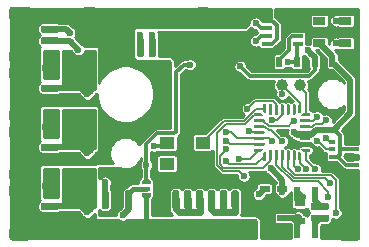
<source format=gbr>
G04 #@! TF.GenerationSoftware,KiCad,Pcbnew,(5.1.5)-3*
G04 #@! TF.CreationDate,2020-03-29T22:20:37+02:00*
G04 #@! TF.ProjectId,c3dpb,63336470-622e-46b6-9963-61645f706362,rev?*
G04 #@! TF.SameCoordinates,Original*
G04 #@! TF.FileFunction,Copper,L1,Top*
G04 #@! TF.FilePolarity,Positive*
%FSLAX46Y46*%
G04 Gerber Fmt 4.6, Leading zero omitted, Abs format (unit mm)*
G04 Created by KiCad (PCBNEW (5.1.5)-3) date 2020-03-29 22:20:37*
%MOMM*%
%LPD*%
G04 APERTURE LIST*
%ADD10R,0.500000X0.350000*%
%ADD11R,0.900000X2.600000*%
%ADD12C,0.100000*%
%ADD13C,1.000000*%
%ADD14R,1.300000X1.000000*%
%ADD15R,2.600000X0.900000*%
%ADD16R,0.800000X0.400000*%
%ADD17R,1.060000X0.650000*%
%ADD18R,0.900000X0.350000*%
%ADD19R,0.500000X0.900000*%
%ADD20R,0.900000X0.500000*%
%ADD21C,0.600000*%
%ADD22C,1.000000*%
%ADD23C,0.500000*%
%ADD24C,0.300000*%
%ADD25C,0.127000*%
%ADD26C,0.400000*%
%ADD27C,0.200000*%
%ADD28C,0.600000*%
%ADD29C,0.254000*%
G04 APERTURE END LIST*
D10*
X99525000Y-89525000D03*
X99525000Y-90175000D03*
X99525000Y-90825000D03*
X99525000Y-91475000D03*
X97475000Y-91475000D03*
X97475000Y-90825000D03*
X97475000Y-90175000D03*
X97475000Y-89525000D03*
D11*
X86550000Y-87250000D03*
X83450000Y-87250000D03*
G04 #@! TA.AperFunction,SMDPad,CuDef*
D12*
G36*
X86924505Y-78151204D02*
G01*
X86948773Y-78154804D01*
X86972572Y-78160765D01*
X86995671Y-78169030D01*
X87017850Y-78179520D01*
X87038893Y-78192132D01*
X87058599Y-78206747D01*
X87076777Y-78223223D01*
X87093253Y-78241401D01*
X87107868Y-78261107D01*
X87120480Y-78282150D01*
X87130970Y-78304329D01*
X87139235Y-78327428D01*
X87145196Y-78351227D01*
X87148796Y-78375495D01*
X87150000Y-78399999D01*
X87150000Y-79700001D01*
X87148796Y-79724505D01*
X87145196Y-79748773D01*
X87139235Y-79772572D01*
X87130970Y-79795671D01*
X87120480Y-79817850D01*
X87107868Y-79838893D01*
X87093253Y-79858599D01*
X87076777Y-79876777D01*
X87058599Y-79893253D01*
X87038893Y-79907868D01*
X87017850Y-79920480D01*
X86995671Y-79930970D01*
X86972572Y-79939235D01*
X86948773Y-79945196D01*
X86924505Y-79948796D01*
X86900001Y-79950000D01*
X86199999Y-79950000D01*
X86175495Y-79948796D01*
X86151227Y-79945196D01*
X86127428Y-79939235D01*
X86104329Y-79930970D01*
X86082150Y-79920480D01*
X86061107Y-79907868D01*
X86041401Y-79893253D01*
X86023223Y-79876777D01*
X86006747Y-79858599D01*
X85992132Y-79838893D01*
X85979520Y-79817850D01*
X85969030Y-79795671D01*
X85960765Y-79772572D01*
X85954804Y-79748773D01*
X85951204Y-79724505D01*
X85950000Y-79700001D01*
X85950000Y-78399999D01*
X85951204Y-78375495D01*
X85954804Y-78351227D01*
X85960765Y-78327428D01*
X85969030Y-78304329D01*
X85979520Y-78282150D01*
X85992132Y-78261107D01*
X86006747Y-78241401D01*
X86023223Y-78223223D01*
X86041401Y-78206747D01*
X86061107Y-78192132D01*
X86082150Y-78179520D01*
X86104329Y-78169030D01*
X86127428Y-78160765D01*
X86151227Y-78154804D01*
X86175495Y-78151204D01*
X86199999Y-78150000D01*
X86900001Y-78150000D01*
X86924505Y-78151204D01*
G37*
G04 #@! TD.AperFunction*
G04 #@! TA.AperFunction,SMDPad,CuDef*
G36*
X77324505Y-78151204D02*
G01*
X77348773Y-78154804D01*
X77372572Y-78160765D01*
X77395671Y-78169030D01*
X77417850Y-78179520D01*
X77438893Y-78192132D01*
X77458599Y-78206747D01*
X77476777Y-78223223D01*
X77493253Y-78241401D01*
X77507868Y-78261107D01*
X77520480Y-78282150D01*
X77530970Y-78304329D01*
X77539235Y-78327428D01*
X77545196Y-78351227D01*
X77548796Y-78375495D01*
X77550000Y-78399999D01*
X77550000Y-79700001D01*
X77548796Y-79724505D01*
X77545196Y-79748773D01*
X77539235Y-79772572D01*
X77530970Y-79795671D01*
X77520480Y-79817850D01*
X77507868Y-79838893D01*
X77493253Y-79858599D01*
X77476777Y-79876777D01*
X77458599Y-79893253D01*
X77438893Y-79907868D01*
X77417850Y-79920480D01*
X77395671Y-79930970D01*
X77372572Y-79939235D01*
X77348773Y-79945196D01*
X77324505Y-79948796D01*
X77300001Y-79950000D01*
X76599999Y-79950000D01*
X76575495Y-79948796D01*
X76551227Y-79945196D01*
X76527428Y-79939235D01*
X76504329Y-79930970D01*
X76482150Y-79920480D01*
X76461107Y-79907868D01*
X76441401Y-79893253D01*
X76423223Y-79876777D01*
X76406747Y-79858599D01*
X76392132Y-79838893D01*
X76379520Y-79817850D01*
X76369030Y-79795671D01*
X76360765Y-79772572D01*
X76354804Y-79748773D01*
X76351204Y-79724505D01*
X76350000Y-79700001D01*
X76350000Y-78399999D01*
X76351204Y-78375495D01*
X76354804Y-78351227D01*
X76360765Y-78327428D01*
X76369030Y-78304329D01*
X76379520Y-78282150D01*
X76392132Y-78261107D01*
X76406747Y-78241401D01*
X76423223Y-78223223D01*
X76441401Y-78206747D01*
X76461107Y-78192132D01*
X76482150Y-78179520D01*
X76504329Y-78169030D01*
X76527428Y-78160765D01*
X76551227Y-78154804D01*
X76575495Y-78151204D01*
X76599999Y-78150000D01*
X77300001Y-78150000D01*
X77324505Y-78151204D01*
G37*
G04 #@! TD.AperFunction*
G04 #@! TA.AperFunction,SMDPad,CuDef*
G36*
X85414703Y-80800722D02*
G01*
X85429264Y-80802882D01*
X85443543Y-80806459D01*
X85457403Y-80811418D01*
X85470710Y-80817712D01*
X85483336Y-80825280D01*
X85495159Y-80834048D01*
X85506066Y-80843934D01*
X85515952Y-80854841D01*
X85524720Y-80866664D01*
X85532288Y-80879290D01*
X85538582Y-80892597D01*
X85543541Y-80906457D01*
X85547118Y-80920736D01*
X85549278Y-80935297D01*
X85550000Y-80950000D01*
X85550000Y-82200000D01*
X85549278Y-82214703D01*
X85547118Y-82229264D01*
X85543541Y-82243543D01*
X85538582Y-82257403D01*
X85532288Y-82270710D01*
X85524720Y-82283336D01*
X85515952Y-82295159D01*
X85506066Y-82306066D01*
X85495159Y-82315952D01*
X85483336Y-82324720D01*
X85470710Y-82332288D01*
X85457403Y-82338582D01*
X85443543Y-82343541D01*
X85429264Y-82347118D01*
X85414703Y-82349278D01*
X85400000Y-82350000D01*
X85100000Y-82350000D01*
X85085297Y-82349278D01*
X85070736Y-82347118D01*
X85056457Y-82343541D01*
X85042597Y-82338582D01*
X85029290Y-82332288D01*
X85016664Y-82324720D01*
X85004841Y-82315952D01*
X84993934Y-82306066D01*
X84984048Y-82295159D01*
X84975280Y-82283336D01*
X84967712Y-82270710D01*
X84961418Y-82257403D01*
X84956459Y-82243543D01*
X84952882Y-82229264D01*
X84950722Y-82214703D01*
X84950000Y-82200000D01*
X84950000Y-80950000D01*
X84950722Y-80935297D01*
X84952882Y-80920736D01*
X84956459Y-80906457D01*
X84961418Y-80892597D01*
X84967712Y-80879290D01*
X84975280Y-80866664D01*
X84984048Y-80854841D01*
X84993934Y-80843934D01*
X85004841Y-80834048D01*
X85016664Y-80825280D01*
X85029290Y-80817712D01*
X85042597Y-80811418D01*
X85056457Y-80806459D01*
X85070736Y-80802882D01*
X85085297Y-80800722D01*
X85100000Y-80800000D01*
X85400000Y-80800000D01*
X85414703Y-80800722D01*
G37*
G04 #@! TD.AperFunction*
G04 #@! TA.AperFunction,SMDPad,CuDef*
G36*
X84414703Y-80800722D02*
G01*
X84429264Y-80802882D01*
X84443543Y-80806459D01*
X84457403Y-80811418D01*
X84470710Y-80817712D01*
X84483336Y-80825280D01*
X84495159Y-80834048D01*
X84506066Y-80843934D01*
X84515952Y-80854841D01*
X84524720Y-80866664D01*
X84532288Y-80879290D01*
X84538582Y-80892597D01*
X84543541Y-80906457D01*
X84547118Y-80920736D01*
X84549278Y-80935297D01*
X84550000Y-80950000D01*
X84550000Y-82200000D01*
X84549278Y-82214703D01*
X84547118Y-82229264D01*
X84543541Y-82243543D01*
X84538582Y-82257403D01*
X84532288Y-82270710D01*
X84524720Y-82283336D01*
X84515952Y-82295159D01*
X84506066Y-82306066D01*
X84495159Y-82315952D01*
X84483336Y-82324720D01*
X84470710Y-82332288D01*
X84457403Y-82338582D01*
X84443543Y-82343541D01*
X84429264Y-82347118D01*
X84414703Y-82349278D01*
X84400000Y-82350000D01*
X84100000Y-82350000D01*
X84085297Y-82349278D01*
X84070736Y-82347118D01*
X84056457Y-82343541D01*
X84042597Y-82338582D01*
X84029290Y-82332288D01*
X84016664Y-82324720D01*
X84004841Y-82315952D01*
X83993934Y-82306066D01*
X83984048Y-82295159D01*
X83975280Y-82283336D01*
X83967712Y-82270710D01*
X83961418Y-82257403D01*
X83956459Y-82243543D01*
X83952882Y-82229264D01*
X83950722Y-82214703D01*
X83950000Y-82200000D01*
X83950000Y-80950000D01*
X83950722Y-80935297D01*
X83952882Y-80920736D01*
X83956459Y-80906457D01*
X83961418Y-80892597D01*
X83967712Y-80879290D01*
X83975280Y-80866664D01*
X83984048Y-80854841D01*
X83993934Y-80843934D01*
X84004841Y-80834048D01*
X84016664Y-80825280D01*
X84029290Y-80817712D01*
X84042597Y-80811418D01*
X84056457Y-80806459D01*
X84070736Y-80802882D01*
X84085297Y-80800722D01*
X84100000Y-80800000D01*
X84400000Y-80800000D01*
X84414703Y-80800722D01*
G37*
G04 #@! TD.AperFunction*
G04 #@! TA.AperFunction,SMDPad,CuDef*
G36*
X83414703Y-80800722D02*
G01*
X83429264Y-80802882D01*
X83443543Y-80806459D01*
X83457403Y-80811418D01*
X83470710Y-80817712D01*
X83483336Y-80825280D01*
X83495159Y-80834048D01*
X83506066Y-80843934D01*
X83515952Y-80854841D01*
X83524720Y-80866664D01*
X83532288Y-80879290D01*
X83538582Y-80892597D01*
X83543541Y-80906457D01*
X83547118Y-80920736D01*
X83549278Y-80935297D01*
X83550000Y-80950000D01*
X83550000Y-82200000D01*
X83549278Y-82214703D01*
X83547118Y-82229264D01*
X83543541Y-82243543D01*
X83538582Y-82257403D01*
X83532288Y-82270710D01*
X83524720Y-82283336D01*
X83515952Y-82295159D01*
X83506066Y-82306066D01*
X83495159Y-82315952D01*
X83483336Y-82324720D01*
X83470710Y-82332288D01*
X83457403Y-82338582D01*
X83443543Y-82343541D01*
X83429264Y-82347118D01*
X83414703Y-82349278D01*
X83400000Y-82350000D01*
X83100000Y-82350000D01*
X83085297Y-82349278D01*
X83070736Y-82347118D01*
X83056457Y-82343541D01*
X83042597Y-82338582D01*
X83029290Y-82332288D01*
X83016664Y-82324720D01*
X83004841Y-82315952D01*
X82993934Y-82306066D01*
X82984048Y-82295159D01*
X82975280Y-82283336D01*
X82967712Y-82270710D01*
X82961418Y-82257403D01*
X82956459Y-82243543D01*
X82952882Y-82229264D01*
X82950722Y-82214703D01*
X82950000Y-82200000D01*
X82950000Y-80950000D01*
X82950722Y-80935297D01*
X82952882Y-80920736D01*
X82956459Y-80906457D01*
X82961418Y-80892597D01*
X82967712Y-80879290D01*
X82975280Y-80866664D01*
X82984048Y-80854841D01*
X82993934Y-80843934D01*
X83004841Y-80834048D01*
X83016664Y-80825280D01*
X83029290Y-80817712D01*
X83042597Y-80811418D01*
X83056457Y-80806459D01*
X83070736Y-80802882D01*
X83085297Y-80800722D01*
X83100000Y-80800000D01*
X83400000Y-80800000D01*
X83414703Y-80800722D01*
G37*
G04 #@! TD.AperFunction*
G04 #@! TA.AperFunction,SMDPad,CuDef*
G36*
X82414703Y-80800722D02*
G01*
X82429264Y-80802882D01*
X82443543Y-80806459D01*
X82457403Y-80811418D01*
X82470710Y-80817712D01*
X82483336Y-80825280D01*
X82495159Y-80834048D01*
X82506066Y-80843934D01*
X82515952Y-80854841D01*
X82524720Y-80866664D01*
X82532288Y-80879290D01*
X82538582Y-80892597D01*
X82543541Y-80906457D01*
X82547118Y-80920736D01*
X82549278Y-80935297D01*
X82550000Y-80950000D01*
X82550000Y-82200000D01*
X82549278Y-82214703D01*
X82547118Y-82229264D01*
X82543541Y-82243543D01*
X82538582Y-82257403D01*
X82532288Y-82270710D01*
X82524720Y-82283336D01*
X82515952Y-82295159D01*
X82506066Y-82306066D01*
X82495159Y-82315952D01*
X82483336Y-82324720D01*
X82470710Y-82332288D01*
X82457403Y-82338582D01*
X82443543Y-82343541D01*
X82429264Y-82347118D01*
X82414703Y-82349278D01*
X82400000Y-82350000D01*
X82100000Y-82350000D01*
X82085297Y-82349278D01*
X82070736Y-82347118D01*
X82056457Y-82343541D01*
X82042597Y-82338582D01*
X82029290Y-82332288D01*
X82016664Y-82324720D01*
X82004841Y-82315952D01*
X81993934Y-82306066D01*
X81984048Y-82295159D01*
X81975280Y-82283336D01*
X81967712Y-82270710D01*
X81961418Y-82257403D01*
X81956459Y-82243543D01*
X81952882Y-82229264D01*
X81950722Y-82214703D01*
X81950000Y-82200000D01*
X81950000Y-80950000D01*
X81950722Y-80935297D01*
X81952882Y-80920736D01*
X81956459Y-80906457D01*
X81961418Y-80892597D01*
X81967712Y-80879290D01*
X81975280Y-80866664D01*
X81984048Y-80854841D01*
X81993934Y-80843934D01*
X82004841Y-80834048D01*
X82016664Y-80825280D01*
X82029290Y-80817712D01*
X82042597Y-80811418D01*
X82056457Y-80806459D01*
X82070736Y-80802882D01*
X82085297Y-80800722D01*
X82100000Y-80800000D01*
X82400000Y-80800000D01*
X82414703Y-80800722D01*
G37*
G04 #@! TD.AperFunction*
G04 #@! TA.AperFunction,SMDPad,CuDef*
G36*
X81414703Y-80800722D02*
G01*
X81429264Y-80802882D01*
X81443543Y-80806459D01*
X81457403Y-80811418D01*
X81470710Y-80817712D01*
X81483336Y-80825280D01*
X81495159Y-80834048D01*
X81506066Y-80843934D01*
X81515952Y-80854841D01*
X81524720Y-80866664D01*
X81532288Y-80879290D01*
X81538582Y-80892597D01*
X81543541Y-80906457D01*
X81547118Y-80920736D01*
X81549278Y-80935297D01*
X81550000Y-80950000D01*
X81550000Y-82200000D01*
X81549278Y-82214703D01*
X81547118Y-82229264D01*
X81543541Y-82243543D01*
X81538582Y-82257403D01*
X81532288Y-82270710D01*
X81524720Y-82283336D01*
X81515952Y-82295159D01*
X81506066Y-82306066D01*
X81495159Y-82315952D01*
X81483336Y-82324720D01*
X81470710Y-82332288D01*
X81457403Y-82338582D01*
X81443543Y-82343541D01*
X81429264Y-82347118D01*
X81414703Y-82349278D01*
X81400000Y-82350000D01*
X81100000Y-82350000D01*
X81085297Y-82349278D01*
X81070736Y-82347118D01*
X81056457Y-82343541D01*
X81042597Y-82338582D01*
X81029290Y-82332288D01*
X81016664Y-82324720D01*
X81004841Y-82315952D01*
X80993934Y-82306066D01*
X80984048Y-82295159D01*
X80975280Y-82283336D01*
X80967712Y-82270710D01*
X80961418Y-82257403D01*
X80956459Y-82243543D01*
X80952882Y-82229264D01*
X80950722Y-82214703D01*
X80950000Y-82200000D01*
X80950000Y-80950000D01*
X80950722Y-80935297D01*
X80952882Y-80920736D01*
X80956459Y-80906457D01*
X80961418Y-80892597D01*
X80967712Y-80879290D01*
X80975280Y-80866664D01*
X80984048Y-80854841D01*
X80993934Y-80843934D01*
X81004841Y-80834048D01*
X81016664Y-80825280D01*
X81029290Y-80817712D01*
X81042597Y-80811418D01*
X81056457Y-80806459D01*
X81070736Y-80802882D01*
X81085297Y-80800722D01*
X81100000Y-80800000D01*
X81400000Y-80800000D01*
X81414703Y-80800722D01*
G37*
G04 #@! TD.AperFunction*
G04 #@! TA.AperFunction,SMDPad,CuDef*
G36*
X80414703Y-80800722D02*
G01*
X80429264Y-80802882D01*
X80443543Y-80806459D01*
X80457403Y-80811418D01*
X80470710Y-80817712D01*
X80483336Y-80825280D01*
X80495159Y-80834048D01*
X80506066Y-80843934D01*
X80515952Y-80854841D01*
X80524720Y-80866664D01*
X80532288Y-80879290D01*
X80538582Y-80892597D01*
X80543541Y-80906457D01*
X80547118Y-80920736D01*
X80549278Y-80935297D01*
X80550000Y-80950000D01*
X80550000Y-82200000D01*
X80549278Y-82214703D01*
X80547118Y-82229264D01*
X80543541Y-82243543D01*
X80538582Y-82257403D01*
X80532288Y-82270710D01*
X80524720Y-82283336D01*
X80515952Y-82295159D01*
X80506066Y-82306066D01*
X80495159Y-82315952D01*
X80483336Y-82324720D01*
X80470710Y-82332288D01*
X80457403Y-82338582D01*
X80443543Y-82343541D01*
X80429264Y-82347118D01*
X80414703Y-82349278D01*
X80400000Y-82350000D01*
X80100000Y-82350000D01*
X80085297Y-82349278D01*
X80070736Y-82347118D01*
X80056457Y-82343541D01*
X80042597Y-82338582D01*
X80029290Y-82332288D01*
X80016664Y-82324720D01*
X80004841Y-82315952D01*
X79993934Y-82306066D01*
X79984048Y-82295159D01*
X79975280Y-82283336D01*
X79967712Y-82270710D01*
X79961418Y-82257403D01*
X79956459Y-82243543D01*
X79952882Y-82229264D01*
X79950722Y-82214703D01*
X79950000Y-82200000D01*
X79950000Y-80950000D01*
X79950722Y-80935297D01*
X79952882Y-80920736D01*
X79956459Y-80906457D01*
X79961418Y-80892597D01*
X79967712Y-80879290D01*
X79975280Y-80866664D01*
X79984048Y-80854841D01*
X79993934Y-80843934D01*
X80004841Y-80834048D01*
X80016664Y-80825280D01*
X80029290Y-80817712D01*
X80042597Y-80811418D01*
X80056457Y-80806459D01*
X80070736Y-80802882D01*
X80085297Y-80800722D01*
X80100000Y-80800000D01*
X80400000Y-80800000D01*
X80414703Y-80800722D01*
G37*
G04 #@! TD.AperFunction*
G04 #@! TA.AperFunction,SMDPad,CuDef*
G36*
X79414703Y-80800722D02*
G01*
X79429264Y-80802882D01*
X79443543Y-80806459D01*
X79457403Y-80811418D01*
X79470710Y-80817712D01*
X79483336Y-80825280D01*
X79495159Y-80834048D01*
X79506066Y-80843934D01*
X79515952Y-80854841D01*
X79524720Y-80866664D01*
X79532288Y-80879290D01*
X79538582Y-80892597D01*
X79543541Y-80906457D01*
X79547118Y-80920736D01*
X79549278Y-80935297D01*
X79550000Y-80950000D01*
X79550000Y-82200000D01*
X79549278Y-82214703D01*
X79547118Y-82229264D01*
X79543541Y-82243543D01*
X79538582Y-82257403D01*
X79532288Y-82270710D01*
X79524720Y-82283336D01*
X79515952Y-82295159D01*
X79506066Y-82306066D01*
X79495159Y-82315952D01*
X79483336Y-82324720D01*
X79470710Y-82332288D01*
X79457403Y-82338582D01*
X79443543Y-82343541D01*
X79429264Y-82347118D01*
X79414703Y-82349278D01*
X79400000Y-82350000D01*
X79100000Y-82350000D01*
X79085297Y-82349278D01*
X79070736Y-82347118D01*
X79056457Y-82343541D01*
X79042597Y-82338582D01*
X79029290Y-82332288D01*
X79016664Y-82324720D01*
X79004841Y-82315952D01*
X78993934Y-82306066D01*
X78984048Y-82295159D01*
X78975280Y-82283336D01*
X78967712Y-82270710D01*
X78961418Y-82257403D01*
X78956459Y-82243543D01*
X78952882Y-82229264D01*
X78950722Y-82214703D01*
X78950000Y-82200000D01*
X78950000Y-80950000D01*
X78950722Y-80935297D01*
X78952882Y-80920736D01*
X78956459Y-80906457D01*
X78961418Y-80892597D01*
X78967712Y-80879290D01*
X78975280Y-80866664D01*
X78984048Y-80854841D01*
X78993934Y-80843934D01*
X79004841Y-80834048D01*
X79016664Y-80825280D01*
X79029290Y-80817712D01*
X79042597Y-80811418D01*
X79056457Y-80806459D01*
X79070736Y-80802882D01*
X79085297Y-80800722D01*
X79100000Y-80800000D01*
X79400000Y-80800000D01*
X79414703Y-80800722D01*
G37*
G04 #@! TD.AperFunction*
G04 #@! TA.AperFunction,SMDPad,CuDef*
G36*
X78414703Y-80800722D02*
G01*
X78429264Y-80802882D01*
X78443543Y-80806459D01*
X78457403Y-80811418D01*
X78470710Y-80817712D01*
X78483336Y-80825280D01*
X78495159Y-80834048D01*
X78506066Y-80843934D01*
X78515952Y-80854841D01*
X78524720Y-80866664D01*
X78532288Y-80879290D01*
X78538582Y-80892597D01*
X78543541Y-80906457D01*
X78547118Y-80920736D01*
X78549278Y-80935297D01*
X78550000Y-80950000D01*
X78550000Y-82200000D01*
X78549278Y-82214703D01*
X78547118Y-82229264D01*
X78543541Y-82243543D01*
X78538582Y-82257403D01*
X78532288Y-82270710D01*
X78524720Y-82283336D01*
X78515952Y-82295159D01*
X78506066Y-82306066D01*
X78495159Y-82315952D01*
X78483336Y-82324720D01*
X78470710Y-82332288D01*
X78457403Y-82338582D01*
X78443543Y-82343541D01*
X78429264Y-82347118D01*
X78414703Y-82349278D01*
X78400000Y-82350000D01*
X78100000Y-82350000D01*
X78085297Y-82349278D01*
X78070736Y-82347118D01*
X78056457Y-82343541D01*
X78042597Y-82338582D01*
X78029290Y-82332288D01*
X78016664Y-82324720D01*
X78004841Y-82315952D01*
X77993934Y-82306066D01*
X77984048Y-82295159D01*
X77975280Y-82283336D01*
X77967712Y-82270710D01*
X77961418Y-82257403D01*
X77956459Y-82243543D01*
X77952882Y-82229264D01*
X77950722Y-82214703D01*
X77950000Y-82200000D01*
X77950000Y-80950000D01*
X77950722Y-80935297D01*
X77952882Y-80920736D01*
X77956459Y-80906457D01*
X77961418Y-80892597D01*
X77967712Y-80879290D01*
X77975280Y-80866664D01*
X77984048Y-80854841D01*
X77993934Y-80843934D01*
X78004841Y-80834048D01*
X78016664Y-80825280D01*
X78029290Y-80817712D01*
X78042597Y-80811418D01*
X78056457Y-80806459D01*
X78070736Y-80802882D01*
X78085297Y-80800722D01*
X78100000Y-80800000D01*
X78400000Y-80800000D01*
X78414703Y-80800722D01*
G37*
G04 #@! TD.AperFunction*
D13*
X93250000Y-84750000D03*
X94750000Y-84750000D03*
G04 #@! TA.AperFunction,SMDPad,CuDef*
D12*
G36*
X71724505Y-88101204D02*
G01*
X71748773Y-88104804D01*
X71772572Y-88110765D01*
X71795671Y-88119030D01*
X71817850Y-88129520D01*
X71838893Y-88142132D01*
X71858599Y-88156747D01*
X71876777Y-88173223D01*
X71893253Y-88191401D01*
X71907868Y-88211107D01*
X71920480Y-88232150D01*
X71930970Y-88254329D01*
X71939235Y-88277428D01*
X71945196Y-88301227D01*
X71948796Y-88325495D01*
X71950000Y-88349999D01*
X71950000Y-89050001D01*
X71948796Y-89074505D01*
X71945196Y-89098773D01*
X71939235Y-89122572D01*
X71930970Y-89145671D01*
X71920480Y-89167850D01*
X71907868Y-89188893D01*
X71893253Y-89208599D01*
X71876777Y-89226777D01*
X71858599Y-89243253D01*
X71838893Y-89257868D01*
X71817850Y-89270480D01*
X71795671Y-89280970D01*
X71772572Y-89289235D01*
X71748773Y-89295196D01*
X71724505Y-89298796D01*
X71700001Y-89300000D01*
X70399999Y-89300000D01*
X70375495Y-89298796D01*
X70351227Y-89295196D01*
X70327428Y-89289235D01*
X70304329Y-89280970D01*
X70282150Y-89270480D01*
X70261107Y-89257868D01*
X70241401Y-89243253D01*
X70223223Y-89226777D01*
X70206747Y-89208599D01*
X70192132Y-89188893D01*
X70179520Y-89167850D01*
X70169030Y-89145671D01*
X70160765Y-89122572D01*
X70154804Y-89098773D01*
X70151204Y-89074505D01*
X70150000Y-89050001D01*
X70150000Y-88349999D01*
X70151204Y-88325495D01*
X70154804Y-88301227D01*
X70160765Y-88277428D01*
X70169030Y-88254329D01*
X70179520Y-88232150D01*
X70192132Y-88211107D01*
X70206747Y-88191401D01*
X70223223Y-88173223D01*
X70241401Y-88156747D01*
X70261107Y-88142132D01*
X70282150Y-88129520D01*
X70304329Y-88119030D01*
X70327428Y-88110765D01*
X70351227Y-88104804D01*
X70375495Y-88101204D01*
X70399999Y-88100000D01*
X71700001Y-88100000D01*
X71724505Y-88101204D01*
G37*
G04 #@! TD.AperFunction*
G04 #@! TA.AperFunction,SMDPad,CuDef*
G36*
X71724505Y-91701204D02*
G01*
X71748773Y-91704804D01*
X71772572Y-91710765D01*
X71795671Y-91719030D01*
X71817850Y-91729520D01*
X71838893Y-91742132D01*
X71858599Y-91756747D01*
X71876777Y-91773223D01*
X71893253Y-91791401D01*
X71907868Y-91811107D01*
X71920480Y-91832150D01*
X71930970Y-91854329D01*
X71939235Y-91877428D01*
X71945196Y-91901227D01*
X71948796Y-91925495D01*
X71950000Y-91949999D01*
X71950000Y-92650001D01*
X71948796Y-92674505D01*
X71945196Y-92698773D01*
X71939235Y-92722572D01*
X71930970Y-92745671D01*
X71920480Y-92767850D01*
X71907868Y-92788893D01*
X71893253Y-92808599D01*
X71876777Y-92826777D01*
X71858599Y-92843253D01*
X71838893Y-92857868D01*
X71817850Y-92870480D01*
X71795671Y-92880970D01*
X71772572Y-92889235D01*
X71748773Y-92895196D01*
X71724505Y-92898796D01*
X71700001Y-92900000D01*
X70399999Y-92900000D01*
X70375495Y-92898796D01*
X70351227Y-92895196D01*
X70327428Y-92889235D01*
X70304329Y-92880970D01*
X70282150Y-92870480D01*
X70261107Y-92857868D01*
X70241401Y-92843253D01*
X70223223Y-92826777D01*
X70206747Y-92808599D01*
X70192132Y-92788893D01*
X70179520Y-92767850D01*
X70169030Y-92745671D01*
X70160765Y-92722572D01*
X70154804Y-92698773D01*
X70151204Y-92674505D01*
X70150000Y-92650001D01*
X70150000Y-91949999D01*
X70151204Y-91925495D01*
X70154804Y-91901227D01*
X70160765Y-91877428D01*
X70169030Y-91854329D01*
X70179520Y-91832150D01*
X70192132Y-91811107D01*
X70206747Y-91791401D01*
X70223223Y-91773223D01*
X70241401Y-91756747D01*
X70261107Y-91742132D01*
X70282150Y-91729520D01*
X70304329Y-91719030D01*
X70327428Y-91710765D01*
X70351227Y-91704804D01*
X70375495Y-91701204D01*
X70399999Y-91700000D01*
X71700001Y-91700000D01*
X71724505Y-91701204D01*
G37*
G04 #@! TD.AperFunction*
G04 #@! TA.AperFunction,SMDPad,CuDef*
G36*
X74214703Y-89700722D02*
G01*
X74229264Y-89702882D01*
X74243543Y-89706459D01*
X74257403Y-89711418D01*
X74270710Y-89717712D01*
X74283336Y-89725280D01*
X74295159Y-89734048D01*
X74306066Y-89743934D01*
X74315952Y-89754841D01*
X74324720Y-89766664D01*
X74332288Y-89779290D01*
X74338582Y-89792597D01*
X74343541Y-89806457D01*
X74347118Y-89820736D01*
X74349278Y-89835297D01*
X74350000Y-89850000D01*
X74350000Y-90150000D01*
X74349278Y-90164703D01*
X74347118Y-90179264D01*
X74343541Y-90193543D01*
X74338582Y-90207403D01*
X74332288Y-90220710D01*
X74324720Y-90233336D01*
X74315952Y-90245159D01*
X74306066Y-90256066D01*
X74295159Y-90265952D01*
X74283336Y-90274720D01*
X74270710Y-90282288D01*
X74257403Y-90288582D01*
X74243543Y-90293541D01*
X74229264Y-90297118D01*
X74214703Y-90299278D01*
X74200000Y-90300000D01*
X72950000Y-90300000D01*
X72935297Y-90299278D01*
X72920736Y-90297118D01*
X72906457Y-90293541D01*
X72892597Y-90288582D01*
X72879290Y-90282288D01*
X72866664Y-90274720D01*
X72854841Y-90265952D01*
X72843934Y-90256066D01*
X72834048Y-90245159D01*
X72825280Y-90233336D01*
X72817712Y-90220710D01*
X72811418Y-90207403D01*
X72806459Y-90193543D01*
X72802882Y-90179264D01*
X72800722Y-90164703D01*
X72800000Y-90150000D01*
X72800000Y-89850000D01*
X72800722Y-89835297D01*
X72802882Y-89820736D01*
X72806459Y-89806457D01*
X72811418Y-89792597D01*
X72817712Y-89779290D01*
X72825280Y-89766664D01*
X72834048Y-89754841D01*
X72843934Y-89743934D01*
X72854841Y-89734048D01*
X72866664Y-89725280D01*
X72879290Y-89717712D01*
X72892597Y-89711418D01*
X72906457Y-89706459D01*
X72920736Y-89702882D01*
X72935297Y-89700722D01*
X72950000Y-89700000D01*
X74200000Y-89700000D01*
X74214703Y-89700722D01*
G37*
G04 #@! TD.AperFunction*
G04 #@! TA.AperFunction,SMDPad,CuDef*
G36*
X74214703Y-90700722D02*
G01*
X74229264Y-90702882D01*
X74243543Y-90706459D01*
X74257403Y-90711418D01*
X74270710Y-90717712D01*
X74283336Y-90725280D01*
X74295159Y-90734048D01*
X74306066Y-90743934D01*
X74315952Y-90754841D01*
X74324720Y-90766664D01*
X74332288Y-90779290D01*
X74338582Y-90792597D01*
X74343541Y-90806457D01*
X74347118Y-90820736D01*
X74349278Y-90835297D01*
X74350000Y-90850000D01*
X74350000Y-91150000D01*
X74349278Y-91164703D01*
X74347118Y-91179264D01*
X74343541Y-91193543D01*
X74338582Y-91207403D01*
X74332288Y-91220710D01*
X74324720Y-91233336D01*
X74315952Y-91245159D01*
X74306066Y-91256066D01*
X74295159Y-91265952D01*
X74283336Y-91274720D01*
X74270710Y-91282288D01*
X74257403Y-91288582D01*
X74243543Y-91293541D01*
X74229264Y-91297118D01*
X74214703Y-91299278D01*
X74200000Y-91300000D01*
X72950000Y-91300000D01*
X72935297Y-91299278D01*
X72920736Y-91297118D01*
X72906457Y-91293541D01*
X72892597Y-91288582D01*
X72879290Y-91282288D01*
X72866664Y-91274720D01*
X72854841Y-91265952D01*
X72843934Y-91256066D01*
X72834048Y-91245159D01*
X72825280Y-91233336D01*
X72817712Y-91220710D01*
X72811418Y-91207403D01*
X72806459Y-91193543D01*
X72802882Y-91179264D01*
X72800722Y-91164703D01*
X72800000Y-91150000D01*
X72800000Y-90850000D01*
X72800722Y-90835297D01*
X72802882Y-90820736D01*
X72806459Y-90806457D01*
X72811418Y-90792597D01*
X72817712Y-90779290D01*
X72825280Y-90766664D01*
X72834048Y-90754841D01*
X72843934Y-90743934D01*
X72854841Y-90734048D01*
X72866664Y-90725280D01*
X72879290Y-90717712D01*
X72892597Y-90711418D01*
X72906457Y-90706459D01*
X72920736Y-90702882D01*
X72935297Y-90700722D01*
X72950000Y-90700000D01*
X74200000Y-90700000D01*
X74214703Y-90700722D01*
G37*
G04 #@! TD.AperFunction*
G04 #@! TA.AperFunction,SMDPad,CuDef*
G36*
X71724505Y-93101204D02*
G01*
X71748773Y-93104804D01*
X71772572Y-93110765D01*
X71795671Y-93119030D01*
X71817850Y-93129520D01*
X71838893Y-93142132D01*
X71858599Y-93156747D01*
X71876777Y-93173223D01*
X71893253Y-93191401D01*
X71907868Y-93211107D01*
X71920480Y-93232150D01*
X71930970Y-93254329D01*
X71939235Y-93277428D01*
X71945196Y-93301227D01*
X71948796Y-93325495D01*
X71950000Y-93349999D01*
X71950000Y-94050001D01*
X71948796Y-94074505D01*
X71945196Y-94098773D01*
X71939235Y-94122572D01*
X71930970Y-94145671D01*
X71920480Y-94167850D01*
X71907868Y-94188893D01*
X71893253Y-94208599D01*
X71876777Y-94226777D01*
X71858599Y-94243253D01*
X71838893Y-94257868D01*
X71817850Y-94270480D01*
X71795671Y-94280970D01*
X71772572Y-94289235D01*
X71748773Y-94295196D01*
X71724505Y-94298796D01*
X71700001Y-94300000D01*
X70399999Y-94300000D01*
X70375495Y-94298796D01*
X70351227Y-94295196D01*
X70327428Y-94289235D01*
X70304329Y-94280970D01*
X70282150Y-94270480D01*
X70261107Y-94257868D01*
X70241401Y-94243253D01*
X70223223Y-94226777D01*
X70206747Y-94208599D01*
X70192132Y-94188893D01*
X70179520Y-94167850D01*
X70169030Y-94145671D01*
X70160765Y-94122572D01*
X70154804Y-94098773D01*
X70151204Y-94074505D01*
X70150000Y-94050001D01*
X70150000Y-93349999D01*
X70151204Y-93325495D01*
X70154804Y-93301227D01*
X70160765Y-93277428D01*
X70169030Y-93254329D01*
X70179520Y-93232150D01*
X70192132Y-93211107D01*
X70206747Y-93191401D01*
X70223223Y-93173223D01*
X70241401Y-93156747D01*
X70261107Y-93142132D01*
X70282150Y-93129520D01*
X70304329Y-93119030D01*
X70327428Y-93110765D01*
X70351227Y-93104804D01*
X70375495Y-93101204D01*
X70399999Y-93100000D01*
X71700001Y-93100000D01*
X71724505Y-93101204D01*
G37*
G04 #@! TD.AperFunction*
G04 #@! TA.AperFunction,SMDPad,CuDef*
G36*
X71724505Y-96701204D02*
G01*
X71748773Y-96704804D01*
X71772572Y-96710765D01*
X71795671Y-96719030D01*
X71817850Y-96729520D01*
X71838893Y-96742132D01*
X71858599Y-96756747D01*
X71876777Y-96773223D01*
X71893253Y-96791401D01*
X71907868Y-96811107D01*
X71920480Y-96832150D01*
X71930970Y-96854329D01*
X71939235Y-96877428D01*
X71945196Y-96901227D01*
X71948796Y-96925495D01*
X71950000Y-96949999D01*
X71950000Y-97650001D01*
X71948796Y-97674505D01*
X71945196Y-97698773D01*
X71939235Y-97722572D01*
X71930970Y-97745671D01*
X71920480Y-97767850D01*
X71907868Y-97788893D01*
X71893253Y-97808599D01*
X71876777Y-97826777D01*
X71858599Y-97843253D01*
X71838893Y-97857868D01*
X71817850Y-97870480D01*
X71795671Y-97880970D01*
X71772572Y-97889235D01*
X71748773Y-97895196D01*
X71724505Y-97898796D01*
X71700001Y-97900000D01*
X70399999Y-97900000D01*
X70375495Y-97898796D01*
X70351227Y-97895196D01*
X70327428Y-97889235D01*
X70304329Y-97880970D01*
X70282150Y-97870480D01*
X70261107Y-97857868D01*
X70241401Y-97843253D01*
X70223223Y-97826777D01*
X70206747Y-97808599D01*
X70192132Y-97788893D01*
X70179520Y-97767850D01*
X70169030Y-97745671D01*
X70160765Y-97722572D01*
X70154804Y-97698773D01*
X70151204Y-97674505D01*
X70150000Y-97650001D01*
X70150000Y-96949999D01*
X70151204Y-96925495D01*
X70154804Y-96901227D01*
X70160765Y-96877428D01*
X70169030Y-96854329D01*
X70179520Y-96832150D01*
X70192132Y-96811107D01*
X70206747Y-96791401D01*
X70223223Y-96773223D01*
X70241401Y-96756747D01*
X70261107Y-96742132D01*
X70282150Y-96729520D01*
X70304329Y-96719030D01*
X70327428Y-96710765D01*
X70351227Y-96704804D01*
X70375495Y-96701204D01*
X70399999Y-96700000D01*
X71700001Y-96700000D01*
X71724505Y-96701204D01*
G37*
G04 #@! TD.AperFunction*
G04 #@! TA.AperFunction,SMDPad,CuDef*
G36*
X74214703Y-94700722D02*
G01*
X74229264Y-94702882D01*
X74243543Y-94706459D01*
X74257403Y-94711418D01*
X74270710Y-94717712D01*
X74283336Y-94725280D01*
X74295159Y-94734048D01*
X74306066Y-94743934D01*
X74315952Y-94754841D01*
X74324720Y-94766664D01*
X74332288Y-94779290D01*
X74338582Y-94792597D01*
X74343541Y-94806457D01*
X74347118Y-94820736D01*
X74349278Y-94835297D01*
X74350000Y-94850000D01*
X74350000Y-95150000D01*
X74349278Y-95164703D01*
X74347118Y-95179264D01*
X74343541Y-95193543D01*
X74338582Y-95207403D01*
X74332288Y-95220710D01*
X74324720Y-95233336D01*
X74315952Y-95245159D01*
X74306066Y-95256066D01*
X74295159Y-95265952D01*
X74283336Y-95274720D01*
X74270710Y-95282288D01*
X74257403Y-95288582D01*
X74243543Y-95293541D01*
X74229264Y-95297118D01*
X74214703Y-95299278D01*
X74200000Y-95300000D01*
X72950000Y-95300000D01*
X72935297Y-95299278D01*
X72920736Y-95297118D01*
X72906457Y-95293541D01*
X72892597Y-95288582D01*
X72879290Y-95282288D01*
X72866664Y-95274720D01*
X72854841Y-95265952D01*
X72843934Y-95256066D01*
X72834048Y-95245159D01*
X72825280Y-95233336D01*
X72817712Y-95220710D01*
X72811418Y-95207403D01*
X72806459Y-95193543D01*
X72802882Y-95179264D01*
X72800722Y-95164703D01*
X72800000Y-95150000D01*
X72800000Y-94850000D01*
X72800722Y-94835297D01*
X72802882Y-94820736D01*
X72806459Y-94806457D01*
X72811418Y-94792597D01*
X72817712Y-94779290D01*
X72825280Y-94766664D01*
X72834048Y-94754841D01*
X72843934Y-94743934D01*
X72854841Y-94734048D01*
X72866664Y-94725280D01*
X72879290Y-94717712D01*
X72892597Y-94711418D01*
X72906457Y-94706459D01*
X72920736Y-94702882D01*
X72935297Y-94700722D01*
X72950000Y-94700000D01*
X74200000Y-94700000D01*
X74214703Y-94700722D01*
G37*
G04 #@! TD.AperFunction*
G04 #@! TA.AperFunction,SMDPad,CuDef*
G36*
X74214703Y-95700722D02*
G01*
X74229264Y-95702882D01*
X74243543Y-95706459D01*
X74257403Y-95711418D01*
X74270710Y-95717712D01*
X74283336Y-95725280D01*
X74295159Y-95734048D01*
X74306066Y-95743934D01*
X74315952Y-95754841D01*
X74324720Y-95766664D01*
X74332288Y-95779290D01*
X74338582Y-95792597D01*
X74343541Y-95806457D01*
X74347118Y-95820736D01*
X74349278Y-95835297D01*
X74350000Y-95850000D01*
X74350000Y-96150000D01*
X74349278Y-96164703D01*
X74347118Y-96179264D01*
X74343541Y-96193543D01*
X74338582Y-96207403D01*
X74332288Y-96220710D01*
X74324720Y-96233336D01*
X74315952Y-96245159D01*
X74306066Y-96256066D01*
X74295159Y-96265952D01*
X74283336Y-96274720D01*
X74270710Y-96282288D01*
X74257403Y-96288582D01*
X74243543Y-96293541D01*
X74229264Y-96297118D01*
X74214703Y-96299278D01*
X74200000Y-96300000D01*
X72950000Y-96300000D01*
X72935297Y-96299278D01*
X72920736Y-96297118D01*
X72906457Y-96293541D01*
X72892597Y-96288582D01*
X72879290Y-96282288D01*
X72866664Y-96274720D01*
X72854841Y-96265952D01*
X72843934Y-96256066D01*
X72834048Y-96245159D01*
X72825280Y-96233336D01*
X72817712Y-96220710D01*
X72811418Y-96207403D01*
X72806459Y-96193543D01*
X72802882Y-96179264D01*
X72800722Y-96164703D01*
X72800000Y-96150000D01*
X72800000Y-95850000D01*
X72800722Y-95835297D01*
X72802882Y-95820736D01*
X72806459Y-95806457D01*
X72811418Y-95792597D01*
X72817712Y-95779290D01*
X72825280Y-95766664D01*
X72834048Y-95754841D01*
X72843934Y-95743934D01*
X72854841Y-95734048D01*
X72866664Y-95725280D01*
X72879290Y-95717712D01*
X72892597Y-95711418D01*
X72906457Y-95706459D01*
X72920736Y-95702882D01*
X72935297Y-95700722D01*
X72950000Y-95700000D01*
X74200000Y-95700000D01*
X74214703Y-95700722D01*
G37*
G04 #@! TD.AperFunction*
D14*
X83500000Y-89610000D03*
X86500000Y-89610000D03*
X83500000Y-91390000D03*
X86500000Y-91390000D03*
D15*
X89000000Y-82050000D03*
X89000000Y-78950000D03*
D11*
X83450000Y-84250000D03*
X86550000Y-84250000D03*
G04 #@! TA.AperFunction,SMDPad,CuDef*
D12*
G36*
X81350000Y-93100000D02*
G01*
X81350000Y-92900000D01*
X81550000Y-92700000D01*
X81950000Y-92700000D01*
X82150000Y-92900000D01*
X82150000Y-93100000D01*
X81350000Y-93100000D01*
G37*
G04 #@! TD.AperFunction*
G04 #@! TA.AperFunction,SMDPad,CuDef*
G36*
X82150000Y-93900000D02*
G01*
X82150000Y-94100000D01*
X81950000Y-94300000D01*
X81550000Y-94300000D01*
X81350000Y-94100000D01*
X81350000Y-93900000D01*
X82150000Y-93900000D01*
G37*
G04 #@! TD.AperFunction*
D16*
X81750000Y-93500000D03*
D11*
X77050000Y-83000000D03*
X73950000Y-83000000D03*
X77050000Y-88000000D03*
X73950000Y-88000000D03*
X77050000Y-93000000D03*
X73950000Y-93000000D03*
G04 #@! TA.AperFunction,SMDPad,CuDef*
D12*
G36*
X71724505Y-83101204D02*
G01*
X71748773Y-83104804D01*
X71772572Y-83110765D01*
X71795671Y-83119030D01*
X71817850Y-83129520D01*
X71838893Y-83142132D01*
X71858599Y-83156747D01*
X71876777Y-83173223D01*
X71893253Y-83191401D01*
X71907868Y-83211107D01*
X71920480Y-83232150D01*
X71930970Y-83254329D01*
X71939235Y-83277428D01*
X71945196Y-83301227D01*
X71948796Y-83325495D01*
X71950000Y-83349999D01*
X71950000Y-84050001D01*
X71948796Y-84074505D01*
X71945196Y-84098773D01*
X71939235Y-84122572D01*
X71930970Y-84145671D01*
X71920480Y-84167850D01*
X71907868Y-84188893D01*
X71893253Y-84208599D01*
X71876777Y-84226777D01*
X71858599Y-84243253D01*
X71838893Y-84257868D01*
X71817850Y-84270480D01*
X71795671Y-84280970D01*
X71772572Y-84289235D01*
X71748773Y-84295196D01*
X71724505Y-84298796D01*
X71700001Y-84300000D01*
X70399999Y-84300000D01*
X70375495Y-84298796D01*
X70351227Y-84295196D01*
X70327428Y-84289235D01*
X70304329Y-84280970D01*
X70282150Y-84270480D01*
X70261107Y-84257868D01*
X70241401Y-84243253D01*
X70223223Y-84226777D01*
X70206747Y-84208599D01*
X70192132Y-84188893D01*
X70179520Y-84167850D01*
X70169030Y-84145671D01*
X70160765Y-84122572D01*
X70154804Y-84098773D01*
X70151204Y-84074505D01*
X70150000Y-84050001D01*
X70150000Y-83349999D01*
X70151204Y-83325495D01*
X70154804Y-83301227D01*
X70160765Y-83277428D01*
X70169030Y-83254329D01*
X70179520Y-83232150D01*
X70192132Y-83211107D01*
X70206747Y-83191401D01*
X70223223Y-83173223D01*
X70241401Y-83156747D01*
X70261107Y-83142132D01*
X70282150Y-83129520D01*
X70304329Y-83119030D01*
X70327428Y-83110765D01*
X70351227Y-83104804D01*
X70375495Y-83101204D01*
X70399999Y-83100000D01*
X71700001Y-83100000D01*
X71724505Y-83101204D01*
G37*
G04 #@! TD.AperFunction*
G04 #@! TA.AperFunction,SMDPad,CuDef*
G36*
X71724505Y-86701204D02*
G01*
X71748773Y-86704804D01*
X71772572Y-86710765D01*
X71795671Y-86719030D01*
X71817850Y-86729520D01*
X71838893Y-86742132D01*
X71858599Y-86756747D01*
X71876777Y-86773223D01*
X71893253Y-86791401D01*
X71907868Y-86811107D01*
X71920480Y-86832150D01*
X71930970Y-86854329D01*
X71939235Y-86877428D01*
X71945196Y-86901227D01*
X71948796Y-86925495D01*
X71950000Y-86949999D01*
X71950000Y-87650001D01*
X71948796Y-87674505D01*
X71945196Y-87698773D01*
X71939235Y-87722572D01*
X71930970Y-87745671D01*
X71920480Y-87767850D01*
X71907868Y-87788893D01*
X71893253Y-87808599D01*
X71876777Y-87826777D01*
X71858599Y-87843253D01*
X71838893Y-87857868D01*
X71817850Y-87870480D01*
X71795671Y-87880970D01*
X71772572Y-87889235D01*
X71748773Y-87895196D01*
X71724505Y-87898796D01*
X71700001Y-87900000D01*
X70399999Y-87900000D01*
X70375495Y-87898796D01*
X70351227Y-87895196D01*
X70327428Y-87889235D01*
X70304329Y-87880970D01*
X70282150Y-87870480D01*
X70261107Y-87857868D01*
X70241401Y-87843253D01*
X70223223Y-87826777D01*
X70206747Y-87808599D01*
X70192132Y-87788893D01*
X70179520Y-87767850D01*
X70169030Y-87745671D01*
X70160765Y-87722572D01*
X70154804Y-87698773D01*
X70151204Y-87674505D01*
X70150000Y-87650001D01*
X70150000Y-86949999D01*
X70151204Y-86925495D01*
X70154804Y-86901227D01*
X70160765Y-86877428D01*
X70169030Y-86854329D01*
X70179520Y-86832150D01*
X70192132Y-86811107D01*
X70206747Y-86791401D01*
X70223223Y-86773223D01*
X70241401Y-86756747D01*
X70261107Y-86742132D01*
X70282150Y-86729520D01*
X70304329Y-86719030D01*
X70327428Y-86710765D01*
X70351227Y-86704804D01*
X70375495Y-86701204D01*
X70399999Y-86700000D01*
X71700001Y-86700000D01*
X71724505Y-86701204D01*
G37*
G04 #@! TD.AperFunction*
G04 #@! TA.AperFunction,SMDPad,CuDef*
G36*
X74214703Y-84700722D02*
G01*
X74229264Y-84702882D01*
X74243543Y-84706459D01*
X74257403Y-84711418D01*
X74270710Y-84717712D01*
X74283336Y-84725280D01*
X74295159Y-84734048D01*
X74306066Y-84743934D01*
X74315952Y-84754841D01*
X74324720Y-84766664D01*
X74332288Y-84779290D01*
X74338582Y-84792597D01*
X74343541Y-84806457D01*
X74347118Y-84820736D01*
X74349278Y-84835297D01*
X74350000Y-84850000D01*
X74350000Y-85150000D01*
X74349278Y-85164703D01*
X74347118Y-85179264D01*
X74343541Y-85193543D01*
X74338582Y-85207403D01*
X74332288Y-85220710D01*
X74324720Y-85233336D01*
X74315952Y-85245159D01*
X74306066Y-85256066D01*
X74295159Y-85265952D01*
X74283336Y-85274720D01*
X74270710Y-85282288D01*
X74257403Y-85288582D01*
X74243543Y-85293541D01*
X74229264Y-85297118D01*
X74214703Y-85299278D01*
X74200000Y-85300000D01*
X72950000Y-85300000D01*
X72935297Y-85299278D01*
X72920736Y-85297118D01*
X72906457Y-85293541D01*
X72892597Y-85288582D01*
X72879290Y-85282288D01*
X72866664Y-85274720D01*
X72854841Y-85265952D01*
X72843934Y-85256066D01*
X72834048Y-85245159D01*
X72825280Y-85233336D01*
X72817712Y-85220710D01*
X72811418Y-85207403D01*
X72806459Y-85193543D01*
X72802882Y-85179264D01*
X72800722Y-85164703D01*
X72800000Y-85150000D01*
X72800000Y-84850000D01*
X72800722Y-84835297D01*
X72802882Y-84820736D01*
X72806459Y-84806457D01*
X72811418Y-84792597D01*
X72817712Y-84779290D01*
X72825280Y-84766664D01*
X72834048Y-84754841D01*
X72843934Y-84743934D01*
X72854841Y-84734048D01*
X72866664Y-84725280D01*
X72879290Y-84717712D01*
X72892597Y-84711418D01*
X72906457Y-84706459D01*
X72920736Y-84702882D01*
X72935297Y-84700722D01*
X72950000Y-84700000D01*
X74200000Y-84700000D01*
X74214703Y-84700722D01*
G37*
G04 #@! TD.AperFunction*
G04 #@! TA.AperFunction,SMDPad,CuDef*
G36*
X74214703Y-85700722D02*
G01*
X74229264Y-85702882D01*
X74243543Y-85706459D01*
X74257403Y-85711418D01*
X74270710Y-85717712D01*
X74283336Y-85725280D01*
X74295159Y-85734048D01*
X74306066Y-85743934D01*
X74315952Y-85754841D01*
X74324720Y-85766664D01*
X74332288Y-85779290D01*
X74338582Y-85792597D01*
X74343541Y-85806457D01*
X74347118Y-85820736D01*
X74349278Y-85835297D01*
X74350000Y-85850000D01*
X74350000Y-86150000D01*
X74349278Y-86164703D01*
X74347118Y-86179264D01*
X74343541Y-86193543D01*
X74338582Y-86207403D01*
X74332288Y-86220710D01*
X74324720Y-86233336D01*
X74315952Y-86245159D01*
X74306066Y-86256066D01*
X74295159Y-86265952D01*
X74283336Y-86274720D01*
X74270710Y-86282288D01*
X74257403Y-86288582D01*
X74243543Y-86293541D01*
X74229264Y-86297118D01*
X74214703Y-86299278D01*
X74200000Y-86300000D01*
X72950000Y-86300000D01*
X72935297Y-86299278D01*
X72920736Y-86297118D01*
X72906457Y-86293541D01*
X72892597Y-86288582D01*
X72879290Y-86282288D01*
X72866664Y-86274720D01*
X72854841Y-86265952D01*
X72843934Y-86256066D01*
X72834048Y-86245159D01*
X72825280Y-86233336D01*
X72817712Y-86220710D01*
X72811418Y-86207403D01*
X72806459Y-86193543D01*
X72802882Y-86179264D01*
X72800722Y-86164703D01*
X72800000Y-86150000D01*
X72800000Y-85850000D01*
X72800722Y-85835297D01*
X72802882Y-85820736D01*
X72806459Y-85806457D01*
X72811418Y-85792597D01*
X72817712Y-85779290D01*
X72825280Y-85766664D01*
X72834048Y-85754841D01*
X72843934Y-85743934D01*
X72854841Y-85734048D01*
X72866664Y-85725280D01*
X72879290Y-85717712D01*
X72892597Y-85711418D01*
X72906457Y-85706459D01*
X72920736Y-85702882D01*
X72935297Y-85700722D01*
X72950000Y-85700000D01*
X74200000Y-85700000D01*
X74214703Y-85700722D01*
G37*
G04 #@! TD.AperFunction*
D17*
X96400000Y-81200000D03*
X96400000Y-79300000D03*
X98600000Y-79300000D03*
X98600000Y-80250000D03*
X98600000Y-81200000D03*
D18*
X94560000Y-81220000D03*
X94560000Y-80580000D03*
X94560000Y-79920000D03*
X94560000Y-79280000D03*
X91940000Y-79280000D03*
X91940000Y-79920000D03*
X91940000Y-80580000D03*
X91940000Y-81220000D03*
D19*
X94500000Y-82750000D03*
X96000000Y-82750000D03*
X91500000Y-82750000D03*
X93000000Y-82750000D03*
X99000000Y-82750000D03*
X97500000Y-82750000D03*
G04 #@! TA.AperFunction,SMDPad,CuDef*
D12*
G36*
X71724505Y-78101204D02*
G01*
X71748773Y-78104804D01*
X71772572Y-78110765D01*
X71795671Y-78119030D01*
X71817850Y-78129520D01*
X71838893Y-78142132D01*
X71858599Y-78156747D01*
X71876777Y-78173223D01*
X71893253Y-78191401D01*
X71907868Y-78211107D01*
X71920480Y-78232150D01*
X71930970Y-78254329D01*
X71939235Y-78277428D01*
X71945196Y-78301227D01*
X71948796Y-78325495D01*
X71950000Y-78349999D01*
X71950000Y-79050001D01*
X71948796Y-79074505D01*
X71945196Y-79098773D01*
X71939235Y-79122572D01*
X71930970Y-79145671D01*
X71920480Y-79167850D01*
X71907868Y-79188893D01*
X71893253Y-79208599D01*
X71876777Y-79226777D01*
X71858599Y-79243253D01*
X71838893Y-79257868D01*
X71817850Y-79270480D01*
X71795671Y-79280970D01*
X71772572Y-79289235D01*
X71748773Y-79295196D01*
X71724505Y-79298796D01*
X71700001Y-79300000D01*
X70399999Y-79300000D01*
X70375495Y-79298796D01*
X70351227Y-79295196D01*
X70327428Y-79289235D01*
X70304329Y-79280970D01*
X70282150Y-79270480D01*
X70261107Y-79257868D01*
X70241401Y-79243253D01*
X70223223Y-79226777D01*
X70206747Y-79208599D01*
X70192132Y-79188893D01*
X70179520Y-79167850D01*
X70169030Y-79145671D01*
X70160765Y-79122572D01*
X70154804Y-79098773D01*
X70151204Y-79074505D01*
X70150000Y-79050001D01*
X70150000Y-78349999D01*
X70151204Y-78325495D01*
X70154804Y-78301227D01*
X70160765Y-78277428D01*
X70169030Y-78254329D01*
X70179520Y-78232150D01*
X70192132Y-78211107D01*
X70206747Y-78191401D01*
X70223223Y-78173223D01*
X70241401Y-78156747D01*
X70261107Y-78142132D01*
X70282150Y-78129520D01*
X70304329Y-78119030D01*
X70327428Y-78110765D01*
X70351227Y-78104804D01*
X70375495Y-78101204D01*
X70399999Y-78100000D01*
X71700001Y-78100000D01*
X71724505Y-78101204D01*
G37*
G04 #@! TD.AperFunction*
G04 #@! TA.AperFunction,SMDPad,CuDef*
G36*
X71724505Y-81701204D02*
G01*
X71748773Y-81704804D01*
X71772572Y-81710765D01*
X71795671Y-81719030D01*
X71817850Y-81729520D01*
X71838893Y-81742132D01*
X71858599Y-81756747D01*
X71876777Y-81773223D01*
X71893253Y-81791401D01*
X71907868Y-81811107D01*
X71920480Y-81832150D01*
X71930970Y-81854329D01*
X71939235Y-81877428D01*
X71945196Y-81901227D01*
X71948796Y-81925495D01*
X71950000Y-81949999D01*
X71950000Y-82650001D01*
X71948796Y-82674505D01*
X71945196Y-82698773D01*
X71939235Y-82722572D01*
X71930970Y-82745671D01*
X71920480Y-82767850D01*
X71907868Y-82788893D01*
X71893253Y-82808599D01*
X71876777Y-82826777D01*
X71858599Y-82843253D01*
X71838893Y-82857868D01*
X71817850Y-82870480D01*
X71795671Y-82880970D01*
X71772572Y-82889235D01*
X71748773Y-82895196D01*
X71724505Y-82898796D01*
X71700001Y-82900000D01*
X70399999Y-82900000D01*
X70375495Y-82898796D01*
X70351227Y-82895196D01*
X70327428Y-82889235D01*
X70304329Y-82880970D01*
X70282150Y-82870480D01*
X70261107Y-82857868D01*
X70241401Y-82843253D01*
X70223223Y-82826777D01*
X70206747Y-82808599D01*
X70192132Y-82788893D01*
X70179520Y-82767850D01*
X70169030Y-82745671D01*
X70160765Y-82722572D01*
X70154804Y-82698773D01*
X70151204Y-82674505D01*
X70150000Y-82650001D01*
X70150000Y-81949999D01*
X70151204Y-81925495D01*
X70154804Y-81901227D01*
X70160765Y-81877428D01*
X70169030Y-81854329D01*
X70179520Y-81832150D01*
X70192132Y-81811107D01*
X70206747Y-81791401D01*
X70223223Y-81773223D01*
X70241401Y-81756747D01*
X70261107Y-81742132D01*
X70282150Y-81729520D01*
X70304329Y-81719030D01*
X70327428Y-81710765D01*
X70351227Y-81704804D01*
X70375495Y-81701204D01*
X70399999Y-81700000D01*
X71700001Y-81700000D01*
X71724505Y-81701204D01*
G37*
G04 #@! TD.AperFunction*
G04 #@! TA.AperFunction,SMDPad,CuDef*
G36*
X74214703Y-79700722D02*
G01*
X74229264Y-79702882D01*
X74243543Y-79706459D01*
X74257403Y-79711418D01*
X74270710Y-79717712D01*
X74283336Y-79725280D01*
X74295159Y-79734048D01*
X74306066Y-79743934D01*
X74315952Y-79754841D01*
X74324720Y-79766664D01*
X74332288Y-79779290D01*
X74338582Y-79792597D01*
X74343541Y-79806457D01*
X74347118Y-79820736D01*
X74349278Y-79835297D01*
X74350000Y-79850000D01*
X74350000Y-80150000D01*
X74349278Y-80164703D01*
X74347118Y-80179264D01*
X74343541Y-80193543D01*
X74338582Y-80207403D01*
X74332288Y-80220710D01*
X74324720Y-80233336D01*
X74315952Y-80245159D01*
X74306066Y-80256066D01*
X74295159Y-80265952D01*
X74283336Y-80274720D01*
X74270710Y-80282288D01*
X74257403Y-80288582D01*
X74243543Y-80293541D01*
X74229264Y-80297118D01*
X74214703Y-80299278D01*
X74200000Y-80300000D01*
X72950000Y-80300000D01*
X72935297Y-80299278D01*
X72920736Y-80297118D01*
X72906457Y-80293541D01*
X72892597Y-80288582D01*
X72879290Y-80282288D01*
X72866664Y-80274720D01*
X72854841Y-80265952D01*
X72843934Y-80256066D01*
X72834048Y-80245159D01*
X72825280Y-80233336D01*
X72817712Y-80220710D01*
X72811418Y-80207403D01*
X72806459Y-80193543D01*
X72802882Y-80179264D01*
X72800722Y-80164703D01*
X72800000Y-80150000D01*
X72800000Y-79850000D01*
X72800722Y-79835297D01*
X72802882Y-79820736D01*
X72806459Y-79806457D01*
X72811418Y-79792597D01*
X72817712Y-79779290D01*
X72825280Y-79766664D01*
X72834048Y-79754841D01*
X72843934Y-79743934D01*
X72854841Y-79734048D01*
X72866664Y-79725280D01*
X72879290Y-79717712D01*
X72892597Y-79711418D01*
X72906457Y-79706459D01*
X72920736Y-79702882D01*
X72935297Y-79700722D01*
X72950000Y-79700000D01*
X74200000Y-79700000D01*
X74214703Y-79700722D01*
G37*
G04 #@! TD.AperFunction*
G04 #@! TA.AperFunction,SMDPad,CuDef*
G36*
X74214703Y-80700722D02*
G01*
X74229264Y-80702882D01*
X74243543Y-80706459D01*
X74257403Y-80711418D01*
X74270710Y-80717712D01*
X74283336Y-80725280D01*
X74295159Y-80734048D01*
X74306066Y-80743934D01*
X74315952Y-80754841D01*
X74324720Y-80766664D01*
X74332288Y-80779290D01*
X74338582Y-80792597D01*
X74343541Y-80806457D01*
X74347118Y-80820736D01*
X74349278Y-80835297D01*
X74350000Y-80850000D01*
X74350000Y-81150000D01*
X74349278Y-81164703D01*
X74347118Y-81179264D01*
X74343541Y-81193543D01*
X74338582Y-81207403D01*
X74332288Y-81220710D01*
X74324720Y-81233336D01*
X74315952Y-81245159D01*
X74306066Y-81256066D01*
X74295159Y-81265952D01*
X74283336Y-81274720D01*
X74270710Y-81282288D01*
X74257403Y-81288582D01*
X74243543Y-81293541D01*
X74229264Y-81297118D01*
X74214703Y-81299278D01*
X74200000Y-81300000D01*
X72950000Y-81300000D01*
X72935297Y-81299278D01*
X72920736Y-81297118D01*
X72906457Y-81293541D01*
X72892597Y-81288582D01*
X72879290Y-81282288D01*
X72866664Y-81274720D01*
X72854841Y-81265952D01*
X72843934Y-81256066D01*
X72834048Y-81245159D01*
X72825280Y-81233336D01*
X72817712Y-81220710D01*
X72811418Y-81207403D01*
X72806459Y-81193543D01*
X72802882Y-81179264D01*
X72800722Y-81164703D01*
X72800000Y-81150000D01*
X72800000Y-80850000D01*
X72800722Y-80835297D01*
X72802882Y-80820736D01*
X72806459Y-80806457D01*
X72811418Y-80792597D01*
X72817712Y-80779290D01*
X72825280Y-80766664D01*
X72834048Y-80754841D01*
X72843934Y-80743934D01*
X72854841Y-80734048D01*
X72866664Y-80725280D01*
X72879290Y-80717712D01*
X72892597Y-80711418D01*
X72906457Y-80706459D01*
X72920736Y-80702882D01*
X72935297Y-80700722D01*
X72950000Y-80700000D01*
X74200000Y-80700000D01*
X74214703Y-80700722D01*
G37*
G04 #@! TD.AperFunction*
G04 #@! TA.AperFunction,SMDPad,CuDef*
G36*
X83324505Y-96051204D02*
G01*
X83348773Y-96054804D01*
X83372572Y-96060765D01*
X83395671Y-96069030D01*
X83417850Y-96079520D01*
X83438893Y-96092132D01*
X83458599Y-96106747D01*
X83476777Y-96123223D01*
X83493253Y-96141401D01*
X83507868Y-96161107D01*
X83520480Y-96182150D01*
X83530970Y-96204329D01*
X83539235Y-96227428D01*
X83545196Y-96251227D01*
X83548796Y-96275495D01*
X83550000Y-96299999D01*
X83550000Y-97600001D01*
X83548796Y-97624505D01*
X83545196Y-97648773D01*
X83539235Y-97672572D01*
X83530970Y-97695671D01*
X83520480Y-97717850D01*
X83507868Y-97738893D01*
X83493253Y-97758599D01*
X83476777Y-97776777D01*
X83458599Y-97793253D01*
X83438893Y-97807868D01*
X83417850Y-97820480D01*
X83395671Y-97830970D01*
X83372572Y-97839235D01*
X83348773Y-97845196D01*
X83324505Y-97848796D01*
X83300001Y-97850000D01*
X82599999Y-97850000D01*
X82575495Y-97848796D01*
X82551227Y-97845196D01*
X82527428Y-97839235D01*
X82504329Y-97830970D01*
X82482150Y-97820480D01*
X82461107Y-97807868D01*
X82441401Y-97793253D01*
X82423223Y-97776777D01*
X82406747Y-97758599D01*
X82392132Y-97738893D01*
X82379520Y-97717850D01*
X82369030Y-97695671D01*
X82360765Y-97672572D01*
X82354804Y-97648773D01*
X82351204Y-97624505D01*
X82350000Y-97600001D01*
X82350000Y-96299999D01*
X82351204Y-96275495D01*
X82354804Y-96251227D01*
X82360765Y-96227428D01*
X82369030Y-96204329D01*
X82379520Y-96182150D01*
X82392132Y-96161107D01*
X82406747Y-96141401D01*
X82423223Y-96123223D01*
X82441401Y-96106747D01*
X82461107Y-96092132D01*
X82482150Y-96079520D01*
X82504329Y-96069030D01*
X82527428Y-96060765D01*
X82551227Y-96054804D01*
X82575495Y-96051204D01*
X82599999Y-96050000D01*
X83300001Y-96050000D01*
X83324505Y-96051204D01*
G37*
G04 #@! TD.AperFunction*
G04 #@! TA.AperFunction,SMDPad,CuDef*
G36*
X90924505Y-96051204D02*
G01*
X90948773Y-96054804D01*
X90972572Y-96060765D01*
X90995671Y-96069030D01*
X91017850Y-96079520D01*
X91038893Y-96092132D01*
X91058599Y-96106747D01*
X91076777Y-96123223D01*
X91093253Y-96141401D01*
X91107868Y-96161107D01*
X91120480Y-96182150D01*
X91130970Y-96204329D01*
X91139235Y-96227428D01*
X91145196Y-96251227D01*
X91148796Y-96275495D01*
X91150000Y-96299999D01*
X91150000Y-97600001D01*
X91148796Y-97624505D01*
X91145196Y-97648773D01*
X91139235Y-97672572D01*
X91130970Y-97695671D01*
X91120480Y-97717850D01*
X91107868Y-97738893D01*
X91093253Y-97758599D01*
X91076777Y-97776777D01*
X91058599Y-97793253D01*
X91038893Y-97807868D01*
X91017850Y-97820480D01*
X90995671Y-97830970D01*
X90972572Y-97839235D01*
X90948773Y-97845196D01*
X90924505Y-97848796D01*
X90900001Y-97850000D01*
X90199999Y-97850000D01*
X90175495Y-97848796D01*
X90151227Y-97845196D01*
X90127428Y-97839235D01*
X90104329Y-97830970D01*
X90082150Y-97820480D01*
X90061107Y-97807868D01*
X90041401Y-97793253D01*
X90023223Y-97776777D01*
X90006747Y-97758599D01*
X89992132Y-97738893D01*
X89979520Y-97717850D01*
X89969030Y-97695671D01*
X89960765Y-97672572D01*
X89954804Y-97648773D01*
X89951204Y-97624505D01*
X89950000Y-97600001D01*
X89950000Y-96299999D01*
X89951204Y-96275495D01*
X89954804Y-96251227D01*
X89960765Y-96227428D01*
X89969030Y-96204329D01*
X89979520Y-96182150D01*
X89992132Y-96161107D01*
X90006747Y-96141401D01*
X90023223Y-96123223D01*
X90041401Y-96106747D01*
X90061107Y-96092132D01*
X90082150Y-96079520D01*
X90104329Y-96069030D01*
X90127428Y-96060765D01*
X90151227Y-96054804D01*
X90175495Y-96051204D01*
X90199999Y-96050000D01*
X90900001Y-96050000D01*
X90924505Y-96051204D01*
G37*
G04 #@! TD.AperFunction*
G04 #@! TA.AperFunction,SMDPad,CuDef*
G36*
X84414703Y-93650722D02*
G01*
X84429264Y-93652882D01*
X84443543Y-93656459D01*
X84457403Y-93661418D01*
X84470710Y-93667712D01*
X84483336Y-93675280D01*
X84495159Y-93684048D01*
X84506066Y-93693934D01*
X84515952Y-93704841D01*
X84524720Y-93716664D01*
X84532288Y-93729290D01*
X84538582Y-93742597D01*
X84543541Y-93756457D01*
X84547118Y-93770736D01*
X84549278Y-93785297D01*
X84550000Y-93800000D01*
X84550000Y-95050000D01*
X84549278Y-95064703D01*
X84547118Y-95079264D01*
X84543541Y-95093543D01*
X84538582Y-95107403D01*
X84532288Y-95120710D01*
X84524720Y-95133336D01*
X84515952Y-95145159D01*
X84506066Y-95156066D01*
X84495159Y-95165952D01*
X84483336Y-95174720D01*
X84470710Y-95182288D01*
X84457403Y-95188582D01*
X84443543Y-95193541D01*
X84429264Y-95197118D01*
X84414703Y-95199278D01*
X84400000Y-95200000D01*
X84100000Y-95200000D01*
X84085297Y-95199278D01*
X84070736Y-95197118D01*
X84056457Y-95193541D01*
X84042597Y-95188582D01*
X84029290Y-95182288D01*
X84016664Y-95174720D01*
X84004841Y-95165952D01*
X83993934Y-95156066D01*
X83984048Y-95145159D01*
X83975280Y-95133336D01*
X83967712Y-95120710D01*
X83961418Y-95107403D01*
X83956459Y-95093543D01*
X83952882Y-95079264D01*
X83950722Y-95064703D01*
X83950000Y-95050000D01*
X83950000Y-93800000D01*
X83950722Y-93785297D01*
X83952882Y-93770736D01*
X83956459Y-93756457D01*
X83961418Y-93742597D01*
X83967712Y-93729290D01*
X83975280Y-93716664D01*
X83984048Y-93704841D01*
X83993934Y-93693934D01*
X84004841Y-93684048D01*
X84016664Y-93675280D01*
X84029290Y-93667712D01*
X84042597Y-93661418D01*
X84056457Y-93656459D01*
X84070736Y-93652882D01*
X84085297Y-93650722D01*
X84100000Y-93650000D01*
X84400000Y-93650000D01*
X84414703Y-93650722D01*
G37*
G04 #@! TD.AperFunction*
G04 #@! TA.AperFunction,SMDPad,CuDef*
G36*
X85414703Y-93650722D02*
G01*
X85429264Y-93652882D01*
X85443543Y-93656459D01*
X85457403Y-93661418D01*
X85470710Y-93667712D01*
X85483336Y-93675280D01*
X85495159Y-93684048D01*
X85506066Y-93693934D01*
X85515952Y-93704841D01*
X85524720Y-93716664D01*
X85532288Y-93729290D01*
X85538582Y-93742597D01*
X85543541Y-93756457D01*
X85547118Y-93770736D01*
X85549278Y-93785297D01*
X85550000Y-93800000D01*
X85550000Y-95050000D01*
X85549278Y-95064703D01*
X85547118Y-95079264D01*
X85543541Y-95093543D01*
X85538582Y-95107403D01*
X85532288Y-95120710D01*
X85524720Y-95133336D01*
X85515952Y-95145159D01*
X85506066Y-95156066D01*
X85495159Y-95165952D01*
X85483336Y-95174720D01*
X85470710Y-95182288D01*
X85457403Y-95188582D01*
X85443543Y-95193541D01*
X85429264Y-95197118D01*
X85414703Y-95199278D01*
X85400000Y-95200000D01*
X85100000Y-95200000D01*
X85085297Y-95199278D01*
X85070736Y-95197118D01*
X85056457Y-95193541D01*
X85042597Y-95188582D01*
X85029290Y-95182288D01*
X85016664Y-95174720D01*
X85004841Y-95165952D01*
X84993934Y-95156066D01*
X84984048Y-95145159D01*
X84975280Y-95133336D01*
X84967712Y-95120710D01*
X84961418Y-95107403D01*
X84956459Y-95093543D01*
X84952882Y-95079264D01*
X84950722Y-95064703D01*
X84950000Y-95050000D01*
X84950000Y-93800000D01*
X84950722Y-93785297D01*
X84952882Y-93770736D01*
X84956459Y-93756457D01*
X84961418Y-93742597D01*
X84967712Y-93729290D01*
X84975280Y-93716664D01*
X84984048Y-93704841D01*
X84993934Y-93693934D01*
X85004841Y-93684048D01*
X85016664Y-93675280D01*
X85029290Y-93667712D01*
X85042597Y-93661418D01*
X85056457Y-93656459D01*
X85070736Y-93652882D01*
X85085297Y-93650722D01*
X85100000Y-93650000D01*
X85400000Y-93650000D01*
X85414703Y-93650722D01*
G37*
G04 #@! TD.AperFunction*
G04 #@! TA.AperFunction,SMDPad,CuDef*
G36*
X86414703Y-93650722D02*
G01*
X86429264Y-93652882D01*
X86443543Y-93656459D01*
X86457403Y-93661418D01*
X86470710Y-93667712D01*
X86483336Y-93675280D01*
X86495159Y-93684048D01*
X86506066Y-93693934D01*
X86515952Y-93704841D01*
X86524720Y-93716664D01*
X86532288Y-93729290D01*
X86538582Y-93742597D01*
X86543541Y-93756457D01*
X86547118Y-93770736D01*
X86549278Y-93785297D01*
X86550000Y-93800000D01*
X86550000Y-95050000D01*
X86549278Y-95064703D01*
X86547118Y-95079264D01*
X86543541Y-95093543D01*
X86538582Y-95107403D01*
X86532288Y-95120710D01*
X86524720Y-95133336D01*
X86515952Y-95145159D01*
X86506066Y-95156066D01*
X86495159Y-95165952D01*
X86483336Y-95174720D01*
X86470710Y-95182288D01*
X86457403Y-95188582D01*
X86443543Y-95193541D01*
X86429264Y-95197118D01*
X86414703Y-95199278D01*
X86400000Y-95200000D01*
X86100000Y-95200000D01*
X86085297Y-95199278D01*
X86070736Y-95197118D01*
X86056457Y-95193541D01*
X86042597Y-95188582D01*
X86029290Y-95182288D01*
X86016664Y-95174720D01*
X86004841Y-95165952D01*
X85993934Y-95156066D01*
X85984048Y-95145159D01*
X85975280Y-95133336D01*
X85967712Y-95120710D01*
X85961418Y-95107403D01*
X85956459Y-95093543D01*
X85952882Y-95079264D01*
X85950722Y-95064703D01*
X85950000Y-95050000D01*
X85950000Y-93800000D01*
X85950722Y-93785297D01*
X85952882Y-93770736D01*
X85956459Y-93756457D01*
X85961418Y-93742597D01*
X85967712Y-93729290D01*
X85975280Y-93716664D01*
X85984048Y-93704841D01*
X85993934Y-93693934D01*
X86004841Y-93684048D01*
X86016664Y-93675280D01*
X86029290Y-93667712D01*
X86042597Y-93661418D01*
X86056457Y-93656459D01*
X86070736Y-93652882D01*
X86085297Y-93650722D01*
X86100000Y-93650000D01*
X86400000Y-93650000D01*
X86414703Y-93650722D01*
G37*
G04 #@! TD.AperFunction*
G04 #@! TA.AperFunction,SMDPad,CuDef*
G36*
X87414703Y-93650722D02*
G01*
X87429264Y-93652882D01*
X87443543Y-93656459D01*
X87457403Y-93661418D01*
X87470710Y-93667712D01*
X87483336Y-93675280D01*
X87495159Y-93684048D01*
X87506066Y-93693934D01*
X87515952Y-93704841D01*
X87524720Y-93716664D01*
X87532288Y-93729290D01*
X87538582Y-93742597D01*
X87543541Y-93756457D01*
X87547118Y-93770736D01*
X87549278Y-93785297D01*
X87550000Y-93800000D01*
X87550000Y-95050000D01*
X87549278Y-95064703D01*
X87547118Y-95079264D01*
X87543541Y-95093543D01*
X87538582Y-95107403D01*
X87532288Y-95120710D01*
X87524720Y-95133336D01*
X87515952Y-95145159D01*
X87506066Y-95156066D01*
X87495159Y-95165952D01*
X87483336Y-95174720D01*
X87470710Y-95182288D01*
X87457403Y-95188582D01*
X87443543Y-95193541D01*
X87429264Y-95197118D01*
X87414703Y-95199278D01*
X87400000Y-95200000D01*
X87100000Y-95200000D01*
X87085297Y-95199278D01*
X87070736Y-95197118D01*
X87056457Y-95193541D01*
X87042597Y-95188582D01*
X87029290Y-95182288D01*
X87016664Y-95174720D01*
X87004841Y-95165952D01*
X86993934Y-95156066D01*
X86984048Y-95145159D01*
X86975280Y-95133336D01*
X86967712Y-95120710D01*
X86961418Y-95107403D01*
X86956459Y-95093543D01*
X86952882Y-95079264D01*
X86950722Y-95064703D01*
X86950000Y-95050000D01*
X86950000Y-93800000D01*
X86950722Y-93785297D01*
X86952882Y-93770736D01*
X86956459Y-93756457D01*
X86961418Y-93742597D01*
X86967712Y-93729290D01*
X86975280Y-93716664D01*
X86984048Y-93704841D01*
X86993934Y-93693934D01*
X87004841Y-93684048D01*
X87016664Y-93675280D01*
X87029290Y-93667712D01*
X87042597Y-93661418D01*
X87056457Y-93656459D01*
X87070736Y-93652882D01*
X87085297Y-93650722D01*
X87100000Y-93650000D01*
X87400000Y-93650000D01*
X87414703Y-93650722D01*
G37*
G04 #@! TD.AperFunction*
G04 #@! TA.AperFunction,SMDPad,CuDef*
G36*
X88414703Y-93650722D02*
G01*
X88429264Y-93652882D01*
X88443543Y-93656459D01*
X88457403Y-93661418D01*
X88470710Y-93667712D01*
X88483336Y-93675280D01*
X88495159Y-93684048D01*
X88506066Y-93693934D01*
X88515952Y-93704841D01*
X88524720Y-93716664D01*
X88532288Y-93729290D01*
X88538582Y-93742597D01*
X88543541Y-93756457D01*
X88547118Y-93770736D01*
X88549278Y-93785297D01*
X88550000Y-93800000D01*
X88550000Y-95050000D01*
X88549278Y-95064703D01*
X88547118Y-95079264D01*
X88543541Y-95093543D01*
X88538582Y-95107403D01*
X88532288Y-95120710D01*
X88524720Y-95133336D01*
X88515952Y-95145159D01*
X88506066Y-95156066D01*
X88495159Y-95165952D01*
X88483336Y-95174720D01*
X88470710Y-95182288D01*
X88457403Y-95188582D01*
X88443543Y-95193541D01*
X88429264Y-95197118D01*
X88414703Y-95199278D01*
X88400000Y-95200000D01*
X88100000Y-95200000D01*
X88085297Y-95199278D01*
X88070736Y-95197118D01*
X88056457Y-95193541D01*
X88042597Y-95188582D01*
X88029290Y-95182288D01*
X88016664Y-95174720D01*
X88004841Y-95165952D01*
X87993934Y-95156066D01*
X87984048Y-95145159D01*
X87975280Y-95133336D01*
X87967712Y-95120710D01*
X87961418Y-95107403D01*
X87956459Y-95093543D01*
X87952882Y-95079264D01*
X87950722Y-95064703D01*
X87950000Y-95050000D01*
X87950000Y-93800000D01*
X87950722Y-93785297D01*
X87952882Y-93770736D01*
X87956459Y-93756457D01*
X87961418Y-93742597D01*
X87967712Y-93729290D01*
X87975280Y-93716664D01*
X87984048Y-93704841D01*
X87993934Y-93693934D01*
X88004841Y-93684048D01*
X88016664Y-93675280D01*
X88029290Y-93667712D01*
X88042597Y-93661418D01*
X88056457Y-93656459D01*
X88070736Y-93652882D01*
X88085297Y-93650722D01*
X88100000Y-93650000D01*
X88400000Y-93650000D01*
X88414703Y-93650722D01*
G37*
G04 #@! TD.AperFunction*
G04 #@! TA.AperFunction,SMDPad,CuDef*
G36*
X89414703Y-93650722D02*
G01*
X89429264Y-93652882D01*
X89443543Y-93656459D01*
X89457403Y-93661418D01*
X89470710Y-93667712D01*
X89483336Y-93675280D01*
X89495159Y-93684048D01*
X89506066Y-93693934D01*
X89515952Y-93704841D01*
X89524720Y-93716664D01*
X89532288Y-93729290D01*
X89538582Y-93742597D01*
X89543541Y-93756457D01*
X89547118Y-93770736D01*
X89549278Y-93785297D01*
X89550000Y-93800000D01*
X89550000Y-95050000D01*
X89549278Y-95064703D01*
X89547118Y-95079264D01*
X89543541Y-95093543D01*
X89538582Y-95107403D01*
X89532288Y-95120710D01*
X89524720Y-95133336D01*
X89515952Y-95145159D01*
X89506066Y-95156066D01*
X89495159Y-95165952D01*
X89483336Y-95174720D01*
X89470710Y-95182288D01*
X89457403Y-95188582D01*
X89443543Y-95193541D01*
X89429264Y-95197118D01*
X89414703Y-95199278D01*
X89400000Y-95200000D01*
X89100000Y-95200000D01*
X89085297Y-95199278D01*
X89070736Y-95197118D01*
X89056457Y-95193541D01*
X89042597Y-95188582D01*
X89029290Y-95182288D01*
X89016664Y-95174720D01*
X89004841Y-95165952D01*
X88993934Y-95156066D01*
X88984048Y-95145159D01*
X88975280Y-95133336D01*
X88967712Y-95120710D01*
X88961418Y-95107403D01*
X88956459Y-95093543D01*
X88952882Y-95079264D01*
X88950722Y-95064703D01*
X88950000Y-95050000D01*
X88950000Y-93800000D01*
X88950722Y-93785297D01*
X88952882Y-93770736D01*
X88956459Y-93756457D01*
X88961418Y-93742597D01*
X88967712Y-93729290D01*
X88975280Y-93716664D01*
X88984048Y-93704841D01*
X88993934Y-93693934D01*
X89004841Y-93684048D01*
X89016664Y-93675280D01*
X89029290Y-93667712D01*
X89042597Y-93661418D01*
X89056457Y-93656459D01*
X89070736Y-93652882D01*
X89085297Y-93650722D01*
X89100000Y-93650000D01*
X89400000Y-93650000D01*
X89414703Y-93650722D01*
G37*
G04 #@! TD.AperFunction*
G04 #@! TA.AperFunction,SMDPad,CuDef*
G36*
X77324505Y-96051204D02*
G01*
X77348773Y-96054804D01*
X77372572Y-96060765D01*
X77395671Y-96069030D01*
X77417850Y-96079520D01*
X77438893Y-96092132D01*
X77458599Y-96106747D01*
X77476777Y-96123223D01*
X77493253Y-96141401D01*
X77507868Y-96161107D01*
X77520480Y-96182150D01*
X77530970Y-96204329D01*
X77539235Y-96227428D01*
X77545196Y-96251227D01*
X77548796Y-96275495D01*
X77550000Y-96299999D01*
X77550000Y-97600001D01*
X77548796Y-97624505D01*
X77545196Y-97648773D01*
X77539235Y-97672572D01*
X77530970Y-97695671D01*
X77520480Y-97717850D01*
X77507868Y-97738893D01*
X77493253Y-97758599D01*
X77476777Y-97776777D01*
X77458599Y-97793253D01*
X77438893Y-97807868D01*
X77417850Y-97820480D01*
X77395671Y-97830970D01*
X77372572Y-97839235D01*
X77348773Y-97845196D01*
X77324505Y-97848796D01*
X77300001Y-97850000D01*
X76599999Y-97850000D01*
X76575495Y-97848796D01*
X76551227Y-97845196D01*
X76527428Y-97839235D01*
X76504329Y-97830970D01*
X76482150Y-97820480D01*
X76461107Y-97807868D01*
X76441401Y-97793253D01*
X76423223Y-97776777D01*
X76406747Y-97758599D01*
X76392132Y-97738893D01*
X76379520Y-97717850D01*
X76369030Y-97695671D01*
X76360765Y-97672572D01*
X76354804Y-97648773D01*
X76351204Y-97624505D01*
X76350000Y-97600001D01*
X76350000Y-96299999D01*
X76351204Y-96275495D01*
X76354804Y-96251227D01*
X76360765Y-96227428D01*
X76369030Y-96204329D01*
X76379520Y-96182150D01*
X76392132Y-96161107D01*
X76406747Y-96141401D01*
X76423223Y-96123223D01*
X76441401Y-96106747D01*
X76461107Y-96092132D01*
X76482150Y-96079520D01*
X76504329Y-96069030D01*
X76527428Y-96060765D01*
X76551227Y-96054804D01*
X76575495Y-96051204D01*
X76599999Y-96050000D01*
X77300001Y-96050000D01*
X77324505Y-96051204D01*
G37*
G04 #@! TD.AperFunction*
G04 #@! TA.AperFunction,SMDPad,CuDef*
G36*
X81924505Y-96051204D02*
G01*
X81948773Y-96054804D01*
X81972572Y-96060765D01*
X81995671Y-96069030D01*
X82017850Y-96079520D01*
X82038893Y-96092132D01*
X82058599Y-96106747D01*
X82076777Y-96123223D01*
X82093253Y-96141401D01*
X82107868Y-96161107D01*
X82120480Y-96182150D01*
X82130970Y-96204329D01*
X82139235Y-96227428D01*
X82145196Y-96251227D01*
X82148796Y-96275495D01*
X82150000Y-96299999D01*
X82150000Y-97600001D01*
X82148796Y-97624505D01*
X82145196Y-97648773D01*
X82139235Y-97672572D01*
X82130970Y-97695671D01*
X82120480Y-97717850D01*
X82107868Y-97738893D01*
X82093253Y-97758599D01*
X82076777Y-97776777D01*
X82058599Y-97793253D01*
X82038893Y-97807868D01*
X82017850Y-97820480D01*
X81995671Y-97830970D01*
X81972572Y-97839235D01*
X81948773Y-97845196D01*
X81924505Y-97848796D01*
X81900001Y-97850000D01*
X81199999Y-97850000D01*
X81175495Y-97848796D01*
X81151227Y-97845196D01*
X81127428Y-97839235D01*
X81104329Y-97830970D01*
X81082150Y-97820480D01*
X81061107Y-97807868D01*
X81041401Y-97793253D01*
X81023223Y-97776777D01*
X81006747Y-97758599D01*
X80992132Y-97738893D01*
X80979520Y-97717850D01*
X80969030Y-97695671D01*
X80960765Y-97672572D01*
X80954804Y-97648773D01*
X80951204Y-97624505D01*
X80950000Y-97600001D01*
X80950000Y-96299999D01*
X80951204Y-96275495D01*
X80954804Y-96251227D01*
X80960765Y-96227428D01*
X80969030Y-96204329D01*
X80979520Y-96182150D01*
X80992132Y-96161107D01*
X81006747Y-96141401D01*
X81023223Y-96123223D01*
X81041401Y-96106747D01*
X81061107Y-96092132D01*
X81082150Y-96079520D01*
X81104329Y-96069030D01*
X81127428Y-96060765D01*
X81151227Y-96054804D01*
X81175495Y-96051204D01*
X81199999Y-96050000D01*
X81900001Y-96050000D01*
X81924505Y-96051204D01*
G37*
G04 #@! TD.AperFunction*
G04 #@! TA.AperFunction,SMDPad,CuDef*
G36*
X78414703Y-93650722D02*
G01*
X78429264Y-93652882D01*
X78443543Y-93656459D01*
X78457403Y-93661418D01*
X78470710Y-93667712D01*
X78483336Y-93675280D01*
X78495159Y-93684048D01*
X78506066Y-93693934D01*
X78515952Y-93704841D01*
X78524720Y-93716664D01*
X78532288Y-93729290D01*
X78538582Y-93742597D01*
X78543541Y-93756457D01*
X78547118Y-93770736D01*
X78549278Y-93785297D01*
X78550000Y-93800000D01*
X78550000Y-95050000D01*
X78549278Y-95064703D01*
X78547118Y-95079264D01*
X78543541Y-95093543D01*
X78538582Y-95107403D01*
X78532288Y-95120710D01*
X78524720Y-95133336D01*
X78515952Y-95145159D01*
X78506066Y-95156066D01*
X78495159Y-95165952D01*
X78483336Y-95174720D01*
X78470710Y-95182288D01*
X78457403Y-95188582D01*
X78443543Y-95193541D01*
X78429264Y-95197118D01*
X78414703Y-95199278D01*
X78400000Y-95200000D01*
X78100000Y-95200000D01*
X78085297Y-95199278D01*
X78070736Y-95197118D01*
X78056457Y-95193541D01*
X78042597Y-95188582D01*
X78029290Y-95182288D01*
X78016664Y-95174720D01*
X78004841Y-95165952D01*
X77993934Y-95156066D01*
X77984048Y-95145159D01*
X77975280Y-95133336D01*
X77967712Y-95120710D01*
X77961418Y-95107403D01*
X77956459Y-95093543D01*
X77952882Y-95079264D01*
X77950722Y-95064703D01*
X77950000Y-95050000D01*
X77950000Y-93800000D01*
X77950722Y-93785297D01*
X77952882Y-93770736D01*
X77956459Y-93756457D01*
X77961418Y-93742597D01*
X77967712Y-93729290D01*
X77975280Y-93716664D01*
X77984048Y-93704841D01*
X77993934Y-93693934D01*
X78004841Y-93684048D01*
X78016664Y-93675280D01*
X78029290Y-93667712D01*
X78042597Y-93661418D01*
X78056457Y-93656459D01*
X78070736Y-93652882D01*
X78085297Y-93650722D01*
X78100000Y-93650000D01*
X78400000Y-93650000D01*
X78414703Y-93650722D01*
G37*
G04 #@! TD.AperFunction*
G04 #@! TA.AperFunction,SMDPad,CuDef*
G36*
X79414703Y-93650722D02*
G01*
X79429264Y-93652882D01*
X79443543Y-93656459D01*
X79457403Y-93661418D01*
X79470710Y-93667712D01*
X79483336Y-93675280D01*
X79495159Y-93684048D01*
X79506066Y-93693934D01*
X79515952Y-93704841D01*
X79524720Y-93716664D01*
X79532288Y-93729290D01*
X79538582Y-93742597D01*
X79543541Y-93756457D01*
X79547118Y-93770736D01*
X79549278Y-93785297D01*
X79550000Y-93800000D01*
X79550000Y-95050000D01*
X79549278Y-95064703D01*
X79547118Y-95079264D01*
X79543541Y-95093543D01*
X79538582Y-95107403D01*
X79532288Y-95120710D01*
X79524720Y-95133336D01*
X79515952Y-95145159D01*
X79506066Y-95156066D01*
X79495159Y-95165952D01*
X79483336Y-95174720D01*
X79470710Y-95182288D01*
X79457403Y-95188582D01*
X79443543Y-95193541D01*
X79429264Y-95197118D01*
X79414703Y-95199278D01*
X79400000Y-95200000D01*
X79100000Y-95200000D01*
X79085297Y-95199278D01*
X79070736Y-95197118D01*
X79056457Y-95193541D01*
X79042597Y-95188582D01*
X79029290Y-95182288D01*
X79016664Y-95174720D01*
X79004841Y-95165952D01*
X78993934Y-95156066D01*
X78984048Y-95145159D01*
X78975280Y-95133336D01*
X78967712Y-95120710D01*
X78961418Y-95107403D01*
X78956459Y-95093543D01*
X78952882Y-95079264D01*
X78950722Y-95064703D01*
X78950000Y-95050000D01*
X78950000Y-93800000D01*
X78950722Y-93785297D01*
X78952882Y-93770736D01*
X78956459Y-93756457D01*
X78961418Y-93742597D01*
X78967712Y-93729290D01*
X78975280Y-93716664D01*
X78984048Y-93704841D01*
X78993934Y-93693934D01*
X79004841Y-93684048D01*
X79016664Y-93675280D01*
X79029290Y-93667712D01*
X79042597Y-93661418D01*
X79056457Y-93656459D01*
X79070736Y-93652882D01*
X79085297Y-93650722D01*
X79100000Y-93650000D01*
X79400000Y-93650000D01*
X79414703Y-93650722D01*
G37*
G04 #@! TD.AperFunction*
G04 #@! TA.AperFunction,SMDPad,CuDef*
G36*
X80414703Y-93650722D02*
G01*
X80429264Y-93652882D01*
X80443543Y-93656459D01*
X80457403Y-93661418D01*
X80470710Y-93667712D01*
X80483336Y-93675280D01*
X80495159Y-93684048D01*
X80506066Y-93693934D01*
X80515952Y-93704841D01*
X80524720Y-93716664D01*
X80532288Y-93729290D01*
X80538582Y-93742597D01*
X80543541Y-93756457D01*
X80547118Y-93770736D01*
X80549278Y-93785297D01*
X80550000Y-93800000D01*
X80550000Y-95050000D01*
X80549278Y-95064703D01*
X80547118Y-95079264D01*
X80543541Y-95093543D01*
X80538582Y-95107403D01*
X80532288Y-95120710D01*
X80524720Y-95133336D01*
X80515952Y-95145159D01*
X80506066Y-95156066D01*
X80495159Y-95165952D01*
X80483336Y-95174720D01*
X80470710Y-95182288D01*
X80457403Y-95188582D01*
X80443543Y-95193541D01*
X80429264Y-95197118D01*
X80414703Y-95199278D01*
X80400000Y-95200000D01*
X80100000Y-95200000D01*
X80085297Y-95199278D01*
X80070736Y-95197118D01*
X80056457Y-95193541D01*
X80042597Y-95188582D01*
X80029290Y-95182288D01*
X80016664Y-95174720D01*
X80004841Y-95165952D01*
X79993934Y-95156066D01*
X79984048Y-95145159D01*
X79975280Y-95133336D01*
X79967712Y-95120710D01*
X79961418Y-95107403D01*
X79956459Y-95093543D01*
X79952882Y-95079264D01*
X79950722Y-95064703D01*
X79950000Y-95050000D01*
X79950000Y-93800000D01*
X79950722Y-93785297D01*
X79952882Y-93770736D01*
X79956459Y-93756457D01*
X79961418Y-93742597D01*
X79967712Y-93729290D01*
X79975280Y-93716664D01*
X79984048Y-93704841D01*
X79993934Y-93693934D01*
X80004841Y-93684048D01*
X80016664Y-93675280D01*
X80029290Y-93667712D01*
X80042597Y-93661418D01*
X80056457Y-93656459D01*
X80070736Y-93652882D01*
X80085297Y-93650722D01*
X80100000Y-93650000D01*
X80400000Y-93650000D01*
X80414703Y-93650722D01*
G37*
G04 #@! TD.AperFunction*
G04 #@! TA.AperFunction,SMDPad,CuDef*
G36*
X99624505Y-96701204D02*
G01*
X99648773Y-96704804D01*
X99672572Y-96710765D01*
X99695671Y-96719030D01*
X99717850Y-96729520D01*
X99738893Y-96742132D01*
X99758599Y-96756747D01*
X99776777Y-96773223D01*
X99793253Y-96791401D01*
X99807868Y-96811107D01*
X99820480Y-96832150D01*
X99830970Y-96854329D01*
X99839235Y-96877428D01*
X99845196Y-96901227D01*
X99848796Y-96925495D01*
X99850000Y-96949999D01*
X99850000Y-97650001D01*
X99848796Y-97674505D01*
X99845196Y-97698773D01*
X99839235Y-97722572D01*
X99830970Y-97745671D01*
X99820480Y-97767850D01*
X99807868Y-97788893D01*
X99793253Y-97808599D01*
X99776777Y-97826777D01*
X99758599Y-97843253D01*
X99738893Y-97857868D01*
X99717850Y-97870480D01*
X99695671Y-97880970D01*
X99672572Y-97889235D01*
X99648773Y-97895196D01*
X99624505Y-97898796D01*
X99600001Y-97900000D01*
X98299999Y-97900000D01*
X98275495Y-97898796D01*
X98251227Y-97895196D01*
X98227428Y-97889235D01*
X98204329Y-97880970D01*
X98182150Y-97870480D01*
X98161107Y-97857868D01*
X98141401Y-97843253D01*
X98123223Y-97826777D01*
X98106747Y-97808599D01*
X98092132Y-97788893D01*
X98079520Y-97767850D01*
X98069030Y-97745671D01*
X98060765Y-97722572D01*
X98054804Y-97698773D01*
X98051204Y-97674505D01*
X98050000Y-97650001D01*
X98050000Y-96949999D01*
X98051204Y-96925495D01*
X98054804Y-96901227D01*
X98060765Y-96877428D01*
X98069030Y-96854329D01*
X98079520Y-96832150D01*
X98092132Y-96811107D01*
X98106747Y-96791401D01*
X98123223Y-96773223D01*
X98141401Y-96756747D01*
X98161107Y-96742132D01*
X98182150Y-96729520D01*
X98204329Y-96719030D01*
X98227428Y-96710765D01*
X98251227Y-96704804D01*
X98275495Y-96701204D01*
X98299999Y-96700000D01*
X99600001Y-96700000D01*
X99624505Y-96701204D01*
G37*
G04 #@! TD.AperFunction*
G04 #@! TA.AperFunction,SMDPad,CuDef*
G36*
X99624505Y-93101204D02*
G01*
X99648773Y-93104804D01*
X99672572Y-93110765D01*
X99695671Y-93119030D01*
X99717850Y-93129520D01*
X99738893Y-93142132D01*
X99758599Y-93156747D01*
X99776777Y-93173223D01*
X99793253Y-93191401D01*
X99807868Y-93211107D01*
X99820480Y-93232150D01*
X99830970Y-93254329D01*
X99839235Y-93277428D01*
X99845196Y-93301227D01*
X99848796Y-93325495D01*
X99850000Y-93349999D01*
X99850000Y-94050001D01*
X99848796Y-94074505D01*
X99845196Y-94098773D01*
X99839235Y-94122572D01*
X99830970Y-94145671D01*
X99820480Y-94167850D01*
X99807868Y-94188893D01*
X99793253Y-94208599D01*
X99776777Y-94226777D01*
X99758599Y-94243253D01*
X99738893Y-94257868D01*
X99717850Y-94270480D01*
X99695671Y-94280970D01*
X99672572Y-94289235D01*
X99648773Y-94295196D01*
X99624505Y-94298796D01*
X99600001Y-94300000D01*
X98299999Y-94300000D01*
X98275495Y-94298796D01*
X98251227Y-94295196D01*
X98227428Y-94289235D01*
X98204329Y-94280970D01*
X98182150Y-94270480D01*
X98161107Y-94257868D01*
X98141401Y-94243253D01*
X98123223Y-94226777D01*
X98106747Y-94208599D01*
X98092132Y-94188893D01*
X98079520Y-94167850D01*
X98069030Y-94145671D01*
X98060765Y-94122572D01*
X98054804Y-94098773D01*
X98051204Y-94074505D01*
X98050000Y-94050001D01*
X98050000Y-93349999D01*
X98051204Y-93325495D01*
X98054804Y-93301227D01*
X98060765Y-93277428D01*
X98069030Y-93254329D01*
X98079520Y-93232150D01*
X98092132Y-93211107D01*
X98106747Y-93191401D01*
X98123223Y-93173223D01*
X98141401Y-93156747D01*
X98161107Y-93142132D01*
X98182150Y-93129520D01*
X98204329Y-93119030D01*
X98227428Y-93110765D01*
X98251227Y-93104804D01*
X98275495Y-93101204D01*
X98299999Y-93100000D01*
X99600001Y-93100000D01*
X99624505Y-93101204D01*
G37*
G04 #@! TD.AperFunction*
G04 #@! TA.AperFunction,SMDPad,CuDef*
G36*
X97064703Y-95700722D02*
G01*
X97079264Y-95702882D01*
X97093543Y-95706459D01*
X97107403Y-95711418D01*
X97120710Y-95717712D01*
X97133336Y-95725280D01*
X97145159Y-95734048D01*
X97156066Y-95743934D01*
X97165952Y-95754841D01*
X97174720Y-95766664D01*
X97182288Y-95779290D01*
X97188582Y-95792597D01*
X97193541Y-95806457D01*
X97197118Y-95820736D01*
X97199278Y-95835297D01*
X97200000Y-95850000D01*
X97200000Y-96150000D01*
X97199278Y-96164703D01*
X97197118Y-96179264D01*
X97193541Y-96193543D01*
X97188582Y-96207403D01*
X97182288Y-96220710D01*
X97174720Y-96233336D01*
X97165952Y-96245159D01*
X97156066Y-96256066D01*
X97145159Y-96265952D01*
X97133336Y-96274720D01*
X97120710Y-96282288D01*
X97107403Y-96288582D01*
X97093543Y-96293541D01*
X97079264Y-96297118D01*
X97064703Y-96299278D01*
X97050000Y-96300000D01*
X95800000Y-96300000D01*
X95785297Y-96299278D01*
X95770736Y-96297118D01*
X95756457Y-96293541D01*
X95742597Y-96288582D01*
X95729290Y-96282288D01*
X95716664Y-96274720D01*
X95704841Y-96265952D01*
X95693934Y-96256066D01*
X95684048Y-96245159D01*
X95675280Y-96233336D01*
X95667712Y-96220710D01*
X95661418Y-96207403D01*
X95656459Y-96193543D01*
X95652882Y-96179264D01*
X95650722Y-96164703D01*
X95650000Y-96150000D01*
X95650000Y-95850000D01*
X95650722Y-95835297D01*
X95652882Y-95820736D01*
X95656459Y-95806457D01*
X95661418Y-95792597D01*
X95667712Y-95779290D01*
X95675280Y-95766664D01*
X95684048Y-95754841D01*
X95693934Y-95743934D01*
X95704841Y-95734048D01*
X95716664Y-95725280D01*
X95729290Y-95717712D01*
X95742597Y-95711418D01*
X95756457Y-95706459D01*
X95770736Y-95702882D01*
X95785297Y-95700722D01*
X95800000Y-95700000D01*
X97050000Y-95700000D01*
X97064703Y-95700722D01*
G37*
G04 #@! TD.AperFunction*
G04 #@! TA.AperFunction,SMDPad,CuDef*
G36*
X97064703Y-94700722D02*
G01*
X97079264Y-94702882D01*
X97093543Y-94706459D01*
X97107403Y-94711418D01*
X97120710Y-94717712D01*
X97133336Y-94725280D01*
X97145159Y-94734048D01*
X97156066Y-94743934D01*
X97165952Y-94754841D01*
X97174720Y-94766664D01*
X97182288Y-94779290D01*
X97188582Y-94792597D01*
X97193541Y-94806457D01*
X97197118Y-94820736D01*
X97199278Y-94835297D01*
X97200000Y-94850000D01*
X97200000Y-95150000D01*
X97199278Y-95164703D01*
X97197118Y-95179264D01*
X97193541Y-95193543D01*
X97188582Y-95207403D01*
X97182288Y-95220710D01*
X97174720Y-95233336D01*
X97165952Y-95245159D01*
X97156066Y-95256066D01*
X97145159Y-95265952D01*
X97133336Y-95274720D01*
X97120710Y-95282288D01*
X97107403Y-95288582D01*
X97093543Y-95293541D01*
X97079264Y-95297118D01*
X97064703Y-95299278D01*
X97050000Y-95300000D01*
X95800000Y-95300000D01*
X95785297Y-95299278D01*
X95770736Y-95297118D01*
X95756457Y-95293541D01*
X95742597Y-95288582D01*
X95729290Y-95282288D01*
X95716664Y-95274720D01*
X95704841Y-95265952D01*
X95693934Y-95256066D01*
X95684048Y-95245159D01*
X95675280Y-95233336D01*
X95667712Y-95220710D01*
X95661418Y-95207403D01*
X95656459Y-95193543D01*
X95652882Y-95179264D01*
X95650722Y-95164703D01*
X95650000Y-95150000D01*
X95650000Y-94850000D01*
X95650722Y-94835297D01*
X95652882Y-94820736D01*
X95656459Y-94806457D01*
X95661418Y-94792597D01*
X95667712Y-94779290D01*
X95675280Y-94766664D01*
X95684048Y-94754841D01*
X95693934Y-94743934D01*
X95704841Y-94734048D01*
X95716664Y-94725280D01*
X95729290Y-94717712D01*
X95742597Y-94711418D01*
X95756457Y-94706459D01*
X95770736Y-94702882D01*
X95785297Y-94700722D01*
X95800000Y-94700000D01*
X97050000Y-94700000D01*
X97064703Y-94700722D01*
G37*
G04 #@! TD.AperFunction*
G04 #@! TA.AperFunction,SMDPad,CuDef*
G36*
X91460139Y-87125865D02*
G01*
X91468581Y-87128425D01*
X91476361Y-87132584D01*
X91483180Y-87138180D01*
X91616820Y-87271820D01*
X91622416Y-87278639D01*
X91626575Y-87286419D01*
X91629135Y-87294861D01*
X91630000Y-87303640D01*
X91630000Y-87330000D01*
X91629135Y-87338779D01*
X91626575Y-87347221D01*
X91622416Y-87355001D01*
X91616820Y-87361820D01*
X91610001Y-87367416D01*
X91602221Y-87371575D01*
X91593779Y-87374135D01*
X91585000Y-87375000D01*
X90920000Y-87375000D01*
X90911221Y-87374135D01*
X90902779Y-87371575D01*
X90894999Y-87367416D01*
X90888180Y-87361820D01*
X90882584Y-87355001D01*
X90878425Y-87347221D01*
X90875865Y-87338779D01*
X90875000Y-87330000D01*
X90875000Y-87170000D01*
X90875865Y-87161221D01*
X90878425Y-87152779D01*
X90882584Y-87144999D01*
X90888180Y-87138180D01*
X90894999Y-87132584D01*
X90902779Y-87128425D01*
X90911221Y-87125865D01*
X90920000Y-87125000D01*
X91451360Y-87125000D01*
X91460139Y-87125865D01*
G37*
G04 #@! TD.AperFunction*
G04 #@! TA.AperFunction,SMDPad,CuDef*
G36*
X91693626Y-87625301D02*
G01*
X91699693Y-87626201D01*
X91705643Y-87627691D01*
X91711418Y-87629758D01*
X91716962Y-87632380D01*
X91722223Y-87635533D01*
X91727150Y-87639187D01*
X91731694Y-87643306D01*
X91735813Y-87647850D01*
X91739467Y-87652777D01*
X91742620Y-87658038D01*
X91745242Y-87663582D01*
X91747309Y-87669357D01*
X91748799Y-87675307D01*
X91749699Y-87681374D01*
X91750000Y-87687500D01*
X91750000Y-87812500D01*
X91749699Y-87818626D01*
X91748799Y-87824693D01*
X91747309Y-87830643D01*
X91745242Y-87836418D01*
X91742620Y-87841962D01*
X91739467Y-87847223D01*
X91735813Y-87852150D01*
X91731694Y-87856694D01*
X91727150Y-87860813D01*
X91722223Y-87864467D01*
X91716962Y-87867620D01*
X91711418Y-87870242D01*
X91705643Y-87872309D01*
X91699693Y-87873799D01*
X91693626Y-87874699D01*
X91687500Y-87875000D01*
X90937500Y-87875000D01*
X90931374Y-87874699D01*
X90925307Y-87873799D01*
X90919357Y-87872309D01*
X90913582Y-87870242D01*
X90908038Y-87867620D01*
X90902777Y-87864467D01*
X90897850Y-87860813D01*
X90893306Y-87856694D01*
X90889187Y-87852150D01*
X90885533Y-87847223D01*
X90882380Y-87841962D01*
X90879758Y-87836418D01*
X90877691Y-87830643D01*
X90876201Y-87824693D01*
X90875301Y-87818626D01*
X90875000Y-87812500D01*
X90875000Y-87687500D01*
X90875301Y-87681374D01*
X90876201Y-87675307D01*
X90877691Y-87669357D01*
X90879758Y-87663582D01*
X90882380Y-87658038D01*
X90885533Y-87652777D01*
X90889187Y-87647850D01*
X90893306Y-87643306D01*
X90897850Y-87639187D01*
X90902777Y-87635533D01*
X90908038Y-87632380D01*
X90913582Y-87629758D01*
X90919357Y-87627691D01*
X90925307Y-87626201D01*
X90931374Y-87625301D01*
X90937500Y-87625000D01*
X91687500Y-87625000D01*
X91693626Y-87625301D01*
G37*
G04 #@! TD.AperFunction*
G04 #@! TA.AperFunction,SMDPad,CuDef*
G36*
X91693626Y-88125301D02*
G01*
X91699693Y-88126201D01*
X91705643Y-88127691D01*
X91711418Y-88129758D01*
X91716962Y-88132380D01*
X91722223Y-88135533D01*
X91727150Y-88139187D01*
X91731694Y-88143306D01*
X91735813Y-88147850D01*
X91739467Y-88152777D01*
X91742620Y-88158038D01*
X91745242Y-88163582D01*
X91747309Y-88169357D01*
X91748799Y-88175307D01*
X91749699Y-88181374D01*
X91750000Y-88187500D01*
X91750000Y-88312500D01*
X91749699Y-88318626D01*
X91748799Y-88324693D01*
X91747309Y-88330643D01*
X91745242Y-88336418D01*
X91742620Y-88341962D01*
X91739467Y-88347223D01*
X91735813Y-88352150D01*
X91731694Y-88356694D01*
X91727150Y-88360813D01*
X91722223Y-88364467D01*
X91716962Y-88367620D01*
X91711418Y-88370242D01*
X91705643Y-88372309D01*
X91699693Y-88373799D01*
X91693626Y-88374699D01*
X91687500Y-88375000D01*
X90937500Y-88375000D01*
X90931374Y-88374699D01*
X90925307Y-88373799D01*
X90919357Y-88372309D01*
X90913582Y-88370242D01*
X90908038Y-88367620D01*
X90902777Y-88364467D01*
X90897850Y-88360813D01*
X90893306Y-88356694D01*
X90889187Y-88352150D01*
X90885533Y-88347223D01*
X90882380Y-88341962D01*
X90879758Y-88336418D01*
X90877691Y-88330643D01*
X90876201Y-88324693D01*
X90875301Y-88318626D01*
X90875000Y-88312500D01*
X90875000Y-88187500D01*
X90875301Y-88181374D01*
X90876201Y-88175307D01*
X90877691Y-88169357D01*
X90879758Y-88163582D01*
X90882380Y-88158038D01*
X90885533Y-88152777D01*
X90889187Y-88147850D01*
X90893306Y-88143306D01*
X90897850Y-88139187D01*
X90902777Y-88135533D01*
X90908038Y-88132380D01*
X90913582Y-88129758D01*
X90919357Y-88127691D01*
X90925307Y-88126201D01*
X90931374Y-88125301D01*
X90937500Y-88125000D01*
X91687500Y-88125000D01*
X91693626Y-88125301D01*
G37*
G04 #@! TD.AperFunction*
G04 #@! TA.AperFunction,SMDPad,CuDef*
G36*
X91693626Y-88625301D02*
G01*
X91699693Y-88626201D01*
X91705643Y-88627691D01*
X91711418Y-88629758D01*
X91716962Y-88632380D01*
X91722223Y-88635533D01*
X91727150Y-88639187D01*
X91731694Y-88643306D01*
X91735813Y-88647850D01*
X91739467Y-88652777D01*
X91742620Y-88658038D01*
X91745242Y-88663582D01*
X91747309Y-88669357D01*
X91748799Y-88675307D01*
X91749699Y-88681374D01*
X91750000Y-88687500D01*
X91750000Y-88812500D01*
X91749699Y-88818626D01*
X91748799Y-88824693D01*
X91747309Y-88830643D01*
X91745242Y-88836418D01*
X91742620Y-88841962D01*
X91739467Y-88847223D01*
X91735813Y-88852150D01*
X91731694Y-88856694D01*
X91727150Y-88860813D01*
X91722223Y-88864467D01*
X91716962Y-88867620D01*
X91711418Y-88870242D01*
X91705643Y-88872309D01*
X91699693Y-88873799D01*
X91693626Y-88874699D01*
X91687500Y-88875000D01*
X90937500Y-88875000D01*
X90931374Y-88874699D01*
X90925307Y-88873799D01*
X90919357Y-88872309D01*
X90913582Y-88870242D01*
X90908038Y-88867620D01*
X90902777Y-88864467D01*
X90897850Y-88860813D01*
X90893306Y-88856694D01*
X90889187Y-88852150D01*
X90885533Y-88847223D01*
X90882380Y-88841962D01*
X90879758Y-88836418D01*
X90877691Y-88830643D01*
X90876201Y-88824693D01*
X90875301Y-88818626D01*
X90875000Y-88812500D01*
X90875000Y-88687500D01*
X90875301Y-88681374D01*
X90876201Y-88675307D01*
X90877691Y-88669357D01*
X90879758Y-88663582D01*
X90882380Y-88658038D01*
X90885533Y-88652777D01*
X90889187Y-88647850D01*
X90893306Y-88643306D01*
X90897850Y-88639187D01*
X90902777Y-88635533D01*
X90908038Y-88632380D01*
X90913582Y-88629758D01*
X90919357Y-88627691D01*
X90925307Y-88626201D01*
X90931374Y-88625301D01*
X90937500Y-88625000D01*
X91687500Y-88625000D01*
X91693626Y-88625301D01*
G37*
G04 #@! TD.AperFunction*
G04 #@! TA.AperFunction,SMDPad,CuDef*
G36*
X91693626Y-89125301D02*
G01*
X91699693Y-89126201D01*
X91705643Y-89127691D01*
X91711418Y-89129758D01*
X91716962Y-89132380D01*
X91722223Y-89135533D01*
X91727150Y-89139187D01*
X91731694Y-89143306D01*
X91735813Y-89147850D01*
X91739467Y-89152777D01*
X91742620Y-89158038D01*
X91745242Y-89163582D01*
X91747309Y-89169357D01*
X91748799Y-89175307D01*
X91749699Y-89181374D01*
X91750000Y-89187500D01*
X91750000Y-89312500D01*
X91749699Y-89318626D01*
X91748799Y-89324693D01*
X91747309Y-89330643D01*
X91745242Y-89336418D01*
X91742620Y-89341962D01*
X91739467Y-89347223D01*
X91735813Y-89352150D01*
X91731694Y-89356694D01*
X91727150Y-89360813D01*
X91722223Y-89364467D01*
X91716962Y-89367620D01*
X91711418Y-89370242D01*
X91705643Y-89372309D01*
X91699693Y-89373799D01*
X91693626Y-89374699D01*
X91687500Y-89375000D01*
X90937500Y-89375000D01*
X90931374Y-89374699D01*
X90925307Y-89373799D01*
X90919357Y-89372309D01*
X90913582Y-89370242D01*
X90908038Y-89367620D01*
X90902777Y-89364467D01*
X90897850Y-89360813D01*
X90893306Y-89356694D01*
X90889187Y-89352150D01*
X90885533Y-89347223D01*
X90882380Y-89341962D01*
X90879758Y-89336418D01*
X90877691Y-89330643D01*
X90876201Y-89324693D01*
X90875301Y-89318626D01*
X90875000Y-89312500D01*
X90875000Y-89187500D01*
X90875301Y-89181374D01*
X90876201Y-89175307D01*
X90877691Y-89169357D01*
X90879758Y-89163582D01*
X90882380Y-89158038D01*
X90885533Y-89152777D01*
X90889187Y-89147850D01*
X90893306Y-89143306D01*
X90897850Y-89139187D01*
X90902777Y-89135533D01*
X90908038Y-89132380D01*
X90913582Y-89129758D01*
X90919357Y-89127691D01*
X90925307Y-89126201D01*
X90931374Y-89125301D01*
X90937500Y-89125000D01*
X91687500Y-89125000D01*
X91693626Y-89125301D01*
G37*
G04 #@! TD.AperFunction*
G04 #@! TA.AperFunction,SMDPad,CuDef*
G36*
X91693626Y-89625301D02*
G01*
X91699693Y-89626201D01*
X91705643Y-89627691D01*
X91711418Y-89629758D01*
X91716962Y-89632380D01*
X91722223Y-89635533D01*
X91727150Y-89639187D01*
X91731694Y-89643306D01*
X91735813Y-89647850D01*
X91739467Y-89652777D01*
X91742620Y-89658038D01*
X91745242Y-89663582D01*
X91747309Y-89669357D01*
X91748799Y-89675307D01*
X91749699Y-89681374D01*
X91750000Y-89687500D01*
X91750000Y-89812500D01*
X91749699Y-89818626D01*
X91748799Y-89824693D01*
X91747309Y-89830643D01*
X91745242Y-89836418D01*
X91742620Y-89841962D01*
X91739467Y-89847223D01*
X91735813Y-89852150D01*
X91731694Y-89856694D01*
X91727150Y-89860813D01*
X91722223Y-89864467D01*
X91716962Y-89867620D01*
X91711418Y-89870242D01*
X91705643Y-89872309D01*
X91699693Y-89873799D01*
X91693626Y-89874699D01*
X91687500Y-89875000D01*
X90937500Y-89875000D01*
X90931374Y-89874699D01*
X90925307Y-89873799D01*
X90919357Y-89872309D01*
X90913582Y-89870242D01*
X90908038Y-89867620D01*
X90902777Y-89864467D01*
X90897850Y-89860813D01*
X90893306Y-89856694D01*
X90889187Y-89852150D01*
X90885533Y-89847223D01*
X90882380Y-89841962D01*
X90879758Y-89836418D01*
X90877691Y-89830643D01*
X90876201Y-89824693D01*
X90875301Y-89818626D01*
X90875000Y-89812500D01*
X90875000Y-89687500D01*
X90875301Y-89681374D01*
X90876201Y-89675307D01*
X90877691Y-89669357D01*
X90879758Y-89663582D01*
X90882380Y-89658038D01*
X90885533Y-89652777D01*
X90889187Y-89647850D01*
X90893306Y-89643306D01*
X90897850Y-89639187D01*
X90902777Y-89635533D01*
X90908038Y-89632380D01*
X90913582Y-89629758D01*
X90919357Y-89627691D01*
X90925307Y-89626201D01*
X90931374Y-89625301D01*
X90937500Y-89625000D01*
X91687500Y-89625000D01*
X91693626Y-89625301D01*
G37*
G04 #@! TD.AperFunction*
G04 #@! TA.AperFunction,SMDPad,CuDef*
G36*
X91593779Y-90125865D02*
G01*
X91602221Y-90128425D01*
X91610001Y-90132584D01*
X91616820Y-90138180D01*
X91622416Y-90144999D01*
X91626575Y-90152779D01*
X91629135Y-90161221D01*
X91630000Y-90170000D01*
X91630000Y-90196360D01*
X91629135Y-90205139D01*
X91626575Y-90213581D01*
X91622416Y-90221361D01*
X91616820Y-90228180D01*
X91483180Y-90361820D01*
X91476361Y-90367416D01*
X91468581Y-90371575D01*
X91460139Y-90374135D01*
X91451360Y-90375000D01*
X90920000Y-90375000D01*
X90911221Y-90374135D01*
X90902779Y-90371575D01*
X90894999Y-90367416D01*
X90888180Y-90361820D01*
X90882584Y-90355001D01*
X90878425Y-90347221D01*
X90875865Y-90338779D01*
X90875000Y-90330000D01*
X90875000Y-90170000D01*
X90875865Y-90161221D01*
X90878425Y-90152779D01*
X90882584Y-90144999D01*
X90888180Y-90138180D01*
X90894999Y-90132584D01*
X90902779Y-90128425D01*
X90911221Y-90125865D01*
X90920000Y-90125000D01*
X91585000Y-90125000D01*
X91593779Y-90125865D01*
G37*
G04 #@! TD.AperFunction*
G04 #@! TA.AperFunction,SMDPad,CuDef*
G36*
X91838779Y-90370865D02*
G01*
X91847221Y-90373425D01*
X91855001Y-90377584D01*
X91861820Y-90383180D01*
X91867416Y-90389999D01*
X91871575Y-90397779D01*
X91874135Y-90406221D01*
X91875000Y-90415000D01*
X91875000Y-91080000D01*
X91874135Y-91088779D01*
X91871575Y-91097221D01*
X91867416Y-91105001D01*
X91861820Y-91111820D01*
X91855001Y-91117416D01*
X91847221Y-91121575D01*
X91838779Y-91124135D01*
X91830000Y-91125000D01*
X91670000Y-91125000D01*
X91661221Y-91124135D01*
X91652779Y-91121575D01*
X91644999Y-91117416D01*
X91638180Y-91111820D01*
X91632584Y-91105001D01*
X91628425Y-91097221D01*
X91625865Y-91088779D01*
X91625000Y-91080000D01*
X91625000Y-90548640D01*
X91625865Y-90539861D01*
X91628425Y-90531419D01*
X91632584Y-90523639D01*
X91638180Y-90516820D01*
X91771820Y-90383180D01*
X91778639Y-90377584D01*
X91786419Y-90373425D01*
X91794861Y-90370865D01*
X91803640Y-90370000D01*
X91830000Y-90370000D01*
X91838779Y-90370865D01*
G37*
G04 #@! TD.AperFunction*
G04 #@! TA.AperFunction,SMDPad,CuDef*
G36*
X92318626Y-90250301D02*
G01*
X92324693Y-90251201D01*
X92330643Y-90252691D01*
X92336418Y-90254758D01*
X92341962Y-90257380D01*
X92347223Y-90260533D01*
X92352150Y-90264187D01*
X92356694Y-90268306D01*
X92360813Y-90272850D01*
X92364467Y-90277777D01*
X92367620Y-90283038D01*
X92370242Y-90288582D01*
X92372309Y-90294357D01*
X92373799Y-90300307D01*
X92374699Y-90306374D01*
X92375000Y-90312500D01*
X92375000Y-91062500D01*
X92374699Y-91068626D01*
X92373799Y-91074693D01*
X92372309Y-91080643D01*
X92370242Y-91086418D01*
X92367620Y-91091962D01*
X92364467Y-91097223D01*
X92360813Y-91102150D01*
X92356694Y-91106694D01*
X92352150Y-91110813D01*
X92347223Y-91114467D01*
X92341962Y-91117620D01*
X92336418Y-91120242D01*
X92330643Y-91122309D01*
X92324693Y-91123799D01*
X92318626Y-91124699D01*
X92312500Y-91125000D01*
X92187500Y-91125000D01*
X92181374Y-91124699D01*
X92175307Y-91123799D01*
X92169357Y-91122309D01*
X92163582Y-91120242D01*
X92158038Y-91117620D01*
X92152777Y-91114467D01*
X92147850Y-91110813D01*
X92143306Y-91106694D01*
X92139187Y-91102150D01*
X92135533Y-91097223D01*
X92132380Y-91091962D01*
X92129758Y-91086418D01*
X92127691Y-91080643D01*
X92126201Y-91074693D01*
X92125301Y-91068626D01*
X92125000Y-91062500D01*
X92125000Y-90312500D01*
X92125301Y-90306374D01*
X92126201Y-90300307D01*
X92127691Y-90294357D01*
X92129758Y-90288582D01*
X92132380Y-90283038D01*
X92135533Y-90277777D01*
X92139187Y-90272850D01*
X92143306Y-90268306D01*
X92147850Y-90264187D01*
X92152777Y-90260533D01*
X92158038Y-90257380D01*
X92163582Y-90254758D01*
X92169357Y-90252691D01*
X92175307Y-90251201D01*
X92181374Y-90250301D01*
X92187500Y-90250000D01*
X92312500Y-90250000D01*
X92318626Y-90250301D01*
G37*
G04 #@! TD.AperFunction*
G04 #@! TA.AperFunction,SMDPad,CuDef*
G36*
X92818626Y-90250301D02*
G01*
X92824693Y-90251201D01*
X92830643Y-90252691D01*
X92836418Y-90254758D01*
X92841962Y-90257380D01*
X92847223Y-90260533D01*
X92852150Y-90264187D01*
X92856694Y-90268306D01*
X92860813Y-90272850D01*
X92864467Y-90277777D01*
X92867620Y-90283038D01*
X92870242Y-90288582D01*
X92872309Y-90294357D01*
X92873799Y-90300307D01*
X92874699Y-90306374D01*
X92875000Y-90312500D01*
X92875000Y-91062500D01*
X92874699Y-91068626D01*
X92873799Y-91074693D01*
X92872309Y-91080643D01*
X92870242Y-91086418D01*
X92867620Y-91091962D01*
X92864467Y-91097223D01*
X92860813Y-91102150D01*
X92856694Y-91106694D01*
X92852150Y-91110813D01*
X92847223Y-91114467D01*
X92841962Y-91117620D01*
X92836418Y-91120242D01*
X92830643Y-91122309D01*
X92824693Y-91123799D01*
X92818626Y-91124699D01*
X92812500Y-91125000D01*
X92687500Y-91125000D01*
X92681374Y-91124699D01*
X92675307Y-91123799D01*
X92669357Y-91122309D01*
X92663582Y-91120242D01*
X92658038Y-91117620D01*
X92652777Y-91114467D01*
X92647850Y-91110813D01*
X92643306Y-91106694D01*
X92639187Y-91102150D01*
X92635533Y-91097223D01*
X92632380Y-91091962D01*
X92629758Y-91086418D01*
X92627691Y-91080643D01*
X92626201Y-91074693D01*
X92625301Y-91068626D01*
X92625000Y-91062500D01*
X92625000Y-90312500D01*
X92625301Y-90306374D01*
X92626201Y-90300307D01*
X92627691Y-90294357D01*
X92629758Y-90288582D01*
X92632380Y-90283038D01*
X92635533Y-90277777D01*
X92639187Y-90272850D01*
X92643306Y-90268306D01*
X92647850Y-90264187D01*
X92652777Y-90260533D01*
X92658038Y-90257380D01*
X92663582Y-90254758D01*
X92669357Y-90252691D01*
X92675307Y-90251201D01*
X92681374Y-90250301D01*
X92687500Y-90250000D01*
X92812500Y-90250000D01*
X92818626Y-90250301D01*
G37*
G04 #@! TD.AperFunction*
G04 #@! TA.AperFunction,SMDPad,CuDef*
G36*
X93318626Y-90250301D02*
G01*
X93324693Y-90251201D01*
X93330643Y-90252691D01*
X93336418Y-90254758D01*
X93341962Y-90257380D01*
X93347223Y-90260533D01*
X93352150Y-90264187D01*
X93356694Y-90268306D01*
X93360813Y-90272850D01*
X93364467Y-90277777D01*
X93367620Y-90283038D01*
X93370242Y-90288582D01*
X93372309Y-90294357D01*
X93373799Y-90300307D01*
X93374699Y-90306374D01*
X93375000Y-90312500D01*
X93375000Y-91062500D01*
X93374699Y-91068626D01*
X93373799Y-91074693D01*
X93372309Y-91080643D01*
X93370242Y-91086418D01*
X93367620Y-91091962D01*
X93364467Y-91097223D01*
X93360813Y-91102150D01*
X93356694Y-91106694D01*
X93352150Y-91110813D01*
X93347223Y-91114467D01*
X93341962Y-91117620D01*
X93336418Y-91120242D01*
X93330643Y-91122309D01*
X93324693Y-91123799D01*
X93318626Y-91124699D01*
X93312500Y-91125000D01*
X93187500Y-91125000D01*
X93181374Y-91124699D01*
X93175307Y-91123799D01*
X93169357Y-91122309D01*
X93163582Y-91120242D01*
X93158038Y-91117620D01*
X93152777Y-91114467D01*
X93147850Y-91110813D01*
X93143306Y-91106694D01*
X93139187Y-91102150D01*
X93135533Y-91097223D01*
X93132380Y-91091962D01*
X93129758Y-91086418D01*
X93127691Y-91080643D01*
X93126201Y-91074693D01*
X93125301Y-91068626D01*
X93125000Y-91062500D01*
X93125000Y-90312500D01*
X93125301Y-90306374D01*
X93126201Y-90300307D01*
X93127691Y-90294357D01*
X93129758Y-90288582D01*
X93132380Y-90283038D01*
X93135533Y-90277777D01*
X93139187Y-90272850D01*
X93143306Y-90268306D01*
X93147850Y-90264187D01*
X93152777Y-90260533D01*
X93158038Y-90257380D01*
X93163582Y-90254758D01*
X93169357Y-90252691D01*
X93175307Y-90251201D01*
X93181374Y-90250301D01*
X93187500Y-90250000D01*
X93312500Y-90250000D01*
X93318626Y-90250301D01*
G37*
G04 #@! TD.AperFunction*
G04 #@! TA.AperFunction,SMDPad,CuDef*
G36*
X93818626Y-90250301D02*
G01*
X93824693Y-90251201D01*
X93830643Y-90252691D01*
X93836418Y-90254758D01*
X93841962Y-90257380D01*
X93847223Y-90260533D01*
X93852150Y-90264187D01*
X93856694Y-90268306D01*
X93860813Y-90272850D01*
X93864467Y-90277777D01*
X93867620Y-90283038D01*
X93870242Y-90288582D01*
X93872309Y-90294357D01*
X93873799Y-90300307D01*
X93874699Y-90306374D01*
X93875000Y-90312500D01*
X93875000Y-91062500D01*
X93874699Y-91068626D01*
X93873799Y-91074693D01*
X93872309Y-91080643D01*
X93870242Y-91086418D01*
X93867620Y-91091962D01*
X93864467Y-91097223D01*
X93860813Y-91102150D01*
X93856694Y-91106694D01*
X93852150Y-91110813D01*
X93847223Y-91114467D01*
X93841962Y-91117620D01*
X93836418Y-91120242D01*
X93830643Y-91122309D01*
X93824693Y-91123799D01*
X93818626Y-91124699D01*
X93812500Y-91125000D01*
X93687500Y-91125000D01*
X93681374Y-91124699D01*
X93675307Y-91123799D01*
X93669357Y-91122309D01*
X93663582Y-91120242D01*
X93658038Y-91117620D01*
X93652777Y-91114467D01*
X93647850Y-91110813D01*
X93643306Y-91106694D01*
X93639187Y-91102150D01*
X93635533Y-91097223D01*
X93632380Y-91091962D01*
X93629758Y-91086418D01*
X93627691Y-91080643D01*
X93626201Y-91074693D01*
X93625301Y-91068626D01*
X93625000Y-91062500D01*
X93625000Y-90312500D01*
X93625301Y-90306374D01*
X93626201Y-90300307D01*
X93627691Y-90294357D01*
X93629758Y-90288582D01*
X93632380Y-90283038D01*
X93635533Y-90277777D01*
X93639187Y-90272850D01*
X93643306Y-90268306D01*
X93647850Y-90264187D01*
X93652777Y-90260533D01*
X93658038Y-90257380D01*
X93663582Y-90254758D01*
X93669357Y-90252691D01*
X93675307Y-90251201D01*
X93681374Y-90250301D01*
X93687500Y-90250000D01*
X93812500Y-90250000D01*
X93818626Y-90250301D01*
G37*
G04 #@! TD.AperFunction*
G04 #@! TA.AperFunction,SMDPad,CuDef*
G36*
X94318626Y-90250301D02*
G01*
X94324693Y-90251201D01*
X94330643Y-90252691D01*
X94336418Y-90254758D01*
X94341962Y-90257380D01*
X94347223Y-90260533D01*
X94352150Y-90264187D01*
X94356694Y-90268306D01*
X94360813Y-90272850D01*
X94364467Y-90277777D01*
X94367620Y-90283038D01*
X94370242Y-90288582D01*
X94372309Y-90294357D01*
X94373799Y-90300307D01*
X94374699Y-90306374D01*
X94375000Y-90312500D01*
X94375000Y-91062500D01*
X94374699Y-91068626D01*
X94373799Y-91074693D01*
X94372309Y-91080643D01*
X94370242Y-91086418D01*
X94367620Y-91091962D01*
X94364467Y-91097223D01*
X94360813Y-91102150D01*
X94356694Y-91106694D01*
X94352150Y-91110813D01*
X94347223Y-91114467D01*
X94341962Y-91117620D01*
X94336418Y-91120242D01*
X94330643Y-91122309D01*
X94324693Y-91123799D01*
X94318626Y-91124699D01*
X94312500Y-91125000D01*
X94187500Y-91125000D01*
X94181374Y-91124699D01*
X94175307Y-91123799D01*
X94169357Y-91122309D01*
X94163582Y-91120242D01*
X94158038Y-91117620D01*
X94152777Y-91114467D01*
X94147850Y-91110813D01*
X94143306Y-91106694D01*
X94139187Y-91102150D01*
X94135533Y-91097223D01*
X94132380Y-91091962D01*
X94129758Y-91086418D01*
X94127691Y-91080643D01*
X94126201Y-91074693D01*
X94125301Y-91068626D01*
X94125000Y-91062500D01*
X94125000Y-90312500D01*
X94125301Y-90306374D01*
X94126201Y-90300307D01*
X94127691Y-90294357D01*
X94129758Y-90288582D01*
X94132380Y-90283038D01*
X94135533Y-90277777D01*
X94139187Y-90272850D01*
X94143306Y-90268306D01*
X94147850Y-90264187D01*
X94152777Y-90260533D01*
X94158038Y-90257380D01*
X94163582Y-90254758D01*
X94169357Y-90252691D01*
X94175307Y-90251201D01*
X94181374Y-90250301D01*
X94187500Y-90250000D01*
X94312500Y-90250000D01*
X94318626Y-90250301D01*
G37*
G04 #@! TD.AperFunction*
G04 #@! TA.AperFunction,SMDPad,CuDef*
G36*
X94705139Y-90370865D02*
G01*
X94713581Y-90373425D01*
X94721361Y-90377584D01*
X94728180Y-90383180D01*
X94861820Y-90516820D01*
X94867416Y-90523639D01*
X94871575Y-90531419D01*
X94874135Y-90539861D01*
X94875000Y-90548640D01*
X94875000Y-91080000D01*
X94874135Y-91088779D01*
X94871575Y-91097221D01*
X94867416Y-91105001D01*
X94861820Y-91111820D01*
X94855001Y-91117416D01*
X94847221Y-91121575D01*
X94838779Y-91124135D01*
X94830000Y-91125000D01*
X94670000Y-91125000D01*
X94661221Y-91124135D01*
X94652779Y-91121575D01*
X94644999Y-91117416D01*
X94638180Y-91111820D01*
X94632584Y-91105001D01*
X94628425Y-91097221D01*
X94625865Y-91088779D01*
X94625000Y-91080000D01*
X94625000Y-90415000D01*
X94625865Y-90406221D01*
X94628425Y-90397779D01*
X94632584Y-90389999D01*
X94638180Y-90383180D01*
X94644999Y-90377584D01*
X94652779Y-90373425D01*
X94661221Y-90370865D01*
X94670000Y-90370000D01*
X94696360Y-90370000D01*
X94705139Y-90370865D01*
G37*
G04 #@! TD.AperFunction*
G04 #@! TA.AperFunction,SMDPad,CuDef*
G36*
X95588779Y-90125865D02*
G01*
X95597221Y-90128425D01*
X95605001Y-90132584D01*
X95611820Y-90138180D01*
X95617416Y-90144999D01*
X95621575Y-90152779D01*
X95624135Y-90161221D01*
X95625000Y-90170000D01*
X95625000Y-90330000D01*
X95624135Y-90338779D01*
X95621575Y-90347221D01*
X95617416Y-90355001D01*
X95611820Y-90361820D01*
X95605001Y-90367416D01*
X95597221Y-90371575D01*
X95588779Y-90374135D01*
X95580000Y-90375000D01*
X95048640Y-90375000D01*
X95039861Y-90374135D01*
X95031419Y-90371575D01*
X95023639Y-90367416D01*
X95016820Y-90361820D01*
X94883180Y-90228180D01*
X94877584Y-90221361D01*
X94873425Y-90213581D01*
X94870865Y-90205139D01*
X94870000Y-90196360D01*
X94870000Y-90170000D01*
X94870865Y-90161221D01*
X94873425Y-90152779D01*
X94877584Y-90144999D01*
X94883180Y-90138180D01*
X94889999Y-90132584D01*
X94897779Y-90128425D01*
X94906221Y-90125865D01*
X94915000Y-90125000D01*
X95580000Y-90125000D01*
X95588779Y-90125865D01*
G37*
G04 #@! TD.AperFunction*
G04 #@! TA.AperFunction,SMDPad,CuDef*
G36*
X95568626Y-89625301D02*
G01*
X95574693Y-89626201D01*
X95580643Y-89627691D01*
X95586418Y-89629758D01*
X95591962Y-89632380D01*
X95597223Y-89635533D01*
X95602150Y-89639187D01*
X95606694Y-89643306D01*
X95610813Y-89647850D01*
X95614467Y-89652777D01*
X95617620Y-89658038D01*
X95620242Y-89663582D01*
X95622309Y-89669357D01*
X95623799Y-89675307D01*
X95624699Y-89681374D01*
X95625000Y-89687500D01*
X95625000Y-89812500D01*
X95624699Y-89818626D01*
X95623799Y-89824693D01*
X95622309Y-89830643D01*
X95620242Y-89836418D01*
X95617620Y-89841962D01*
X95614467Y-89847223D01*
X95610813Y-89852150D01*
X95606694Y-89856694D01*
X95602150Y-89860813D01*
X95597223Y-89864467D01*
X95591962Y-89867620D01*
X95586418Y-89870242D01*
X95580643Y-89872309D01*
X95574693Y-89873799D01*
X95568626Y-89874699D01*
X95562500Y-89875000D01*
X94812500Y-89875000D01*
X94806374Y-89874699D01*
X94800307Y-89873799D01*
X94794357Y-89872309D01*
X94788582Y-89870242D01*
X94783038Y-89867620D01*
X94777777Y-89864467D01*
X94772850Y-89860813D01*
X94768306Y-89856694D01*
X94764187Y-89852150D01*
X94760533Y-89847223D01*
X94757380Y-89841962D01*
X94754758Y-89836418D01*
X94752691Y-89830643D01*
X94751201Y-89824693D01*
X94750301Y-89818626D01*
X94750000Y-89812500D01*
X94750000Y-89687500D01*
X94750301Y-89681374D01*
X94751201Y-89675307D01*
X94752691Y-89669357D01*
X94754758Y-89663582D01*
X94757380Y-89658038D01*
X94760533Y-89652777D01*
X94764187Y-89647850D01*
X94768306Y-89643306D01*
X94772850Y-89639187D01*
X94777777Y-89635533D01*
X94783038Y-89632380D01*
X94788582Y-89629758D01*
X94794357Y-89627691D01*
X94800307Y-89626201D01*
X94806374Y-89625301D01*
X94812500Y-89625000D01*
X95562500Y-89625000D01*
X95568626Y-89625301D01*
G37*
G04 #@! TD.AperFunction*
G04 #@! TA.AperFunction,SMDPad,CuDef*
G36*
X95568626Y-89125301D02*
G01*
X95574693Y-89126201D01*
X95580643Y-89127691D01*
X95586418Y-89129758D01*
X95591962Y-89132380D01*
X95597223Y-89135533D01*
X95602150Y-89139187D01*
X95606694Y-89143306D01*
X95610813Y-89147850D01*
X95614467Y-89152777D01*
X95617620Y-89158038D01*
X95620242Y-89163582D01*
X95622309Y-89169357D01*
X95623799Y-89175307D01*
X95624699Y-89181374D01*
X95625000Y-89187500D01*
X95625000Y-89312500D01*
X95624699Y-89318626D01*
X95623799Y-89324693D01*
X95622309Y-89330643D01*
X95620242Y-89336418D01*
X95617620Y-89341962D01*
X95614467Y-89347223D01*
X95610813Y-89352150D01*
X95606694Y-89356694D01*
X95602150Y-89360813D01*
X95597223Y-89364467D01*
X95591962Y-89367620D01*
X95586418Y-89370242D01*
X95580643Y-89372309D01*
X95574693Y-89373799D01*
X95568626Y-89374699D01*
X95562500Y-89375000D01*
X94812500Y-89375000D01*
X94806374Y-89374699D01*
X94800307Y-89373799D01*
X94794357Y-89372309D01*
X94788582Y-89370242D01*
X94783038Y-89367620D01*
X94777777Y-89364467D01*
X94772850Y-89360813D01*
X94768306Y-89356694D01*
X94764187Y-89352150D01*
X94760533Y-89347223D01*
X94757380Y-89341962D01*
X94754758Y-89336418D01*
X94752691Y-89330643D01*
X94751201Y-89324693D01*
X94750301Y-89318626D01*
X94750000Y-89312500D01*
X94750000Y-89187500D01*
X94750301Y-89181374D01*
X94751201Y-89175307D01*
X94752691Y-89169357D01*
X94754758Y-89163582D01*
X94757380Y-89158038D01*
X94760533Y-89152777D01*
X94764187Y-89147850D01*
X94768306Y-89143306D01*
X94772850Y-89139187D01*
X94777777Y-89135533D01*
X94783038Y-89132380D01*
X94788582Y-89129758D01*
X94794357Y-89127691D01*
X94800307Y-89126201D01*
X94806374Y-89125301D01*
X94812500Y-89125000D01*
X95562500Y-89125000D01*
X95568626Y-89125301D01*
G37*
G04 #@! TD.AperFunction*
G04 #@! TA.AperFunction,SMDPad,CuDef*
G36*
X95568626Y-88625301D02*
G01*
X95574693Y-88626201D01*
X95580643Y-88627691D01*
X95586418Y-88629758D01*
X95591962Y-88632380D01*
X95597223Y-88635533D01*
X95602150Y-88639187D01*
X95606694Y-88643306D01*
X95610813Y-88647850D01*
X95614467Y-88652777D01*
X95617620Y-88658038D01*
X95620242Y-88663582D01*
X95622309Y-88669357D01*
X95623799Y-88675307D01*
X95624699Y-88681374D01*
X95625000Y-88687500D01*
X95625000Y-88812500D01*
X95624699Y-88818626D01*
X95623799Y-88824693D01*
X95622309Y-88830643D01*
X95620242Y-88836418D01*
X95617620Y-88841962D01*
X95614467Y-88847223D01*
X95610813Y-88852150D01*
X95606694Y-88856694D01*
X95602150Y-88860813D01*
X95597223Y-88864467D01*
X95591962Y-88867620D01*
X95586418Y-88870242D01*
X95580643Y-88872309D01*
X95574693Y-88873799D01*
X95568626Y-88874699D01*
X95562500Y-88875000D01*
X94812500Y-88875000D01*
X94806374Y-88874699D01*
X94800307Y-88873799D01*
X94794357Y-88872309D01*
X94788582Y-88870242D01*
X94783038Y-88867620D01*
X94777777Y-88864467D01*
X94772850Y-88860813D01*
X94768306Y-88856694D01*
X94764187Y-88852150D01*
X94760533Y-88847223D01*
X94757380Y-88841962D01*
X94754758Y-88836418D01*
X94752691Y-88830643D01*
X94751201Y-88824693D01*
X94750301Y-88818626D01*
X94750000Y-88812500D01*
X94750000Y-88687500D01*
X94750301Y-88681374D01*
X94751201Y-88675307D01*
X94752691Y-88669357D01*
X94754758Y-88663582D01*
X94757380Y-88658038D01*
X94760533Y-88652777D01*
X94764187Y-88647850D01*
X94768306Y-88643306D01*
X94772850Y-88639187D01*
X94777777Y-88635533D01*
X94783038Y-88632380D01*
X94788582Y-88629758D01*
X94794357Y-88627691D01*
X94800307Y-88626201D01*
X94806374Y-88625301D01*
X94812500Y-88625000D01*
X95562500Y-88625000D01*
X95568626Y-88625301D01*
G37*
G04 #@! TD.AperFunction*
G04 #@! TA.AperFunction,SMDPad,CuDef*
G36*
X95568626Y-88125301D02*
G01*
X95574693Y-88126201D01*
X95580643Y-88127691D01*
X95586418Y-88129758D01*
X95591962Y-88132380D01*
X95597223Y-88135533D01*
X95602150Y-88139187D01*
X95606694Y-88143306D01*
X95610813Y-88147850D01*
X95614467Y-88152777D01*
X95617620Y-88158038D01*
X95620242Y-88163582D01*
X95622309Y-88169357D01*
X95623799Y-88175307D01*
X95624699Y-88181374D01*
X95625000Y-88187500D01*
X95625000Y-88312500D01*
X95624699Y-88318626D01*
X95623799Y-88324693D01*
X95622309Y-88330643D01*
X95620242Y-88336418D01*
X95617620Y-88341962D01*
X95614467Y-88347223D01*
X95610813Y-88352150D01*
X95606694Y-88356694D01*
X95602150Y-88360813D01*
X95597223Y-88364467D01*
X95591962Y-88367620D01*
X95586418Y-88370242D01*
X95580643Y-88372309D01*
X95574693Y-88373799D01*
X95568626Y-88374699D01*
X95562500Y-88375000D01*
X94812500Y-88375000D01*
X94806374Y-88374699D01*
X94800307Y-88373799D01*
X94794357Y-88372309D01*
X94788582Y-88370242D01*
X94783038Y-88367620D01*
X94777777Y-88364467D01*
X94772850Y-88360813D01*
X94768306Y-88356694D01*
X94764187Y-88352150D01*
X94760533Y-88347223D01*
X94757380Y-88341962D01*
X94754758Y-88336418D01*
X94752691Y-88330643D01*
X94751201Y-88324693D01*
X94750301Y-88318626D01*
X94750000Y-88312500D01*
X94750000Y-88187500D01*
X94750301Y-88181374D01*
X94751201Y-88175307D01*
X94752691Y-88169357D01*
X94754758Y-88163582D01*
X94757380Y-88158038D01*
X94760533Y-88152777D01*
X94764187Y-88147850D01*
X94768306Y-88143306D01*
X94772850Y-88139187D01*
X94777777Y-88135533D01*
X94783038Y-88132380D01*
X94788582Y-88129758D01*
X94794357Y-88127691D01*
X94800307Y-88126201D01*
X94806374Y-88125301D01*
X94812500Y-88125000D01*
X95562500Y-88125000D01*
X95568626Y-88125301D01*
G37*
G04 #@! TD.AperFunction*
G04 #@! TA.AperFunction,SMDPad,CuDef*
G36*
X95568626Y-87625301D02*
G01*
X95574693Y-87626201D01*
X95580643Y-87627691D01*
X95586418Y-87629758D01*
X95591962Y-87632380D01*
X95597223Y-87635533D01*
X95602150Y-87639187D01*
X95606694Y-87643306D01*
X95610813Y-87647850D01*
X95614467Y-87652777D01*
X95617620Y-87658038D01*
X95620242Y-87663582D01*
X95622309Y-87669357D01*
X95623799Y-87675307D01*
X95624699Y-87681374D01*
X95625000Y-87687500D01*
X95625000Y-87812500D01*
X95624699Y-87818626D01*
X95623799Y-87824693D01*
X95622309Y-87830643D01*
X95620242Y-87836418D01*
X95617620Y-87841962D01*
X95614467Y-87847223D01*
X95610813Y-87852150D01*
X95606694Y-87856694D01*
X95602150Y-87860813D01*
X95597223Y-87864467D01*
X95591962Y-87867620D01*
X95586418Y-87870242D01*
X95580643Y-87872309D01*
X95574693Y-87873799D01*
X95568626Y-87874699D01*
X95562500Y-87875000D01*
X94812500Y-87875000D01*
X94806374Y-87874699D01*
X94800307Y-87873799D01*
X94794357Y-87872309D01*
X94788582Y-87870242D01*
X94783038Y-87867620D01*
X94777777Y-87864467D01*
X94772850Y-87860813D01*
X94768306Y-87856694D01*
X94764187Y-87852150D01*
X94760533Y-87847223D01*
X94757380Y-87841962D01*
X94754758Y-87836418D01*
X94752691Y-87830643D01*
X94751201Y-87824693D01*
X94750301Y-87818626D01*
X94750000Y-87812500D01*
X94750000Y-87687500D01*
X94750301Y-87681374D01*
X94751201Y-87675307D01*
X94752691Y-87669357D01*
X94754758Y-87663582D01*
X94757380Y-87658038D01*
X94760533Y-87652777D01*
X94764187Y-87647850D01*
X94768306Y-87643306D01*
X94772850Y-87639187D01*
X94777777Y-87635533D01*
X94783038Y-87632380D01*
X94788582Y-87629758D01*
X94794357Y-87627691D01*
X94800307Y-87626201D01*
X94806374Y-87625301D01*
X94812500Y-87625000D01*
X95562500Y-87625000D01*
X95568626Y-87625301D01*
G37*
G04 #@! TD.AperFunction*
G04 #@! TA.AperFunction,SMDPad,CuDef*
G36*
X95588779Y-87125865D02*
G01*
X95597221Y-87128425D01*
X95605001Y-87132584D01*
X95611820Y-87138180D01*
X95617416Y-87144999D01*
X95621575Y-87152779D01*
X95624135Y-87161221D01*
X95625000Y-87170000D01*
X95625000Y-87330000D01*
X95624135Y-87338779D01*
X95621575Y-87347221D01*
X95617416Y-87355001D01*
X95611820Y-87361820D01*
X95605001Y-87367416D01*
X95597221Y-87371575D01*
X95588779Y-87374135D01*
X95580000Y-87375000D01*
X94915000Y-87375000D01*
X94906221Y-87374135D01*
X94897779Y-87371575D01*
X94889999Y-87367416D01*
X94883180Y-87361820D01*
X94877584Y-87355001D01*
X94873425Y-87347221D01*
X94870865Y-87338779D01*
X94870000Y-87330000D01*
X94870000Y-87303640D01*
X94870865Y-87294861D01*
X94873425Y-87286419D01*
X94877584Y-87278639D01*
X94883180Y-87271820D01*
X95016820Y-87138180D01*
X95023639Y-87132584D01*
X95031419Y-87128425D01*
X95039861Y-87125865D01*
X95048640Y-87125000D01*
X95580000Y-87125000D01*
X95588779Y-87125865D01*
G37*
G04 #@! TD.AperFunction*
G04 #@! TA.AperFunction,SMDPad,CuDef*
G36*
X94838779Y-86375865D02*
G01*
X94847221Y-86378425D01*
X94855001Y-86382584D01*
X94861820Y-86388180D01*
X94867416Y-86394999D01*
X94871575Y-86402779D01*
X94874135Y-86411221D01*
X94875000Y-86420000D01*
X94875000Y-86951360D01*
X94874135Y-86960139D01*
X94871575Y-86968581D01*
X94867416Y-86976361D01*
X94861820Y-86983180D01*
X94728180Y-87116820D01*
X94721361Y-87122416D01*
X94713581Y-87126575D01*
X94705139Y-87129135D01*
X94696360Y-87130000D01*
X94670000Y-87130000D01*
X94661221Y-87129135D01*
X94652779Y-87126575D01*
X94644999Y-87122416D01*
X94638180Y-87116820D01*
X94632584Y-87110001D01*
X94628425Y-87102221D01*
X94625865Y-87093779D01*
X94625000Y-87085000D01*
X94625000Y-86420000D01*
X94625865Y-86411221D01*
X94628425Y-86402779D01*
X94632584Y-86394999D01*
X94638180Y-86388180D01*
X94644999Y-86382584D01*
X94652779Y-86378425D01*
X94661221Y-86375865D01*
X94670000Y-86375000D01*
X94830000Y-86375000D01*
X94838779Y-86375865D01*
G37*
G04 #@! TD.AperFunction*
G04 #@! TA.AperFunction,SMDPad,CuDef*
G36*
X94318626Y-86375301D02*
G01*
X94324693Y-86376201D01*
X94330643Y-86377691D01*
X94336418Y-86379758D01*
X94341962Y-86382380D01*
X94347223Y-86385533D01*
X94352150Y-86389187D01*
X94356694Y-86393306D01*
X94360813Y-86397850D01*
X94364467Y-86402777D01*
X94367620Y-86408038D01*
X94370242Y-86413582D01*
X94372309Y-86419357D01*
X94373799Y-86425307D01*
X94374699Y-86431374D01*
X94375000Y-86437500D01*
X94375000Y-87187500D01*
X94374699Y-87193626D01*
X94373799Y-87199693D01*
X94372309Y-87205643D01*
X94370242Y-87211418D01*
X94367620Y-87216962D01*
X94364467Y-87222223D01*
X94360813Y-87227150D01*
X94356694Y-87231694D01*
X94352150Y-87235813D01*
X94347223Y-87239467D01*
X94341962Y-87242620D01*
X94336418Y-87245242D01*
X94330643Y-87247309D01*
X94324693Y-87248799D01*
X94318626Y-87249699D01*
X94312500Y-87250000D01*
X94187500Y-87250000D01*
X94181374Y-87249699D01*
X94175307Y-87248799D01*
X94169357Y-87247309D01*
X94163582Y-87245242D01*
X94158038Y-87242620D01*
X94152777Y-87239467D01*
X94147850Y-87235813D01*
X94143306Y-87231694D01*
X94139187Y-87227150D01*
X94135533Y-87222223D01*
X94132380Y-87216962D01*
X94129758Y-87211418D01*
X94127691Y-87205643D01*
X94126201Y-87199693D01*
X94125301Y-87193626D01*
X94125000Y-87187500D01*
X94125000Y-86437500D01*
X94125301Y-86431374D01*
X94126201Y-86425307D01*
X94127691Y-86419357D01*
X94129758Y-86413582D01*
X94132380Y-86408038D01*
X94135533Y-86402777D01*
X94139187Y-86397850D01*
X94143306Y-86393306D01*
X94147850Y-86389187D01*
X94152777Y-86385533D01*
X94158038Y-86382380D01*
X94163582Y-86379758D01*
X94169357Y-86377691D01*
X94175307Y-86376201D01*
X94181374Y-86375301D01*
X94187500Y-86375000D01*
X94312500Y-86375000D01*
X94318626Y-86375301D01*
G37*
G04 #@! TD.AperFunction*
G04 #@! TA.AperFunction,SMDPad,CuDef*
G36*
X93818626Y-86375301D02*
G01*
X93824693Y-86376201D01*
X93830643Y-86377691D01*
X93836418Y-86379758D01*
X93841962Y-86382380D01*
X93847223Y-86385533D01*
X93852150Y-86389187D01*
X93856694Y-86393306D01*
X93860813Y-86397850D01*
X93864467Y-86402777D01*
X93867620Y-86408038D01*
X93870242Y-86413582D01*
X93872309Y-86419357D01*
X93873799Y-86425307D01*
X93874699Y-86431374D01*
X93875000Y-86437500D01*
X93875000Y-87187500D01*
X93874699Y-87193626D01*
X93873799Y-87199693D01*
X93872309Y-87205643D01*
X93870242Y-87211418D01*
X93867620Y-87216962D01*
X93864467Y-87222223D01*
X93860813Y-87227150D01*
X93856694Y-87231694D01*
X93852150Y-87235813D01*
X93847223Y-87239467D01*
X93841962Y-87242620D01*
X93836418Y-87245242D01*
X93830643Y-87247309D01*
X93824693Y-87248799D01*
X93818626Y-87249699D01*
X93812500Y-87250000D01*
X93687500Y-87250000D01*
X93681374Y-87249699D01*
X93675307Y-87248799D01*
X93669357Y-87247309D01*
X93663582Y-87245242D01*
X93658038Y-87242620D01*
X93652777Y-87239467D01*
X93647850Y-87235813D01*
X93643306Y-87231694D01*
X93639187Y-87227150D01*
X93635533Y-87222223D01*
X93632380Y-87216962D01*
X93629758Y-87211418D01*
X93627691Y-87205643D01*
X93626201Y-87199693D01*
X93625301Y-87193626D01*
X93625000Y-87187500D01*
X93625000Y-86437500D01*
X93625301Y-86431374D01*
X93626201Y-86425307D01*
X93627691Y-86419357D01*
X93629758Y-86413582D01*
X93632380Y-86408038D01*
X93635533Y-86402777D01*
X93639187Y-86397850D01*
X93643306Y-86393306D01*
X93647850Y-86389187D01*
X93652777Y-86385533D01*
X93658038Y-86382380D01*
X93663582Y-86379758D01*
X93669357Y-86377691D01*
X93675307Y-86376201D01*
X93681374Y-86375301D01*
X93687500Y-86375000D01*
X93812500Y-86375000D01*
X93818626Y-86375301D01*
G37*
G04 #@! TD.AperFunction*
G04 #@! TA.AperFunction,SMDPad,CuDef*
G36*
X93318626Y-86375301D02*
G01*
X93324693Y-86376201D01*
X93330643Y-86377691D01*
X93336418Y-86379758D01*
X93341962Y-86382380D01*
X93347223Y-86385533D01*
X93352150Y-86389187D01*
X93356694Y-86393306D01*
X93360813Y-86397850D01*
X93364467Y-86402777D01*
X93367620Y-86408038D01*
X93370242Y-86413582D01*
X93372309Y-86419357D01*
X93373799Y-86425307D01*
X93374699Y-86431374D01*
X93375000Y-86437500D01*
X93375000Y-87187500D01*
X93374699Y-87193626D01*
X93373799Y-87199693D01*
X93372309Y-87205643D01*
X93370242Y-87211418D01*
X93367620Y-87216962D01*
X93364467Y-87222223D01*
X93360813Y-87227150D01*
X93356694Y-87231694D01*
X93352150Y-87235813D01*
X93347223Y-87239467D01*
X93341962Y-87242620D01*
X93336418Y-87245242D01*
X93330643Y-87247309D01*
X93324693Y-87248799D01*
X93318626Y-87249699D01*
X93312500Y-87250000D01*
X93187500Y-87250000D01*
X93181374Y-87249699D01*
X93175307Y-87248799D01*
X93169357Y-87247309D01*
X93163582Y-87245242D01*
X93158038Y-87242620D01*
X93152777Y-87239467D01*
X93147850Y-87235813D01*
X93143306Y-87231694D01*
X93139187Y-87227150D01*
X93135533Y-87222223D01*
X93132380Y-87216962D01*
X93129758Y-87211418D01*
X93127691Y-87205643D01*
X93126201Y-87199693D01*
X93125301Y-87193626D01*
X93125000Y-87187500D01*
X93125000Y-86437500D01*
X93125301Y-86431374D01*
X93126201Y-86425307D01*
X93127691Y-86419357D01*
X93129758Y-86413582D01*
X93132380Y-86408038D01*
X93135533Y-86402777D01*
X93139187Y-86397850D01*
X93143306Y-86393306D01*
X93147850Y-86389187D01*
X93152777Y-86385533D01*
X93158038Y-86382380D01*
X93163582Y-86379758D01*
X93169357Y-86377691D01*
X93175307Y-86376201D01*
X93181374Y-86375301D01*
X93187500Y-86375000D01*
X93312500Y-86375000D01*
X93318626Y-86375301D01*
G37*
G04 #@! TD.AperFunction*
G04 #@! TA.AperFunction,SMDPad,CuDef*
G36*
X92818626Y-86375301D02*
G01*
X92824693Y-86376201D01*
X92830643Y-86377691D01*
X92836418Y-86379758D01*
X92841962Y-86382380D01*
X92847223Y-86385533D01*
X92852150Y-86389187D01*
X92856694Y-86393306D01*
X92860813Y-86397850D01*
X92864467Y-86402777D01*
X92867620Y-86408038D01*
X92870242Y-86413582D01*
X92872309Y-86419357D01*
X92873799Y-86425307D01*
X92874699Y-86431374D01*
X92875000Y-86437500D01*
X92875000Y-87187500D01*
X92874699Y-87193626D01*
X92873799Y-87199693D01*
X92872309Y-87205643D01*
X92870242Y-87211418D01*
X92867620Y-87216962D01*
X92864467Y-87222223D01*
X92860813Y-87227150D01*
X92856694Y-87231694D01*
X92852150Y-87235813D01*
X92847223Y-87239467D01*
X92841962Y-87242620D01*
X92836418Y-87245242D01*
X92830643Y-87247309D01*
X92824693Y-87248799D01*
X92818626Y-87249699D01*
X92812500Y-87250000D01*
X92687500Y-87250000D01*
X92681374Y-87249699D01*
X92675307Y-87248799D01*
X92669357Y-87247309D01*
X92663582Y-87245242D01*
X92658038Y-87242620D01*
X92652777Y-87239467D01*
X92647850Y-87235813D01*
X92643306Y-87231694D01*
X92639187Y-87227150D01*
X92635533Y-87222223D01*
X92632380Y-87216962D01*
X92629758Y-87211418D01*
X92627691Y-87205643D01*
X92626201Y-87199693D01*
X92625301Y-87193626D01*
X92625000Y-87187500D01*
X92625000Y-86437500D01*
X92625301Y-86431374D01*
X92626201Y-86425307D01*
X92627691Y-86419357D01*
X92629758Y-86413582D01*
X92632380Y-86408038D01*
X92635533Y-86402777D01*
X92639187Y-86397850D01*
X92643306Y-86393306D01*
X92647850Y-86389187D01*
X92652777Y-86385533D01*
X92658038Y-86382380D01*
X92663582Y-86379758D01*
X92669357Y-86377691D01*
X92675307Y-86376201D01*
X92681374Y-86375301D01*
X92687500Y-86375000D01*
X92812500Y-86375000D01*
X92818626Y-86375301D01*
G37*
G04 #@! TD.AperFunction*
G04 #@! TA.AperFunction,SMDPad,CuDef*
G36*
X92318626Y-86375301D02*
G01*
X92324693Y-86376201D01*
X92330643Y-86377691D01*
X92336418Y-86379758D01*
X92341962Y-86382380D01*
X92347223Y-86385533D01*
X92352150Y-86389187D01*
X92356694Y-86393306D01*
X92360813Y-86397850D01*
X92364467Y-86402777D01*
X92367620Y-86408038D01*
X92370242Y-86413582D01*
X92372309Y-86419357D01*
X92373799Y-86425307D01*
X92374699Y-86431374D01*
X92375000Y-86437500D01*
X92375000Y-87187500D01*
X92374699Y-87193626D01*
X92373799Y-87199693D01*
X92372309Y-87205643D01*
X92370242Y-87211418D01*
X92367620Y-87216962D01*
X92364467Y-87222223D01*
X92360813Y-87227150D01*
X92356694Y-87231694D01*
X92352150Y-87235813D01*
X92347223Y-87239467D01*
X92341962Y-87242620D01*
X92336418Y-87245242D01*
X92330643Y-87247309D01*
X92324693Y-87248799D01*
X92318626Y-87249699D01*
X92312500Y-87250000D01*
X92187500Y-87250000D01*
X92181374Y-87249699D01*
X92175307Y-87248799D01*
X92169357Y-87247309D01*
X92163582Y-87245242D01*
X92158038Y-87242620D01*
X92152777Y-87239467D01*
X92147850Y-87235813D01*
X92143306Y-87231694D01*
X92139187Y-87227150D01*
X92135533Y-87222223D01*
X92132380Y-87216962D01*
X92129758Y-87211418D01*
X92127691Y-87205643D01*
X92126201Y-87199693D01*
X92125301Y-87193626D01*
X92125000Y-87187500D01*
X92125000Y-86437500D01*
X92125301Y-86431374D01*
X92126201Y-86425307D01*
X92127691Y-86419357D01*
X92129758Y-86413582D01*
X92132380Y-86408038D01*
X92135533Y-86402777D01*
X92139187Y-86397850D01*
X92143306Y-86393306D01*
X92147850Y-86389187D01*
X92152777Y-86385533D01*
X92158038Y-86382380D01*
X92163582Y-86379758D01*
X92169357Y-86377691D01*
X92175307Y-86376201D01*
X92181374Y-86375301D01*
X92187500Y-86375000D01*
X92312500Y-86375000D01*
X92318626Y-86375301D01*
G37*
G04 #@! TD.AperFunction*
G04 #@! TA.AperFunction,SMDPad,CuDef*
G36*
X91838779Y-86375865D02*
G01*
X91847221Y-86378425D01*
X91855001Y-86382584D01*
X91861820Y-86388180D01*
X91867416Y-86394999D01*
X91871575Y-86402779D01*
X91874135Y-86411221D01*
X91875000Y-86420000D01*
X91875000Y-87085000D01*
X91874135Y-87093779D01*
X91871575Y-87102221D01*
X91867416Y-87110001D01*
X91861820Y-87116820D01*
X91855001Y-87122416D01*
X91847221Y-87126575D01*
X91838779Y-87129135D01*
X91830000Y-87130000D01*
X91803640Y-87130000D01*
X91794861Y-87129135D01*
X91786419Y-87126575D01*
X91778639Y-87122416D01*
X91771820Y-87116820D01*
X91638180Y-86983180D01*
X91632584Y-86976361D01*
X91628425Y-86968581D01*
X91625865Y-86960139D01*
X91625000Y-86951360D01*
X91625000Y-86420000D01*
X91625865Y-86411221D01*
X91628425Y-86402779D01*
X91632584Y-86394999D01*
X91638180Y-86388180D01*
X91644999Y-86382584D01*
X91652779Y-86378425D01*
X91661221Y-86375865D01*
X91670000Y-86375000D01*
X91830000Y-86375000D01*
X91838779Y-86375865D01*
G37*
G04 #@! TD.AperFunction*
D20*
X93250000Y-96000000D03*
X93250000Y-97500000D03*
D19*
X96000000Y-97250000D03*
X94500000Y-97250000D03*
X96000000Y-93750000D03*
X94500000Y-93750000D03*
D20*
X91750000Y-93500000D03*
X91750000Y-95000000D03*
X94750000Y-96250000D03*
X94750000Y-94750000D03*
X93250000Y-95000000D03*
X93250000Y-93500000D03*
D21*
X72250000Y-94000000D03*
X72250000Y-89000000D03*
X72250000Y-84000000D03*
X89250000Y-96950000D03*
X88250000Y-96950000D03*
X87000000Y-91650000D03*
X79750000Y-93000000D03*
X82600000Y-95550000D03*
X83250000Y-80500000D03*
X84250000Y-80500000D03*
X85250000Y-80500000D03*
X92500000Y-97150000D03*
X86750000Y-85750000D03*
X83300000Y-95550000D03*
X83300000Y-94500000D03*
X82600000Y-94500000D03*
X84850000Y-91250000D03*
X98800000Y-90800000D03*
X98800000Y-89500000D03*
X94150000Y-89740500D03*
X92250000Y-95600000D03*
X89150000Y-86100000D03*
X87500000Y-83700000D03*
X91850000Y-85200000D03*
X87000000Y-80500000D03*
X87050000Y-81500000D03*
X96167079Y-90800000D03*
X95250000Y-83200000D03*
X89000000Y-80500000D03*
X99300000Y-83500000D03*
X98350000Y-82500000D03*
X99150000Y-88450000D03*
X99150000Y-92350000D03*
X96850000Y-91850000D03*
X97500000Y-97050000D03*
X92450000Y-94400000D03*
X99300000Y-80250000D03*
X99300000Y-82050000D03*
X96750000Y-83600000D03*
X93250000Y-78750000D03*
X95350000Y-78800000D03*
X88000000Y-86900000D03*
X90800000Y-82200000D03*
X92250000Y-82750000D03*
X76000000Y-81750000D03*
X92284336Y-91784336D03*
X94250000Y-88750000D03*
X93250000Y-93800000D03*
X92400038Y-89500000D03*
X97600000Y-88500000D03*
X88500000Y-88724183D03*
X81750000Y-91500000D03*
X85450000Y-83000000D03*
X97800000Y-79300000D03*
X97800000Y-81200000D03*
X95400000Y-81800000D03*
X89691129Y-83158871D03*
X90450000Y-88599982D03*
X81250000Y-80500000D03*
X96950010Y-87700000D03*
X82250000Y-80500000D03*
X96200000Y-87423759D03*
X93250000Y-85500000D03*
X91250000Y-94000000D03*
X94250012Y-87750000D03*
X96200000Y-89450000D03*
X93250000Y-89500000D03*
X96976665Y-89227534D03*
X97131430Y-94195859D03*
X97797042Y-95565513D03*
X97306532Y-93050000D03*
X75250000Y-80300000D03*
X94600000Y-95900000D03*
X95050000Y-94200000D03*
X85250000Y-95500000D03*
X86250000Y-95500000D03*
X78250000Y-92950000D03*
X88250000Y-95500000D03*
X89250000Y-95500000D03*
X73200000Y-93300000D03*
X73200000Y-88300000D03*
X76750000Y-90500000D03*
X76750000Y-95500000D03*
X94550000Y-91850000D03*
X92350028Y-87700000D03*
X90005400Y-92457100D03*
X96050000Y-91850000D03*
X73200000Y-83300000D03*
X76750000Y-85500000D03*
X79750000Y-95750000D03*
X91000000Y-79500000D03*
X91000000Y-81000000D03*
X95300000Y-91850000D03*
X89555079Y-90962665D03*
X93750000Y-82750000D03*
X90300000Y-86750000D03*
X88446749Y-91159221D03*
X88500000Y-89451196D03*
X88500000Y-90178209D03*
X82397104Y-89896782D03*
D22*
X86550000Y-79050000D02*
X76950000Y-79050000D01*
X76600000Y-78700000D02*
X76950000Y-79050000D01*
X71050000Y-78700000D02*
X76600000Y-78700000D01*
X71050000Y-78700000D02*
X71050000Y-97300000D01*
X76600000Y-97300000D02*
X76950000Y-96950000D01*
X71050000Y-97300000D02*
X76600000Y-97300000D01*
X76950000Y-96950000D02*
X88300000Y-96950000D01*
D23*
X71350000Y-94000000D02*
X71050000Y-93700000D01*
X72250000Y-94000000D02*
X71350000Y-94000000D01*
X71350000Y-89000000D02*
X71050000Y-88700000D01*
X72250000Y-89000000D02*
X71350000Y-89000000D01*
X71350000Y-84000000D02*
X71050000Y-83700000D01*
X72250000Y-84000000D02*
X71350000Y-84000000D01*
X72350000Y-86000000D02*
X71050000Y-87300000D01*
X73575000Y-86000000D02*
X72350000Y-86000000D01*
X72350000Y-91000000D02*
X71050000Y-92300000D01*
X73575000Y-91000000D02*
X72350000Y-91000000D01*
D24*
X78250000Y-80350000D02*
X76950000Y-79050000D01*
X78250000Y-81575000D02*
X78250000Y-80350000D01*
X79250000Y-81575000D02*
X79250000Y-79750000D01*
X79250000Y-79750000D02*
X77650000Y-79750000D01*
X80250000Y-81575000D02*
X80250000Y-79750000D01*
X77550000Y-79650000D02*
X76950000Y-79050000D01*
X77650000Y-79750000D02*
X77550000Y-79650000D01*
X80250000Y-79750000D02*
X77650000Y-79750000D01*
D23*
X72350000Y-96000000D02*
X71050000Y-97300000D01*
X73575000Y-96000000D02*
X72350000Y-96000000D01*
D22*
X88650000Y-96950000D02*
X88800000Y-96950000D01*
X88300000Y-96950000D02*
X88650000Y-96950000D01*
X88800000Y-96950000D02*
X90550000Y-96950000D01*
D25*
X90427000Y-78950000D02*
X89000000Y-78950000D01*
X91912000Y-78950000D02*
X90427000Y-78950000D01*
X91940000Y-78978000D02*
X91912000Y-78950000D01*
X91940000Y-79280000D02*
X91940000Y-78978000D01*
D24*
X86300000Y-79300000D02*
X86550000Y-79050000D01*
X88900000Y-79050000D02*
X89000000Y-78950000D01*
X86550000Y-79050000D02*
X88900000Y-79050000D01*
D25*
X83450000Y-84250000D02*
X83450000Y-87250000D01*
D24*
X92800000Y-80843602D02*
X92423602Y-81220000D01*
X92800000Y-79656398D02*
X92800000Y-80843602D01*
X92423602Y-81220000D02*
X91940000Y-81220000D01*
X91940000Y-79280000D02*
X92423602Y-79280000D01*
X92423602Y-79280000D02*
X92800000Y-79656398D01*
D26*
X81750000Y-96750000D02*
X81550000Y-96950000D01*
X81750000Y-94100000D02*
X81750000Y-96750000D01*
D25*
X79250000Y-93500000D02*
X79750000Y-93000000D01*
X79250000Y-94425000D02*
X79250000Y-93500000D01*
D23*
X82750000Y-93990000D02*
X82750000Y-95550000D01*
X86500000Y-91390000D02*
X85350000Y-91390000D01*
X85350000Y-91390000D02*
X82750000Y-93990000D01*
D25*
X98950000Y-94300000D02*
X98950000Y-97300000D01*
X98950000Y-93700000D02*
X98950000Y-94300000D01*
X92327000Y-95000000D02*
X93250000Y-95000000D01*
X91750000Y-95000000D02*
X92327000Y-95000000D01*
X91750000Y-95377000D02*
X91750000Y-95000000D01*
X91750000Y-95623000D02*
X91750000Y-95377000D01*
X93250000Y-97123000D02*
X91750000Y-95623000D01*
X93250000Y-97500000D02*
X93250000Y-97123000D01*
X92900000Y-97150000D02*
X93250000Y-97500000D01*
X92500000Y-97150000D02*
X92900000Y-97150000D01*
X94560000Y-79280000D02*
X94560000Y-79920000D01*
D23*
X83250000Y-80500000D02*
X83250000Y-81575000D01*
X84250000Y-80500000D02*
X84250000Y-81575000D01*
X85250000Y-80500000D02*
X85250000Y-81575000D01*
D24*
X89000000Y-82800000D02*
X89000000Y-82050000D01*
X87050000Y-84750000D02*
X89000000Y-82800000D01*
X86300000Y-84750000D02*
X87050000Y-84750000D01*
D25*
X86550000Y-85677000D02*
X86550000Y-87250000D01*
X86550000Y-84250000D02*
X86550000Y-85677000D01*
X85659499Y-91326499D02*
X85723000Y-91390000D01*
X85659499Y-87563501D02*
X85659499Y-91326499D01*
X85973000Y-87250000D02*
X85659499Y-87563501D01*
X86550000Y-87250000D02*
X85973000Y-87250000D01*
X85723000Y-91390000D02*
X86500000Y-91390000D01*
X85550000Y-91217000D02*
X85723000Y-91390000D01*
X85250000Y-81575000D02*
X85550000Y-81875000D01*
D24*
X86550000Y-84250000D02*
X86550000Y-85550000D01*
X86550000Y-85550000D02*
X86750000Y-85750000D01*
X99525000Y-90825000D02*
X98825000Y-90825000D01*
X98825000Y-90825000D02*
X98800000Y-90800000D01*
X99525000Y-89525000D02*
X98825000Y-89525000D01*
X98825000Y-89525000D02*
X98800000Y-89500000D01*
X94159500Y-89750000D02*
X94150000Y-89740500D01*
X95187500Y-89750000D02*
X94159500Y-89750000D01*
D25*
X95625000Y-89750000D02*
X96167079Y-90292079D01*
X96167079Y-90292079D02*
X96167079Y-90800000D01*
X95187500Y-89750000D02*
X95625000Y-89750000D01*
D23*
X95530000Y-80250000D02*
X98600000Y-80250000D01*
X94560000Y-79280000D02*
X95530000Y-80250000D01*
X89000000Y-82050000D02*
X89000000Y-83700000D01*
D25*
X91123000Y-82750000D02*
X90800000Y-82427000D01*
X94560000Y-79920000D02*
X94285000Y-79920000D01*
X91500000Y-82750000D02*
X91123000Y-82750000D01*
X93983000Y-80222000D02*
X93952264Y-80222000D01*
X90650000Y-82050000D02*
X90800000Y-82200000D01*
X90800000Y-82427000D02*
X90800000Y-82200000D01*
X91224264Y-82200000D02*
X90800000Y-82200000D01*
X93952264Y-80222000D02*
X91974264Y-82200000D01*
X94285000Y-79920000D02*
X93983000Y-80222000D01*
X91974264Y-82200000D02*
X91224264Y-82200000D01*
X89000000Y-82050000D02*
X90650000Y-82050000D01*
X95187500Y-88750000D02*
X94250000Y-88750000D01*
D23*
X93250000Y-92750000D02*
X92284336Y-91784336D01*
X93250000Y-93500000D02*
X93250000Y-92750000D01*
X97500000Y-82300000D02*
X97500000Y-82750000D01*
X96400000Y-81200000D02*
X97500000Y-82300000D01*
X75250000Y-81000000D02*
X76000000Y-81750000D01*
X73575000Y-81000000D02*
X75250000Y-81000000D01*
D25*
X93250000Y-93500000D02*
X93250000Y-93800000D01*
D24*
X97971038Y-90825000D02*
X97475000Y-90825000D01*
X98621038Y-91475000D02*
X97971038Y-90825000D01*
X99525000Y-91475000D02*
X98621038Y-91475000D01*
D25*
X95187500Y-89250000D02*
X95187500Y-88750000D01*
D24*
X97500000Y-82950000D02*
X97500000Y-82750000D01*
D23*
X95650000Y-89000000D02*
X94500000Y-89000000D01*
X97600000Y-88500000D02*
X96150000Y-88500000D01*
X94500000Y-89000000D02*
X94250000Y-88750000D01*
X96150000Y-88500000D02*
X95650000Y-89000000D01*
D24*
X97600000Y-88500000D02*
X98100000Y-89000000D01*
X97925000Y-90825000D02*
X97475000Y-90825000D01*
X98100000Y-90650000D02*
X97925000Y-90825000D01*
X98125000Y-90175000D02*
X98100000Y-90150000D01*
X99525000Y-90175000D02*
X98125000Y-90175000D01*
X98100000Y-89000000D02*
X98100000Y-90150000D01*
X98100000Y-90150000D02*
X98100000Y-90650000D01*
D23*
X99000000Y-87100000D02*
X97600000Y-88500000D01*
X99000000Y-84300000D02*
X99000000Y-87100000D01*
X97500000Y-82950000D02*
X97650000Y-82950000D01*
X97650000Y-82950000D02*
X99000000Y-84300000D01*
D27*
X92150038Y-89250000D02*
X92400038Y-89500000D01*
X91312500Y-89250000D02*
X92150038Y-89250000D01*
X88924264Y-88724183D02*
X88500000Y-88724183D01*
X91312500Y-89250000D02*
X89450081Y-89250000D01*
X89450081Y-89250000D02*
X88924264Y-88724183D01*
D24*
X84900000Y-83000000D02*
X85450000Y-83000000D01*
X84250000Y-83650000D02*
X84900000Y-83000000D01*
X81750000Y-89696038D02*
X82619037Y-88827001D01*
X84121601Y-88827001D02*
X84250000Y-88698602D01*
X82619037Y-88827001D02*
X84121601Y-88827001D01*
X81750000Y-91500000D02*
X81750000Y-89696038D01*
X84250000Y-88698602D02*
X84250000Y-83650000D01*
X81750000Y-92900000D02*
X81750000Y-91500000D01*
D23*
X98600000Y-79300000D02*
X97800000Y-79300000D01*
X97800000Y-81200000D02*
X98600000Y-81200000D01*
X95699999Y-82099999D02*
X95400000Y-81800000D01*
X96000000Y-82400000D02*
X95699999Y-82099999D01*
X96000000Y-82750000D02*
X96000000Y-82400000D01*
D24*
X89991128Y-83458870D02*
X89691129Y-83158871D01*
X96000000Y-82750000D02*
X96000000Y-83500000D01*
X96000000Y-83500000D02*
X95550001Y-83949999D01*
X95550001Y-83949999D02*
X90482257Y-83949999D01*
X90482257Y-83949999D02*
X89991128Y-83458870D01*
D25*
X90600018Y-88750000D02*
X90450000Y-88599982D01*
X91312500Y-88750000D02*
X90600018Y-88750000D01*
D23*
X81250000Y-80500000D02*
X81250000Y-81575000D01*
D25*
X96650011Y-87999999D02*
X96950010Y-87700000D01*
X95187500Y-88250000D02*
X95750000Y-88250000D01*
X95750000Y-88250000D02*
X96000001Y-87999999D01*
X96000001Y-87999999D02*
X96650011Y-87999999D01*
D23*
X82250000Y-80500000D02*
X82250000Y-81575000D01*
D25*
X95900001Y-87723758D02*
X96200000Y-87423759D01*
X95187500Y-87750000D02*
X95873759Y-87750000D01*
X95873759Y-87750000D02*
X95900001Y-87723758D01*
X94750000Y-86250000D02*
X93250000Y-84750000D01*
X94750000Y-86752500D02*
X94750000Y-86250000D01*
X93250000Y-85500000D02*
X93250000Y-84750000D01*
D23*
X96000000Y-94575000D02*
X96425000Y-95000000D01*
X96000000Y-93750000D02*
X96000000Y-94575000D01*
X91250000Y-94000000D02*
X91750000Y-93500000D01*
D25*
X95247500Y-85397500D02*
X95247500Y-87250000D01*
X94750000Y-84750000D02*
X94750000Y-84900000D01*
X94750000Y-84900000D02*
X95247500Y-85397500D01*
X96925000Y-90175000D02*
X96499999Y-89749999D01*
X96499999Y-89749999D02*
X96200000Y-89450000D01*
X97475000Y-90175000D02*
X96925000Y-90175000D01*
X93950013Y-88049999D02*
X94250012Y-87750000D01*
X93800013Y-88199999D02*
X93950013Y-88049999D01*
X91312500Y-87750000D02*
X91659224Y-87750000D01*
X92109223Y-88199999D02*
X93800013Y-88199999D01*
X91659224Y-87750000D02*
X92109223Y-88199999D01*
X92950001Y-89200001D02*
X93250000Y-89500000D01*
X92304010Y-88554010D02*
X92950001Y-89200001D01*
X92104010Y-88554010D02*
X92304010Y-88554010D01*
X91312500Y-88250000D02*
X91800000Y-88250000D01*
X91800000Y-88250000D02*
X92104010Y-88554010D01*
X97274131Y-89525000D02*
X96976665Y-89227534D01*
X97475000Y-89525000D02*
X97274131Y-89525000D01*
X92750000Y-91125000D02*
X92750000Y-90687500D01*
X97131430Y-93771595D02*
X96259835Y-92900000D01*
X96259835Y-92900000D02*
X94155606Y-92900000D01*
X97131430Y-94195859D02*
X97131430Y-93771595D01*
X94155606Y-92900000D02*
X92750000Y-91494394D01*
X92750000Y-91494394D02*
X92750000Y-91125000D01*
X97797042Y-95141249D02*
X97797042Y-95565513D01*
X97797042Y-92771090D02*
X97797042Y-95141249D01*
X97417930Y-92391978D02*
X97797042Y-92771090D01*
X93750000Y-90687500D02*
X93750000Y-91775944D01*
X94366034Y-92391978D02*
X97417930Y-92391978D01*
X93750000Y-91775944D02*
X94366034Y-92391978D01*
X93250000Y-91635169D02*
X94260820Y-92645989D01*
X94260820Y-92645989D02*
X96902521Y-92645989D01*
X96902521Y-92645989D02*
X97006533Y-92750001D01*
X97006533Y-92750001D02*
X97306532Y-93050000D01*
X93250000Y-90687500D02*
X93250000Y-91635169D01*
D23*
X74950000Y-80000000D02*
X75250000Y-80300000D01*
X73575000Y-80000000D02*
X74950000Y-80000000D01*
X94500000Y-96500000D02*
X94750000Y-96250000D01*
X94500000Y-97250000D02*
X94500000Y-96500000D01*
X94500000Y-96000000D02*
X94750000Y-96250000D01*
X93250000Y-96000000D02*
X94500000Y-96000000D01*
X94200000Y-96000000D02*
X94500000Y-96300000D01*
X94500000Y-96300000D02*
X94500000Y-96500000D01*
X93250000Y-96000000D02*
X94200000Y-96000000D01*
X94750000Y-96050000D02*
X94600000Y-95900000D01*
X94750000Y-96250000D02*
X94750000Y-96050000D01*
X94500000Y-94500000D02*
X94750000Y-94750000D01*
X94500000Y-93750000D02*
X94500000Y-94500000D01*
X94950000Y-94200000D02*
X94500000Y-93750000D01*
X95050000Y-94200000D02*
X94950000Y-94200000D01*
X94750000Y-94500000D02*
X95050000Y-94200000D01*
X94750000Y-94750000D02*
X94750000Y-94500000D01*
D28*
X85250000Y-95500000D02*
X85250000Y-94425000D01*
X86250000Y-95500000D02*
X86250000Y-95500000D01*
X85250000Y-95500000D02*
X84500000Y-95500000D01*
X84250000Y-95250000D02*
X84250000Y-94425000D01*
X84500000Y-95500000D02*
X84250000Y-95250000D01*
X85250000Y-95500000D02*
X86250000Y-95500000D01*
X86250000Y-95500000D02*
X86250000Y-94425000D01*
D23*
X96000000Y-96425000D02*
X96425000Y-96000000D01*
X96000000Y-97250000D02*
X96000000Y-96425000D01*
X78250000Y-92950000D02*
X78250000Y-94425000D01*
D28*
X88250000Y-94425000D02*
X88250000Y-95500000D01*
X89250000Y-94425000D02*
X89250000Y-95500000D01*
X89250000Y-95500000D02*
X88250000Y-95500000D01*
X87250000Y-94425000D02*
X87250000Y-95250000D01*
X87500000Y-95500000D02*
X88250000Y-95500000D01*
X87250000Y-95250000D02*
X87500000Y-95500000D01*
D23*
X73650000Y-93300000D02*
X73950000Y-93000000D01*
X73200000Y-93300000D02*
X73650000Y-93300000D01*
X73650000Y-88300000D02*
X73950000Y-88000000D01*
X73200000Y-88300000D02*
X73650000Y-88300000D01*
X77050000Y-89800000D02*
X77050000Y-88000000D01*
X76850000Y-90000000D02*
X77050000Y-89800000D01*
X73575000Y-90000000D02*
X76850000Y-90000000D01*
X76750000Y-90075736D02*
X76825736Y-90000000D01*
X76825736Y-90000000D02*
X76850000Y-90000000D01*
X76750000Y-90500000D02*
X76750000Y-90075736D01*
X77050000Y-90200000D02*
X76750000Y-90500000D01*
X77050000Y-88000000D02*
X77050000Y-90200000D01*
X76250000Y-90000000D02*
X76750000Y-90500000D01*
X73575000Y-90000000D02*
X76250000Y-90000000D01*
X76250000Y-95000000D02*
X76750000Y-95500000D01*
X73575000Y-95000000D02*
X76250000Y-95000000D01*
X76850000Y-95000000D02*
X76250000Y-95000000D01*
X77050000Y-94800000D02*
X76850000Y-95000000D01*
X77050000Y-93000000D02*
X77050000Y-94800000D01*
X77050000Y-95200000D02*
X76750000Y-95500000D01*
X77050000Y-93000000D02*
X77050000Y-95200000D01*
D25*
X94250000Y-90687500D02*
X94250001Y-91550001D01*
X94250001Y-91550001D02*
X94550000Y-91850000D01*
X93250000Y-87250000D02*
X92800000Y-87700000D01*
X92800000Y-87700000D02*
X92350028Y-87700000D01*
X93250000Y-86812500D02*
X93250000Y-87250000D01*
X89598300Y-92050000D02*
X90005400Y-92457100D01*
X88214842Y-92050000D02*
X89598300Y-92050000D01*
X87702228Y-91537386D02*
X88214842Y-92050000D01*
X90875000Y-87250000D02*
X90125000Y-88000000D01*
X91252500Y-87250000D02*
X90875000Y-87250000D01*
X87702228Y-88797772D02*
X87702228Y-91537386D01*
X90125000Y-88000000D02*
X88500000Y-88000000D01*
X88500000Y-88000000D02*
X87702228Y-88797772D01*
X95750001Y-91550001D02*
X96050000Y-91850000D01*
X95247500Y-91047500D02*
X95750001Y-91550001D01*
X95247500Y-90250000D02*
X95247500Y-91047500D01*
D23*
X73650000Y-83300000D02*
X73950000Y-83000000D01*
X73200000Y-83300000D02*
X73650000Y-83300000D01*
X77050000Y-84800000D02*
X77050000Y-83000000D01*
X76850000Y-85000000D02*
X77050000Y-84800000D01*
X73575000Y-85000000D02*
X76850000Y-85000000D01*
X76250000Y-85000000D02*
X76750000Y-85500000D01*
X73575000Y-85000000D02*
X76250000Y-85000000D01*
X77050000Y-85200000D02*
X76750000Y-85500000D01*
X77050000Y-83000000D02*
X77050000Y-85200000D01*
X80250000Y-95250000D02*
X79750000Y-95750000D01*
X80250000Y-94425000D02*
X80250000Y-95250000D01*
D26*
X80600000Y-93500000D02*
X81750000Y-93500000D01*
X80250000Y-94425000D02*
X80250000Y-93850000D01*
X80250000Y-93850000D02*
X80600000Y-93500000D01*
D25*
X92190000Y-79920000D02*
X91420000Y-79920000D01*
D24*
X91420000Y-79920000D02*
X91000000Y-79500000D01*
X91940000Y-79920000D02*
X91420000Y-79920000D01*
D25*
X92190000Y-80580000D02*
X91420000Y-80580000D01*
D24*
X91420000Y-80580000D02*
X91000000Y-81000000D01*
X91940000Y-80580000D02*
X91420000Y-80580000D01*
D25*
X94750000Y-91300000D02*
X95300000Y-91850000D01*
X94750000Y-90747500D02*
X94750000Y-91300000D01*
X91252500Y-90250000D02*
X90539835Y-90962665D01*
X90539835Y-90962665D02*
X89555079Y-90962665D01*
D24*
X93000000Y-82600000D02*
X93000000Y-82750000D01*
X93800000Y-81800000D02*
X93000000Y-82600000D01*
X93800000Y-80856398D02*
X93800000Y-81800000D01*
X94560000Y-80580000D02*
X94076398Y-80580000D01*
X94076398Y-80580000D02*
X93800000Y-80856398D01*
X94500000Y-81280000D02*
X94560000Y-81220000D01*
X94500000Y-82750000D02*
X94500000Y-81280000D01*
X93750000Y-82750000D02*
X94500000Y-82750000D01*
D25*
X90599999Y-86450001D02*
X90300000Y-86750000D01*
X92750000Y-86812500D02*
X92750000Y-86375000D01*
X90950000Y-86100000D02*
X90599999Y-86450001D01*
X92475000Y-86100000D02*
X90950000Y-86100000D01*
X92750000Y-86375000D02*
X92475000Y-86100000D01*
X91038280Y-91459220D02*
X88746748Y-91459220D01*
X88746748Y-91459220D02*
X88446749Y-91159221D01*
X91750000Y-90747500D02*
X91038280Y-91459220D01*
X91312500Y-89750000D02*
X88798804Y-89750000D01*
X88798804Y-89750000D02*
X88500000Y-89451196D01*
X92250000Y-91125000D02*
X91625000Y-91750000D01*
X87956239Y-90721970D02*
X88200001Y-90478208D01*
X92250000Y-90687500D02*
X92250000Y-91125000D01*
X88274067Y-91750000D02*
X87956239Y-91432172D01*
X88200001Y-90478208D02*
X88500000Y-90178209D01*
X91625000Y-91750000D02*
X88274067Y-91750000D01*
X87956239Y-91432172D02*
X87956239Y-90721970D01*
D24*
X83213218Y-89896782D02*
X83500000Y-89610000D01*
X82397104Y-89896782D02*
X83213218Y-89896782D01*
D25*
X91625000Y-86752500D02*
X91750000Y-86752500D01*
X86500000Y-89550000D02*
X88304011Y-87745989D01*
X91004436Y-86752500D02*
X91625000Y-86752500D01*
X86500000Y-89610000D02*
X86500000Y-89550000D01*
X88304011Y-87745989D02*
X90010947Y-87745989D01*
X90010947Y-87745989D02*
X91004436Y-86752500D01*
D29*
G36*
X99673000Y-89721660D02*
G01*
X99275000Y-89721660D01*
X99220699Y-89727008D01*
X99168484Y-89742847D01*
X99158844Y-89748000D01*
X98527000Y-89748000D01*
X98527000Y-89020967D01*
X98529065Y-89000000D01*
X98527000Y-88979033D01*
X98527000Y-88979022D01*
X98520822Y-88916293D01*
X98496405Y-88835804D01*
X98480918Y-88806830D01*
X98456756Y-88761623D01*
X98416768Y-88712899D01*
X98416764Y-88712895D01*
X98403395Y-88696605D01*
X98387106Y-88683237D01*
X98274579Y-88570710D01*
X99354339Y-87490951D01*
X99374448Y-87474448D01*
X99440304Y-87394202D01*
X99489239Y-87302650D01*
X99519374Y-87203310D01*
X99527000Y-87125881D01*
X99529549Y-87100000D01*
X99527000Y-87074119D01*
X99527000Y-84325877D01*
X99529549Y-84299999D01*
X99527000Y-84274119D01*
X99519374Y-84196690D01*
X99489239Y-84097350D01*
X99440304Y-84005798D01*
X99374448Y-83925552D01*
X99354339Y-83909049D01*
X98040955Y-82595666D01*
X98028340Y-82580294D01*
X98028340Y-82312275D01*
X98029549Y-82300000D01*
X98025741Y-82261331D01*
X98019374Y-82196690D01*
X97989239Y-82097350D01*
X97940304Y-82005798D01*
X97874448Y-81925552D01*
X97854339Y-81909049D01*
X97717105Y-81771815D01*
X97743170Y-81777000D01*
X97856830Y-81777000D01*
X97927533Y-81762936D01*
X97963484Y-81782153D01*
X98015699Y-81797992D01*
X98070000Y-81803340D01*
X99130000Y-81803340D01*
X99184301Y-81797992D01*
X99236516Y-81782153D01*
X99284637Y-81756431D01*
X99326816Y-81721816D01*
X99361431Y-81679637D01*
X99387153Y-81631516D01*
X99402992Y-81579301D01*
X99408340Y-81525000D01*
X99408340Y-80875000D01*
X99402992Y-80820699D01*
X99387153Y-80768484D01*
X99361431Y-80720363D01*
X99326816Y-80678184D01*
X99284637Y-80643569D01*
X99236516Y-80617847D01*
X99184301Y-80602008D01*
X99130000Y-80596660D01*
X98070000Y-80596660D01*
X98015699Y-80602008D01*
X97963484Y-80617847D01*
X97927533Y-80637064D01*
X97856830Y-80623000D01*
X97743170Y-80623000D01*
X97631695Y-80645174D01*
X97526688Y-80688669D01*
X97432184Y-80751815D01*
X97351815Y-80832184D01*
X97288669Y-80926688D01*
X97245174Y-81031695D01*
X97223000Y-81143170D01*
X97223000Y-81256830D01*
X97228185Y-81282895D01*
X97208340Y-81263051D01*
X97208340Y-80875000D01*
X97202992Y-80820699D01*
X97187153Y-80768484D01*
X97161431Y-80720363D01*
X97126816Y-80678184D01*
X97084637Y-80643569D01*
X97036516Y-80617847D01*
X96984301Y-80602008D01*
X96930000Y-80596660D01*
X95870000Y-80596660D01*
X95815699Y-80602008D01*
X95763484Y-80617847D01*
X95715363Y-80643569D01*
X95673184Y-80678184D01*
X95638569Y-80720363D01*
X95612847Y-80768484D01*
X95597008Y-80820699D01*
X95591660Y-80875000D01*
X95591660Y-81254848D01*
X95568305Y-81245174D01*
X95456830Y-81223000D01*
X95343170Y-81223000D01*
X95288340Y-81233906D01*
X95288340Y-81045000D01*
X95282992Y-80990699D01*
X95267153Y-80938484D01*
X95246582Y-80900000D01*
X95267153Y-80861516D01*
X95282992Y-80809301D01*
X95288340Y-80755000D01*
X95288340Y-80405000D01*
X95282992Y-80350699D01*
X95267153Y-80298484D01*
X95241431Y-80250363D01*
X95206816Y-80208184D01*
X95164637Y-80173569D01*
X95116516Y-80147847D01*
X95064301Y-80132008D01*
X95010000Y-80126660D01*
X94110000Y-80126660D01*
X94055699Y-80132008D01*
X94003484Y-80147847D01*
X93968631Y-80166477D01*
X93912202Y-80183595D01*
X93903731Y-80188123D01*
X93838021Y-80223244D01*
X93798630Y-80255573D01*
X93773003Y-80276605D01*
X93759630Y-80292900D01*
X93512900Y-80539630D01*
X93496605Y-80553003D01*
X93483233Y-80569297D01*
X93483232Y-80569298D01*
X93443245Y-80618022D01*
X93427890Y-80646750D01*
X93403595Y-80692203D01*
X93379178Y-80772692D01*
X93373000Y-80835421D01*
X93373000Y-80835431D01*
X93370935Y-80856398D01*
X93373000Y-80877366D01*
X93373001Y-81623130D01*
X92974472Y-82021660D01*
X92750000Y-82021660D01*
X92695699Y-82027008D01*
X92643484Y-82042847D01*
X92595363Y-82068569D01*
X92553184Y-82103184D01*
X92518569Y-82145363D01*
X92492847Y-82193484D01*
X92477008Y-82245699D01*
X92471660Y-82300000D01*
X92471660Y-83200000D01*
X92477008Y-83254301D01*
X92492847Y-83306516D01*
X92518569Y-83354637D01*
X92553184Y-83396816D01*
X92595363Y-83431431D01*
X92643484Y-83457153D01*
X92695699Y-83472992D01*
X92750000Y-83478340D01*
X93250000Y-83478340D01*
X93304301Y-83472992D01*
X93356516Y-83457153D01*
X93404637Y-83431431D01*
X93446816Y-83396816D01*
X93481431Y-83354637D01*
X93507153Y-83306516D01*
X93515929Y-83277585D01*
X93581695Y-83304826D01*
X93693170Y-83327000D01*
X93806830Y-83327000D01*
X93918305Y-83304826D01*
X93984071Y-83277585D01*
X93992847Y-83306516D01*
X94018569Y-83354637D01*
X94053184Y-83396816D01*
X94095363Y-83431431D01*
X94143484Y-83457153D01*
X94195699Y-83472992D01*
X94250000Y-83478340D01*
X94750000Y-83478340D01*
X94804301Y-83472992D01*
X94856516Y-83457153D01*
X94904637Y-83431431D01*
X94946816Y-83396816D01*
X94981431Y-83354637D01*
X95007153Y-83306516D01*
X95022992Y-83254301D01*
X95028340Y-83200000D01*
X95028340Y-82300000D01*
X95022992Y-82245699D01*
X95020072Y-82236073D01*
X95032184Y-82248185D01*
X95126688Y-82311331D01*
X95193868Y-82339158D01*
X95345655Y-82490945D01*
X95345661Y-82490950D01*
X95471660Y-82616949D01*
X95471660Y-83200000D01*
X95477008Y-83254301D01*
X95492847Y-83306516D01*
X95518569Y-83354637D01*
X95528903Y-83367229D01*
X95373133Y-83522999D01*
X90659126Y-83522999D01*
X90307900Y-83171774D01*
X90307896Y-83171769D01*
X90268129Y-83132002D01*
X90268129Y-83102041D01*
X90245955Y-82990566D01*
X90202460Y-82885559D01*
X90139314Y-82791055D01*
X90058945Y-82710686D01*
X89964441Y-82647540D01*
X89859434Y-82604045D01*
X89747959Y-82581871D01*
X89634299Y-82581871D01*
X89522824Y-82604045D01*
X89417817Y-82647540D01*
X89323313Y-82710686D01*
X89242944Y-82791055D01*
X89179798Y-82885559D01*
X89136303Y-82990566D01*
X89114129Y-83102041D01*
X89114129Y-83215701D01*
X89136303Y-83327176D01*
X89179798Y-83432183D01*
X89242944Y-83526687D01*
X89323313Y-83607056D01*
X89417817Y-83670202D01*
X89522824Y-83713697D01*
X89634299Y-83735871D01*
X89664260Y-83735871D01*
X89704027Y-83775638D01*
X89704032Y-83775642D01*
X90165497Y-84237109D01*
X90178862Y-84253394D01*
X90195146Y-84266758D01*
X90195155Y-84266767D01*
X90243880Y-84306754D01*
X90283530Y-84327947D01*
X90318061Y-84346404D01*
X90398550Y-84370821D01*
X90461279Y-84376999D01*
X90461291Y-84376999D01*
X90482256Y-84379064D01*
X90503221Y-84376999D01*
X92564740Y-84376999D01*
X92561431Y-84381952D01*
X92502859Y-84523357D01*
X92473000Y-84673472D01*
X92473000Y-84826528D01*
X92502859Y-84976643D01*
X92561431Y-85118048D01*
X92646464Y-85245309D01*
X92706209Y-85305054D01*
X92695174Y-85331695D01*
X92673000Y-85443170D01*
X92673000Y-85556830D01*
X92695174Y-85668305D01*
X92738669Y-85773312D01*
X92801815Y-85867816D01*
X92882184Y-85948185D01*
X92976688Y-86011331D01*
X93081695Y-86054826D01*
X93193170Y-86077000D01*
X93306830Y-86077000D01*
X93418305Y-86054826D01*
X93523312Y-86011331D01*
X93617816Y-85948185D01*
X93698185Y-85867816D01*
X93761331Y-85773312D01*
X93770247Y-85751786D01*
X94121610Y-86103149D01*
X94121005Y-86103209D01*
X94057066Y-86122605D01*
X94000000Y-86153107D01*
X93942934Y-86122605D01*
X93878995Y-86103209D01*
X93812500Y-86096660D01*
X93687500Y-86096660D01*
X93621005Y-86103209D01*
X93557066Y-86122605D01*
X93500000Y-86153107D01*
X93442934Y-86122605D01*
X93378995Y-86103209D01*
X93312500Y-86096660D01*
X93187500Y-86096660D01*
X93121005Y-86103209D01*
X93057066Y-86122605D01*
X93005826Y-86149993D01*
X93002594Y-86146055D01*
X92991934Y-86133066D01*
X92978944Y-86122405D01*
X92727599Y-85871061D01*
X92716934Y-85858066D01*
X92665087Y-85815515D01*
X92605934Y-85783897D01*
X92541750Y-85764427D01*
X92491723Y-85759500D01*
X92491715Y-85759500D01*
X92475000Y-85757854D01*
X92458285Y-85759500D01*
X90966712Y-85759500D01*
X90949999Y-85757854D01*
X90933286Y-85759500D01*
X90933277Y-85759500D01*
X90883250Y-85764427D01*
X90819066Y-85783897D01*
X90775557Y-85807153D01*
X90759913Y-85815515D01*
X90721054Y-85847406D01*
X90721050Y-85847410D01*
X90708066Y-85858066D01*
X90697409Y-85871051D01*
X90389052Y-86179409D01*
X90356830Y-86173000D01*
X90243170Y-86173000D01*
X90131695Y-86195174D01*
X90026688Y-86238669D01*
X89932184Y-86301815D01*
X89851815Y-86382184D01*
X89788669Y-86476688D01*
X89745174Y-86581695D01*
X89723000Y-86693170D01*
X89723000Y-86806830D01*
X89745174Y-86918305D01*
X89788669Y-87023312D01*
X89851815Y-87117816D01*
X89932184Y-87198185D01*
X90019122Y-87256276D01*
X89869909Y-87405489D01*
X88320726Y-87405489D01*
X88304011Y-87403843D01*
X88287296Y-87405489D01*
X88287288Y-87405489D01*
X88237261Y-87410416D01*
X88173076Y-87429886D01*
X88120356Y-87458066D01*
X88113924Y-87461504D01*
X88062077Y-87504055D01*
X88051416Y-87517045D01*
X86736802Y-88831660D01*
X85850000Y-88831660D01*
X85795699Y-88837008D01*
X85743484Y-88852847D01*
X85695363Y-88878569D01*
X85653184Y-88913184D01*
X85618569Y-88955363D01*
X85592847Y-89003484D01*
X85577008Y-89055699D01*
X85571660Y-89110000D01*
X85571660Y-90110000D01*
X85577008Y-90164301D01*
X85592847Y-90216516D01*
X85618569Y-90264637D01*
X85653184Y-90306816D01*
X85695363Y-90341431D01*
X85743484Y-90367153D01*
X85795699Y-90382992D01*
X85850000Y-90388340D01*
X87150000Y-90388340D01*
X87204301Y-90382992D01*
X87256516Y-90367153D01*
X87304637Y-90341431D01*
X87346816Y-90306816D01*
X87361729Y-90288645D01*
X87361729Y-91520661D01*
X87360082Y-91537386D01*
X87366655Y-91604135D01*
X87386126Y-91668320D01*
X87417743Y-91727472D01*
X87425011Y-91736328D01*
X87460295Y-91779320D01*
X87473284Y-91789980D01*
X87962252Y-92278949D01*
X87972908Y-92291934D01*
X87985892Y-92302590D01*
X87985897Y-92302595D01*
X88024755Y-92334485D01*
X88083907Y-92366103D01*
X88106644Y-92373000D01*
X88148092Y-92385573D01*
X88198119Y-92390500D01*
X88198127Y-92390500D01*
X88214842Y-92392146D01*
X88231557Y-92390500D01*
X89430343Y-92390500D01*
X89428400Y-92400270D01*
X89428400Y-92513930D01*
X89450574Y-92625405D01*
X89494069Y-92730412D01*
X89557215Y-92824916D01*
X89637584Y-92905285D01*
X89732088Y-92968431D01*
X89837095Y-93011926D01*
X89948570Y-93034100D01*
X90062230Y-93034100D01*
X90173705Y-93011926D01*
X90278712Y-92968431D01*
X90373216Y-92905285D01*
X90453585Y-92824916D01*
X90516731Y-92730412D01*
X90560226Y-92625405D01*
X90582400Y-92513930D01*
X90582400Y-92400270D01*
X90560226Y-92288795D01*
X90516731Y-92183788D01*
X90454398Y-92090500D01*
X91608285Y-92090500D01*
X91625000Y-92092146D01*
X91641715Y-92090500D01*
X91641723Y-92090500D01*
X91691750Y-92085573D01*
X91755934Y-92066103D01*
X91772778Y-92057100D01*
X91773005Y-92057648D01*
X91836151Y-92152152D01*
X91916520Y-92232521D01*
X92011024Y-92295667D01*
X92078205Y-92323494D01*
X92723000Y-92968290D01*
X92723000Y-92983894D01*
X92693484Y-92992847D01*
X92645363Y-93018569D01*
X92603184Y-93053184D01*
X92568569Y-93095363D01*
X92542847Y-93143484D01*
X92527008Y-93195699D01*
X92521660Y-93250000D01*
X92521660Y-93750000D01*
X92527008Y-93804301D01*
X92542847Y-93856516D01*
X92568569Y-93904637D01*
X92603184Y-93946816D01*
X92645363Y-93981431D01*
X92693484Y-94007153D01*
X92713820Y-94013322D01*
X92738669Y-94073312D01*
X92801815Y-94167816D01*
X92882184Y-94248185D01*
X92976688Y-94311331D01*
X93081695Y-94354826D01*
X93193170Y-94377000D01*
X93306830Y-94377000D01*
X93418305Y-94354826D01*
X93523312Y-94311331D01*
X93617816Y-94248185D01*
X93698185Y-94167816D01*
X93761331Y-94073312D01*
X93786180Y-94013322D01*
X93806516Y-94007153D01*
X93854637Y-93981431D01*
X93896816Y-93946816D01*
X93931431Y-93904637D01*
X93957153Y-93856516D01*
X93971660Y-93808692D01*
X93971660Y-94200000D01*
X93973000Y-94213606D01*
X93973000Y-94474119D01*
X93970451Y-94500000D01*
X93980626Y-94603309D01*
X94010761Y-94702649D01*
X94021660Y-94723040D01*
X94021660Y-95000000D01*
X94027008Y-95054301D01*
X94042847Y-95106516D01*
X94068569Y-95154637D01*
X94103184Y-95196816D01*
X94145363Y-95231431D01*
X94193484Y-95257153D01*
X94245699Y-95272992D01*
X94300000Y-95278340D01*
X94737725Y-95278340D01*
X94749999Y-95279549D01*
X94750000Y-95279549D01*
X94762275Y-95278340D01*
X95200000Y-95278340D01*
X95254301Y-95272992D01*
X95306516Y-95257153D01*
X95354637Y-95231431D01*
X95377807Y-95212416D01*
X95379890Y-95233565D01*
X95404265Y-95313919D01*
X95443848Y-95387973D01*
X95497118Y-95452882D01*
X95554531Y-95500000D01*
X95497118Y-95547118D01*
X95443848Y-95612027D01*
X95404265Y-95686081D01*
X95379890Y-95766435D01*
X95377807Y-95787584D01*
X95354637Y-95768569D01*
X95306516Y-95742847D01*
X95254301Y-95727008D01*
X95200000Y-95721660D01*
X95162288Y-95721660D01*
X95138830Y-95693076D01*
X95111331Y-95626688D01*
X95048185Y-95532184D01*
X94967816Y-95451815D01*
X94873312Y-95388669D01*
X94768305Y-95345174D01*
X94656830Y-95323000D01*
X94543170Y-95323000D01*
X94431695Y-95345174D01*
X94326688Y-95388669D01*
X94232184Y-95451815D01*
X94212333Y-95471666D01*
X94200000Y-95470451D01*
X94174119Y-95473000D01*
X93713606Y-95473000D01*
X93700000Y-95471660D01*
X92800000Y-95471660D01*
X92745699Y-95477008D01*
X92693484Y-95492847D01*
X92645363Y-95518569D01*
X92603184Y-95553184D01*
X92568569Y-95595363D01*
X92542847Y-95643484D01*
X92527008Y-95695699D01*
X92521660Y-95750000D01*
X92521660Y-96250000D01*
X92527008Y-96304301D01*
X92542847Y-96356516D01*
X92568569Y-96404637D01*
X92603184Y-96446816D01*
X92645363Y-96481431D01*
X92693484Y-96507153D01*
X92745699Y-96522992D01*
X92800000Y-96528340D01*
X93700000Y-96528340D01*
X93713606Y-96527000D01*
X93973000Y-96527000D01*
X93973000Y-96786394D01*
X93971660Y-96800000D01*
X93971660Y-97673000D01*
X91427000Y-97673000D01*
X91427000Y-97613606D01*
X91428340Y-97600001D01*
X91428340Y-96299999D01*
X91427000Y-96286394D01*
X91427000Y-96200000D01*
X91421678Y-96145960D01*
X91405915Y-96093997D01*
X91380317Y-96046107D01*
X91345869Y-96004131D01*
X91298526Y-95956788D01*
X91273593Y-95926407D01*
X91243212Y-95901474D01*
X91195869Y-95854131D01*
X91153893Y-95819683D01*
X91106003Y-95794085D01*
X91054040Y-95778322D01*
X91000000Y-95773000D01*
X90913606Y-95773000D01*
X90900001Y-95771660D01*
X90199999Y-95771660D01*
X90186394Y-95773000D01*
X89761460Y-95773000D01*
X89772235Y-95746987D01*
X89785657Y-95721876D01*
X89793922Y-95694630D01*
X89804826Y-95668305D01*
X89810385Y-95640358D01*
X89818650Y-95613112D01*
X89821441Y-95584778D01*
X89827000Y-95556830D01*
X89827000Y-95528335D01*
X89829791Y-95500000D01*
X89827000Y-95471660D01*
X89827000Y-95063606D01*
X89828340Y-95050000D01*
X89828340Y-93943170D01*
X90673000Y-93943170D01*
X90673000Y-94056830D01*
X90695174Y-94168305D01*
X90738669Y-94273312D01*
X90801815Y-94367816D01*
X90882184Y-94448185D01*
X90976688Y-94511331D01*
X91081695Y-94554826D01*
X91193170Y-94577000D01*
X91306830Y-94577000D01*
X91418305Y-94554826D01*
X91523312Y-94511331D01*
X91617816Y-94448185D01*
X91698185Y-94367816D01*
X91761331Y-94273312D01*
X91789158Y-94206132D01*
X91966950Y-94028340D01*
X92200000Y-94028340D01*
X92254301Y-94022992D01*
X92306516Y-94007153D01*
X92354637Y-93981431D01*
X92396816Y-93946816D01*
X92431431Y-93904637D01*
X92457153Y-93856516D01*
X92472992Y-93804301D01*
X92478340Y-93750000D01*
X92478340Y-93250000D01*
X92472992Y-93195699D01*
X92457153Y-93143484D01*
X92431431Y-93095363D01*
X92396816Y-93053184D01*
X92354637Y-93018569D01*
X92306516Y-92992847D01*
X92254301Y-92977008D01*
X92200000Y-92971660D01*
X91762275Y-92971660D01*
X91750000Y-92970451D01*
X91737725Y-92971660D01*
X91300000Y-92971660D01*
X91245699Y-92977008D01*
X91193484Y-92992847D01*
X91145363Y-93018569D01*
X91103184Y-93053184D01*
X91068569Y-93095363D01*
X91042847Y-93143484D01*
X91027008Y-93195699D01*
X91021660Y-93250000D01*
X91021660Y-93470041D01*
X90976688Y-93488669D01*
X90882184Y-93551815D01*
X90801815Y-93632184D01*
X90738669Y-93726688D01*
X90695174Y-93831695D01*
X90673000Y-93943170D01*
X89828340Y-93943170D01*
X89828340Y-93800000D01*
X89820110Y-93716435D01*
X89795735Y-93636081D01*
X89756152Y-93562027D01*
X89702882Y-93497118D01*
X89637973Y-93443848D01*
X89563919Y-93404265D01*
X89483565Y-93379890D01*
X89400000Y-93371660D01*
X89100000Y-93371660D01*
X89016435Y-93379890D01*
X88936081Y-93404265D01*
X88862027Y-93443848D01*
X88797118Y-93497118D01*
X88750000Y-93554531D01*
X88702882Y-93497118D01*
X88637973Y-93443848D01*
X88563919Y-93404265D01*
X88483565Y-93379890D01*
X88400000Y-93371660D01*
X88100000Y-93371660D01*
X88016435Y-93379890D01*
X87936081Y-93404265D01*
X87862027Y-93443848D01*
X87797118Y-93497118D01*
X87750000Y-93554531D01*
X87702882Y-93497118D01*
X87637973Y-93443848D01*
X87563919Y-93404265D01*
X87483565Y-93379890D01*
X87400000Y-93371660D01*
X87100000Y-93371660D01*
X87016435Y-93379890D01*
X86936081Y-93404265D01*
X86862027Y-93443848D01*
X86797118Y-93497118D01*
X86750000Y-93554531D01*
X86702882Y-93497118D01*
X86637973Y-93443848D01*
X86563919Y-93404265D01*
X86483565Y-93379890D01*
X86400000Y-93371660D01*
X86100000Y-93371660D01*
X86016435Y-93379890D01*
X85936081Y-93404265D01*
X85862027Y-93443848D01*
X85797118Y-93497118D01*
X85750000Y-93554531D01*
X85702882Y-93497118D01*
X85637973Y-93443848D01*
X85563919Y-93404265D01*
X85483565Y-93379890D01*
X85400000Y-93371660D01*
X85100000Y-93371660D01*
X85016435Y-93379890D01*
X84936081Y-93404265D01*
X84862027Y-93443848D01*
X84797118Y-93497118D01*
X84750000Y-93554531D01*
X84702882Y-93497118D01*
X84637973Y-93443848D01*
X84563919Y-93404265D01*
X84483565Y-93379890D01*
X84400000Y-93371660D01*
X84100000Y-93371660D01*
X84016435Y-93379890D01*
X83936081Y-93404265D01*
X83862027Y-93443848D01*
X83797118Y-93497118D01*
X83743848Y-93562027D01*
X83704265Y-93636081D01*
X83679890Y-93716435D01*
X83671660Y-93800000D01*
X83671660Y-95050000D01*
X83673000Y-95063606D01*
X83673000Y-95221669D01*
X83670210Y-95250000D01*
X83673000Y-95278331D01*
X83673000Y-95278335D01*
X83674074Y-95289239D01*
X83681349Y-95363111D01*
X83700346Y-95425734D01*
X83714343Y-95471875D01*
X83767921Y-95572114D01*
X83840026Y-95659974D01*
X83862039Y-95678040D01*
X83956999Y-95773000D01*
X83313606Y-95773000D01*
X83300001Y-95771660D01*
X82599999Y-95771660D01*
X82586394Y-95773000D01*
X82227000Y-95773000D01*
X82227000Y-94416632D01*
X82346816Y-94296816D01*
X82381431Y-94254637D01*
X82407153Y-94206516D01*
X82422992Y-94154301D01*
X82428340Y-94100000D01*
X82428340Y-93900000D01*
X82422992Y-93845699D01*
X82409130Y-93800000D01*
X82422992Y-93754301D01*
X82428340Y-93700000D01*
X82428340Y-93300000D01*
X82422992Y-93245699D01*
X82409130Y-93200000D01*
X82422992Y-93154301D01*
X82428340Y-93100000D01*
X82428340Y-92900000D01*
X82422992Y-92845699D01*
X82407153Y-92793484D01*
X82381431Y-92745363D01*
X82346816Y-92703184D01*
X82177000Y-92533368D01*
X82177000Y-91889001D01*
X82198185Y-91867816D01*
X82261331Y-91773312D01*
X82304826Y-91668305D01*
X82327000Y-91556830D01*
X82327000Y-91443170D01*
X82304826Y-91331695D01*
X82261331Y-91226688D01*
X82198185Y-91132184D01*
X82177000Y-91110999D01*
X82177000Y-90890000D01*
X82571660Y-90890000D01*
X82571660Y-91890000D01*
X82577008Y-91944301D01*
X82592847Y-91996516D01*
X82618569Y-92044637D01*
X82653184Y-92086816D01*
X82695363Y-92121431D01*
X82743484Y-92147153D01*
X82795699Y-92162992D01*
X82850000Y-92168340D01*
X84150000Y-92168340D01*
X84204301Y-92162992D01*
X84256516Y-92147153D01*
X84304637Y-92121431D01*
X84346816Y-92086816D01*
X84381431Y-92044637D01*
X84407153Y-91996516D01*
X84422992Y-91944301D01*
X84428340Y-91890000D01*
X84428340Y-90890000D01*
X84422992Y-90835699D01*
X84407153Y-90783484D01*
X84381431Y-90735363D01*
X84346816Y-90693184D01*
X84304637Y-90658569D01*
X84256516Y-90632847D01*
X84204301Y-90617008D01*
X84150000Y-90611660D01*
X82850000Y-90611660D01*
X82795699Y-90617008D01*
X82743484Y-90632847D01*
X82695363Y-90658569D01*
X82653184Y-90693184D01*
X82618569Y-90735363D01*
X82592847Y-90783484D01*
X82577008Y-90835699D01*
X82571660Y-90890000D01*
X82177000Y-90890000D01*
X82177000Y-90430152D01*
X82228799Y-90451608D01*
X82340274Y-90473782D01*
X82453934Y-90473782D01*
X82565409Y-90451608D01*
X82670416Y-90408113D01*
X82736946Y-90363658D01*
X82743484Y-90367153D01*
X82795699Y-90382992D01*
X82850000Y-90388340D01*
X84150000Y-90388340D01*
X84204301Y-90382992D01*
X84256516Y-90367153D01*
X84304637Y-90341431D01*
X84346816Y-90306816D01*
X84381431Y-90264637D01*
X84407153Y-90216516D01*
X84422992Y-90164301D01*
X84428340Y-90110000D01*
X84428340Y-89126321D01*
X84438369Y-89114101D01*
X84537101Y-89015369D01*
X84553395Y-89001997D01*
X84591667Y-88955363D01*
X84606756Y-88936978D01*
X84646405Y-88862798D01*
X84648969Y-88854345D01*
X84670822Y-88782309D01*
X84677000Y-88719580D01*
X84677000Y-88719569D01*
X84679065Y-88698602D01*
X84677000Y-88677635D01*
X84677000Y-83826868D01*
X85068934Y-83434935D01*
X85082184Y-83448185D01*
X85176688Y-83511331D01*
X85281695Y-83554826D01*
X85393170Y-83577000D01*
X85506830Y-83577000D01*
X85618305Y-83554826D01*
X85723312Y-83511331D01*
X85817816Y-83448185D01*
X85898185Y-83367816D01*
X85961331Y-83273312D01*
X86004826Y-83168305D01*
X86027000Y-83056830D01*
X86027000Y-82943170D01*
X86004826Y-82831695D01*
X85961331Y-82726688D01*
X85898185Y-82632184D01*
X85817816Y-82551815D01*
X85723312Y-82488669D01*
X85618305Y-82445174D01*
X85506830Y-82423000D01*
X85393170Y-82423000D01*
X85281695Y-82445174D01*
X85176688Y-82488669D01*
X85082184Y-82551815D01*
X85060999Y-82573000D01*
X84920967Y-82573000D01*
X84900000Y-82570935D01*
X84879033Y-82573000D01*
X84879022Y-82573000D01*
X84816293Y-82579178D01*
X84735804Y-82603595D01*
X84725589Y-82609055D01*
X84661623Y-82643244D01*
X84612899Y-82683232D01*
X84612895Y-82683236D01*
X84596605Y-82696605D01*
X84583236Y-82712895D01*
X84178340Y-83117792D01*
X84178340Y-82950000D01*
X84177000Y-82936394D01*
X84177000Y-82700000D01*
X84171678Y-82645960D01*
X84155915Y-82593997D01*
X84130317Y-82546107D01*
X84095869Y-82504131D01*
X83945869Y-82354131D01*
X83903893Y-82319683D01*
X83856003Y-82294085D01*
X83804040Y-82278322D01*
X83750000Y-82273000D01*
X82821151Y-82273000D01*
X82828340Y-82200000D01*
X82828340Y-80950000D01*
X82820110Y-80866435D01*
X82795735Y-80786081D01*
X82777000Y-80751031D01*
X82777000Y-80735483D01*
X82804826Y-80668305D01*
X82827000Y-80556830D01*
X82827000Y-80443170D01*
X82804826Y-80331695D01*
X82761460Y-80227000D01*
X86186394Y-80227000D01*
X86199999Y-80228340D01*
X86900001Y-80228340D01*
X86913606Y-80227000D01*
X90150000Y-80227000D01*
X90204040Y-80221678D01*
X90256003Y-80205915D01*
X90303893Y-80180317D01*
X90345869Y-80145869D01*
X90587869Y-79903870D01*
X90632184Y-79948185D01*
X90726688Y-80011331D01*
X90831695Y-80054826D01*
X90943170Y-80077000D01*
X90973131Y-80077000D01*
X91103236Y-80207105D01*
X91116605Y-80223395D01*
X91132895Y-80236764D01*
X91132899Y-80236768D01*
X91149022Y-80250000D01*
X91132899Y-80263232D01*
X91132895Y-80263236D01*
X91116605Y-80276605D01*
X91103236Y-80292895D01*
X90973131Y-80423000D01*
X90943170Y-80423000D01*
X90831695Y-80445174D01*
X90726688Y-80488669D01*
X90632184Y-80551815D01*
X90551815Y-80632184D01*
X90488669Y-80726688D01*
X90445174Y-80831695D01*
X90423000Y-80943170D01*
X90423000Y-81056830D01*
X90445174Y-81168305D01*
X90488669Y-81273312D01*
X90551815Y-81367816D01*
X90632184Y-81448185D01*
X90726688Y-81511331D01*
X90831695Y-81554826D01*
X90943170Y-81577000D01*
X91056830Y-81577000D01*
X91168305Y-81554826D01*
X91244478Y-81523275D01*
X91258569Y-81549637D01*
X91293184Y-81591816D01*
X91335363Y-81626431D01*
X91383484Y-81652153D01*
X91435699Y-81667992D01*
X91490000Y-81673340D01*
X92390000Y-81673340D01*
X92444301Y-81667992D01*
X92496516Y-81652153D01*
X92531369Y-81633523D01*
X92587798Y-81616405D01*
X92661978Y-81576755D01*
X92726997Y-81523395D01*
X92740370Y-81507100D01*
X93087110Y-81160362D01*
X93103395Y-81146997D01*
X93116759Y-81130713D01*
X93116768Y-81130704D01*
X93156755Y-81081979D01*
X93178325Y-81041624D01*
X93196405Y-81007798D01*
X93220822Y-80927309D01*
X93227000Y-80864580D01*
X93227000Y-80864570D01*
X93229065Y-80843603D01*
X93227000Y-80822636D01*
X93227000Y-79677364D01*
X93229065Y-79656397D01*
X93227000Y-79635430D01*
X93227000Y-79635420D01*
X93220822Y-79572691D01*
X93196405Y-79492202D01*
X93171926Y-79446405D01*
X93156755Y-79418021D01*
X93116768Y-79369296D01*
X93116759Y-79369287D01*
X93103395Y-79353003D01*
X93087111Y-79339639D01*
X92740370Y-78992899D01*
X92726997Y-78976605D01*
X92725042Y-78975000D01*
X95591660Y-78975000D01*
X95591660Y-79625000D01*
X95597008Y-79679301D01*
X95612847Y-79731516D01*
X95638569Y-79779637D01*
X95673184Y-79821816D01*
X95715363Y-79856431D01*
X95763484Y-79882153D01*
X95815699Y-79897992D01*
X95870000Y-79903340D01*
X96930000Y-79903340D01*
X96984301Y-79897992D01*
X97036516Y-79882153D01*
X97084637Y-79856431D01*
X97126816Y-79821816D01*
X97161431Y-79779637D01*
X97187153Y-79731516D01*
X97202992Y-79679301D01*
X97208340Y-79625000D01*
X97208340Y-79243170D01*
X97223000Y-79243170D01*
X97223000Y-79356830D01*
X97245174Y-79468305D01*
X97288669Y-79573312D01*
X97351815Y-79667816D01*
X97432184Y-79748185D01*
X97526688Y-79811331D01*
X97631695Y-79854826D01*
X97743170Y-79877000D01*
X97856830Y-79877000D01*
X97927533Y-79862936D01*
X97963484Y-79882153D01*
X98015699Y-79897992D01*
X98070000Y-79903340D01*
X99130000Y-79903340D01*
X99184301Y-79897992D01*
X99236516Y-79882153D01*
X99284637Y-79856431D01*
X99326816Y-79821816D01*
X99361431Y-79779637D01*
X99387153Y-79731516D01*
X99402992Y-79679301D01*
X99408340Y-79625000D01*
X99408340Y-78975000D01*
X99402992Y-78920699D01*
X99387153Y-78868484D01*
X99361431Y-78820363D01*
X99326816Y-78778184D01*
X99284637Y-78743569D01*
X99236516Y-78717847D01*
X99184301Y-78702008D01*
X99130000Y-78696660D01*
X98070000Y-78696660D01*
X98015699Y-78702008D01*
X97963484Y-78717847D01*
X97927533Y-78737064D01*
X97856830Y-78723000D01*
X97743170Y-78723000D01*
X97631695Y-78745174D01*
X97526688Y-78788669D01*
X97432184Y-78851815D01*
X97351815Y-78932184D01*
X97288669Y-79026688D01*
X97245174Y-79131695D01*
X97223000Y-79243170D01*
X97208340Y-79243170D01*
X97208340Y-78975000D01*
X97202992Y-78920699D01*
X97187153Y-78868484D01*
X97161431Y-78820363D01*
X97126816Y-78778184D01*
X97084637Y-78743569D01*
X97036516Y-78717847D01*
X96984301Y-78702008D01*
X96930000Y-78696660D01*
X95870000Y-78696660D01*
X95815699Y-78702008D01*
X95763484Y-78717847D01*
X95715363Y-78743569D01*
X95673184Y-78778184D01*
X95638569Y-78820363D01*
X95612847Y-78868484D01*
X95597008Y-78920699D01*
X95591660Y-78975000D01*
X92725042Y-78975000D01*
X92677000Y-78935573D01*
X92677000Y-78327000D01*
X99673001Y-78327000D01*
X99673000Y-89721660D01*
G37*
X99673000Y-89721660D02*
X99275000Y-89721660D01*
X99220699Y-89727008D01*
X99168484Y-89742847D01*
X99158844Y-89748000D01*
X98527000Y-89748000D01*
X98527000Y-89020967D01*
X98529065Y-89000000D01*
X98527000Y-88979033D01*
X98527000Y-88979022D01*
X98520822Y-88916293D01*
X98496405Y-88835804D01*
X98480918Y-88806830D01*
X98456756Y-88761623D01*
X98416768Y-88712899D01*
X98416764Y-88712895D01*
X98403395Y-88696605D01*
X98387106Y-88683237D01*
X98274579Y-88570710D01*
X99354339Y-87490951D01*
X99374448Y-87474448D01*
X99440304Y-87394202D01*
X99489239Y-87302650D01*
X99519374Y-87203310D01*
X99527000Y-87125881D01*
X99529549Y-87100000D01*
X99527000Y-87074119D01*
X99527000Y-84325877D01*
X99529549Y-84299999D01*
X99527000Y-84274119D01*
X99519374Y-84196690D01*
X99489239Y-84097350D01*
X99440304Y-84005798D01*
X99374448Y-83925552D01*
X99354339Y-83909049D01*
X98040955Y-82595666D01*
X98028340Y-82580294D01*
X98028340Y-82312275D01*
X98029549Y-82300000D01*
X98025741Y-82261331D01*
X98019374Y-82196690D01*
X97989239Y-82097350D01*
X97940304Y-82005798D01*
X97874448Y-81925552D01*
X97854339Y-81909049D01*
X97717105Y-81771815D01*
X97743170Y-81777000D01*
X97856830Y-81777000D01*
X97927533Y-81762936D01*
X97963484Y-81782153D01*
X98015699Y-81797992D01*
X98070000Y-81803340D01*
X99130000Y-81803340D01*
X99184301Y-81797992D01*
X99236516Y-81782153D01*
X99284637Y-81756431D01*
X99326816Y-81721816D01*
X99361431Y-81679637D01*
X99387153Y-81631516D01*
X99402992Y-81579301D01*
X99408340Y-81525000D01*
X99408340Y-80875000D01*
X99402992Y-80820699D01*
X99387153Y-80768484D01*
X99361431Y-80720363D01*
X99326816Y-80678184D01*
X99284637Y-80643569D01*
X99236516Y-80617847D01*
X99184301Y-80602008D01*
X99130000Y-80596660D01*
X98070000Y-80596660D01*
X98015699Y-80602008D01*
X97963484Y-80617847D01*
X97927533Y-80637064D01*
X97856830Y-80623000D01*
X97743170Y-80623000D01*
X97631695Y-80645174D01*
X97526688Y-80688669D01*
X97432184Y-80751815D01*
X97351815Y-80832184D01*
X97288669Y-80926688D01*
X97245174Y-81031695D01*
X97223000Y-81143170D01*
X97223000Y-81256830D01*
X97228185Y-81282895D01*
X97208340Y-81263051D01*
X97208340Y-80875000D01*
X97202992Y-80820699D01*
X97187153Y-80768484D01*
X97161431Y-80720363D01*
X97126816Y-80678184D01*
X97084637Y-80643569D01*
X97036516Y-80617847D01*
X96984301Y-80602008D01*
X96930000Y-80596660D01*
X95870000Y-80596660D01*
X95815699Y-80602008D01*
X95763484Y-80617847D01*
X95715363Y-80643569D01*
X95673184Y-80678184D01*
X95638569Y-80720363D01*
X95612847Y-80768484D01*
X95597008Y-80820699D01*
X95591660Y-80875000D01*
X95591660Y-81254848D01*
X95568305Y-81245174D01*
X95456830Y-81223000D01*
X95343170Y-81223000D01*
X95288340Y-81233906D01*
X95288340Y-81045000D01*
X95282992Y-80990699D01*
X95267153Y-80938484D01*
X95246582Y-80900000D01*
X95267153Y-80861516D01*
X95282992Y-80809301D01*
X95288340Y-80755000D01*
X95288340Y-80405000D01*
X95282992Y-80350699D01*
X95267153Y-80298484D01*
X95241431Y-80250363D01*
X95206816Y-80208184D01*
X95164637Y-80173569D01*
X95116516Y-80147847D01*
X95064301Y-80132008D01*
X95010000Y-80126660D01*
X94110000Y-80126660D01*
X94055699Y-80132008D01*
X94003484Y-80147847D01*
X93968631Y-80166477D01*
X93912202Y-80183595D01*
X93903731Y-80188123D01*
X93838021Y-80223244D01*
X93798630Y-80255573D01*
X93773003Y-80276605D01*
X93759630Y-80292900D01*
X93512900Y-80539630D01*
X93496605Y-80553003D01*
X93483233Y-80569297D01*
X93483232Y-80569298D01*
X93443245Y-80618022D01*
X93427890Y-80646750D01*
X93403595Y-80692203D01*
X93379178Y-80772692D01*
X93373000Y-80835421D01*
X93373000Y-80835431D01*
X93370935Y-80856398D01*
X93373000Y-80877366D01*
X93373001Y-81623130D01*
X92974472Y-82021660D01*
X92750000Y-82021660D01*
X92695699Y-82027008D01*
X92643484Y-82042847D01*
X92595363Y-82068569D01*
X92553184Y-82103184D01*
X92518569Y-82145363D01*
X92492847Y-82193484D01*
X92477008Y-82245699D01*
X92471660Y-82300000D01*
X92471660Y-83200000D01*
X92477008Y-83254301D01*
X92492847Y-83306516D01*
X92518569Y-83354637D01*
X92553184Y-83396816D01*
X92595363Y-83431431D01*
X92643484Y-83457153D01*
X92695699Y-83472992D01*
X92750000Y-83478340D01*
X93250000Y-83478340D01*
X93304301Y-83472992D01*
X93356516Y-83457153D01*
X93404637Y-83431431D01*
X93446816Y-83396816D01*
X93481431Y-83354637D01*
X93507153Y-83306516D01*
X93515929Y-83277585D01*
X93581695Y-83304826D01*
X93693170Y-83327000D01*
X93806830Y-83327000D01*
X93918305Y-83304826D01*
X93984071Y-83277585D01*
X93992847Y-83306516D01*
X94018569Y-83354637D01*
X94053184Y-83396816D01*
X94095363Y-83431431D01*
X94143484Y-83457153D01*
X94195699Y-83472992D01*
X94250000Y-83478340D01*
X94750000Y-83478340D01*
X94804301Y-83472992D01*
X94856516Y-83457153D01*
X94904637Y-83431431D01*
X94946816Y-83396816D01*
X94981431Y-83354637D01*
X95007153Y-83306516D01*
X95022992Y-83254301D01*
X95028340Y-83200000D01*
X95028340Y-82300000D01*
X95022992Y-82245699D01*
X95020072Y-82236073D01*
X95032184Y-82248185D01*
X95126688Y-82311331D01*
X95193868Y-82339158D01*
X95345655Y-82490945D01*
X95345661Y-82490950D01*
X95471660Y-82616949D01*
X95471660Y-83200000D01*
X95477008Y-83254301D01*
X95492847Y-83306516D01*
X95518569Y-83354637D01*
X95528903Y-83367229D01*
X95373133Y-83522999D01*
X90659126Y-83522999D01*
X90307900Y-83171774D01*
X90307896Y-83171769D01*
X90268129Y-83132002D01*
X90268129Y-83102041D01*
X90245955Y-82990566D01*
X90202460Y-82885559D01*
X90139314Y-82791055D01*
X90058945Y-82710686D01*
X89964441Y-82647540D01*
X89859434Y-82604045D01*
X89747959Y-82581871D01*
X89634299Y-82581871D01*
X89522824Y-82604045D01*
X89417817Y-82647540D01*
X89323313Y-82710686D01*
X89242944Y-82791055D01*
X89179798Y-82885559D01*
X89136303Y-82990566D01*
X89114129Y-83102041D01*
X89114129Y-83215701D01*
X89136303Y-83327176D01*
X89179798Y-83432183D01*
X89242944Y-83526687D01*
X89323313Y-83607056D01*
X89417817Y-83670202D01*
X89522824Y-83713697D01*
X89634299Y-83735871D01*
X89664260Y-83735871D01*
X89704027Y-83775638D01*
X89704032Y-83775642D01*
X90165497Y-84237109D01*
X90178862Y-84253394D01*
X90195146Y-84266758D01*
X90195155Y-84266767D01*
X90243880Y-84306754D01*
X90283530Y-84327947D01*
X90318061Y-84346404D01*
X90398550Y-84370821D01*
X90461279Y-84376999D01*
X90461291Y-84376999D01*
X90482256Y-84379064D01*
X90503221Y-84376999D01*
X92564740Y-84376999D01*
X92561431Y-84381952D01*
X92502859Y-84523357D01*
X92473000Y-84673472D01*
X92473000Y-84826528D01*
X92502859Y-84976643D01*
X92561431Y-85118048D01*
X92646464Y-85245309D01*
X92706209Y-85305054D01*
X92695174Y-85331695D01*
X92673000Y-85443170D01*
X92673000Y-85556830D01*
X92695174Y-85668305D01*
X92738669Y-85773312D01*
X92801815Y-85867816D01*
X92882184Y-85948185D01*
X92976688Y-86011331D01*
X93081695Y-86054826D01*
X93193170Y-86077000D01*
X93306830Y-86077000D01*
X93418305Y-86054826D01*
X93523312Y-86011331D01*
X93617816Y-85948185D01*
X93698185Y-85867816D01*
X93761331Y-85773312D01*
X93770247Y-85751786D01*
X94121610Y-86103149D01*
X94121005Y-86103209D01*
X94057066Y-86122605D01*
X94000000Y-86153107D01*
X93942934Y-86122605D01*
X93878995Y-86103209D01*
X93812500Y-86096660D01*
X93687500Y-86096660D01*
X93621005Y-86103209D01*
X93557066Y-86122605D01*
X93500000Y-86153107D01*
X93442934Y-86122605D01*
X93378995Y-86103209D01*
X93312500Y-86096660D01*
X93187500Y-86096660D01*
X93121005Y-86103209D01*
X93057066Y-86122605D01*
X93005826Y-86149993D01*
X93002594Y-86146055D01*
X92991934Y-86133066D01*
X92978944Y-86122405D01*
X92727599Y-85871061D01*
X92716934Y-85858066D01*
X92665087Y-85815515D01*
X92605934Y-85783897D01*
X92541750Y-85764427D01*
X92491723Y-85759500D01*
X92491715Y-85759500D01*
X92475000Y-85757854D01*
X92458285Y-85759500D01*
X90966712Y-85759500D01*
X90949999Y-85757854D01*
X90933286Y-85759500D01*
X90933277Y-85759500D01*
X90883250Y-85764427D01*
X90819066Y-85783897D01*
X90775557Y-85807153D01*
X90759913Y-85815515D01*
X90721054Y-85847406D01*
X90721050Y-85847410D01*
X90708066Y-85858066D01*
X90697409Y-85871051D01*
X90389052Y-86179409D01*
X90356830Y-86173000D01*
X90243170Y-86173000D01*
X90131695Y-86195174D01*
X90026688Y-86238669D01*
X89932184Y-86301815D01*
X89851815Y-86382184D01*
X89788669Y-86476688D01*
X89745174Y-86581695D01*
X89723000Y-86693170D01*
X89723000Y-86806830D01*
X89745174Y-86918305D01*
X89788669Y-87023312D01*
X89851815Y-87117816D01*
X89932184Y-87198185D01*
X90019122Y-87256276D01*
X89869909Y-87405489D01*
X88320726Y-87405489D01*
X88304011Y-87403843D01*
X88287296Y-87405489D01*
X88287288Y-87405489D01*
X88237261Y-87410416D01*
X88173076Y-87429886D01*
X88120356Y-87458066D01*
X88113924Y-87461504D01*
X88062077Y-87504055D01*
X88051416Y-87517045D01*
X86736802Y-88831660D01*
X85850000Y-88831660D01*
X85795699Y-88837008D01*
X85743484Y-88852847D01*
X85695363Y-88878569D01*
X85653184Y-88913184D01*
X85618569Y-88955363D01*
X85592847Y-89003484D01*
X85577008Y-89055699D01*
X85571660Y-89110000D01*
X85571660Y-90110000D01*
X85577008Y-90164301D01*
X85592847Y-90216516D01*
X85618569Y-90264637D01*
X85653184Y-90306816D01*
X85695363Y-90341431D01*
X85743484Y-90367153D01*
X85795699Y-90382992D01*
X85850000Y-90388340D01*
X87150000Y-90388340D01*
X87204301Y-90382992D01*
X87256516Y-90367153D01*
X87304637Y-90341431D01*
X87346816Y-90306816D01*
X87361729Y-90288645D01*
X87361729Y-91520661D01*
X87360082Y-91537386D01*
X87366655Y-91604135D01*
X87386126Y-91668320D01*
X87417743Y-91727472D01*
X87425011Y-91736328D01*
X87460295Y-91779320D01*
X87473284Y-91789980D01*
X87962252Y-92278949D01*
X87972908Y-92291934D01*
X87985892Y-92302590D01*
X87985897Y-92302595D01*
X88024755Y-92334485D01*
X88083907Y-92366103D01*
X88106644Y-92373000D01*
X88148092Y-92385573D01*
X88198119Y-92390500D01*
X88198127Y-92390500D01*
X88214842Y-92392146D01*
X88231557Y-92390500D01*
X89430343Y-92390500D01*
X89428400Y-92400270D01*
X89428400Y-92513930D01*
X89450574Y-92625405D01*
X89494069Y-92730412D01*
X89557215Y-92824916D01*
X89637584Y-92905285D01*
X89732088Y-92968431D01*
X89837095Y-93011926D01*
X89948570Y-93034100D01*
X90062230Y-93034100D01*
X90173705Y-93011926D01*
X90278712Y-92968431D01*
X90373216Y-92905285D01*
X90453585Y-92824916D01*
X90516731Y-92730412D01*
X90560226Y-92625405D01*
X90582400Y-92513930D01*
X90582400Y-92400270D01*
X90560226Y-92288795D01*
X90516731Y-92183788D01*
X90454398Y-92090500D01*
X91608285Y-92090500D01*
X91625000Y-92092146D01*
X91641715Y-92090500D01*
X91641723Y-92090500D01*
X91691750Y-92085573D01*
X91755934Y-92066103D01*
X91772778Y-92057100D01*
X91773005Y-92057648D01*
X91836151Y-92152152D01*
X91916520Y-92232521D01*
X92011024Y-92295667D01*
X92078205Y-92323494D01*
X92723000Y-92968290D01*
X92723000Y-92983894D01*
X92693484Y-92992847D01*
X92645363Y-93018569D01*
X92603184Y-93053184D01*
X92568569Y-93095363D01*
X92542847Y-93143484D01*
X92527008Y-93195699D01*
X92521660Y-93250000D01*
X92521660Y-93750000D01*
X92527008Y-93804301D01*
X92542847Y-93856516D01*
X92568569Y-93904637D01*
X92603184Y-93946816D01*
X92645363Y-93981431D01*
X92693484Y-94007153D01*
X92713820Y-94013322D01*
X92738669Y-94073312D01*
X92801815Y-94167816D01*
X92882184Y-94248185D01*
X92976688Y-94311331D01*
X93081695Y-94354826D01*
X93193170Y-94377000D01*
X93306830Y-94377000D01*
X93418305Y-94354826D01*
X93523312Y-94311331D01*
X93617816Y-94248185D01*
X93698185Y-94167816D01*
X93761331Y-94073312D01*
X93786180Y-94013322D01*
X93806516Y-94007153D01*
X93854637Y-93981431D01*
X93896816Y-93946816D01*
X93931431Y-93904637D01*
X93957153Y-93856516D01*
X93971660Y-93808692D01*
X93971660Y-94200000D01*
X93973000Y-94213606D01*
X93973000Y-94474119D01*
X93970451Y-94500000D01*
X93980626Y-94603309D01*
X94010761Y-94702649D01*
X94021660Y-94723040D01*
X94021660Y-95000000D01*
X94027008Y-95054301D01*
X94042847Y-95106516D01*
X94068569Y-95154637D01*
X94103184Y-95196816D01*
X94145363Y-95231431D01*
X94193484Y-95257153D01*
X94245699Y-95272992D01*
X94300000Y-95278340D01*
X94737725Y-95278340D01*
X94749999Y-95279549D01*
X94750000Y-95279549D01*
X94762275Y-95278340D01*
X95200000Y-95278340D01*
X95254301Y-95272992D01*
X95306516Y-95257153D01*
X95354637Y-95231431D01*
X95377807Y-95212416D01*
X95379890Y-95233565D01*
X95404265Y-95313919D01*
X95443848Y-95387973D01*
X95497118Y-95452882D01*
X95554531Y-95500000D01*
X95497118Y-95547118D01*
X95443848Y-95612027D01*
X95404265Y-95686081D01*
X95379890Y-95766435D01*
X95377807Y-95787584D01*
X95354637Y-95768569D01*
X95306516Y-95742847D01*
X95254301Y-95727008D01*
X95200000Y-95721660D01*
X95162288Y-95721660D01*
X95138830Y-95693076D01*
X95111331Y-95626688D01*
X95048185Y-95532184D01*
X94967816Y-95451815D01*
X94873312Y-95388669D01*
X94768305Y-95345174D01*
X94656830Y-95323000D01*
X94543170Y-95323000D01*
X94431695Y-95345174D01*
X94326688Y-95388669D01*
X94232184Y-95451815D01*
X94212333Y-95471666D01*
X94200000Y-95470451D01*
X94174119Y-95473000D01*
X93713606Y-95473000D01*
X93700000Y-95471660D01*
X92800000Y-95471660D01*
X92745699Y-95477008D01*
X92693484Y-95492847D01*
X92645363Y-95518569D01*
X92603184Y-95553184D01*
X92568569Y-95595363D01*
X92542847Y-95643484D01*
X92527008Y-95695699D01*
X92521660Y-95750000D01*
X92521660Y-96250000D01*
X92527008Y-96304301D01*
X92542847Y-96356516D01*
X92568569Y-96404637D01*
X92603184Y-96446816D01*
X92645363Y-96481431D01*
X92693484Y-96507153D01*
X92745699Y-96522992D01*
X92800000Y-96528340D01*
X93700000Y-96528340D01*
X93713606Y-96527000D01*
X93973000Y-96527000D01*
X93973000Y-96786394D01*
X93971660Y-96800000D01*
X93971660Y-97673000D01*
X91427000Y-97673000D01*
X91427000Y-97613606D01*
X91428340Y-97600001D01*
X91428340Y-96299999D01*
X91427000Y-96286394D01*
X91427000Y-96200000D01*
X91421678Y-96145960D01*
X91405915Y-96093997D01*
X91380317Y-96046107D01*
X91345869Y-96004131D01*
X91298526Y-95956788D01*
X91273593Y-95926407D01*
X91243212Y-95901474D01*
X91195869Y-95854131D01*
X91153893Y-95819683D01*
X91106003Y-95794085D01*
X91054040Y-95778322D01*
X91000000Y-95773000D01*
X90913606Y-95773000D01*
X90900001Y-95771660D01*
X90199999Y-95771660D01*
X90186394Y-95773000D01*
X89761460Y-95773000D01*
X89772235Y-95746987D01*
X89785657Y-95721876D01*
X89793922Y-95694630D01*
X89804826Y-95668305D01*
X89810385Y-95640358D01*
X89818650Y-95613112D01*
X89821441Y-95584778D01*
X89827000Y-95556830D01*
X89827000Y-95528335D01*
X89829791Y-95500000D01*
X89827000Y-95471660D01*
X89827000Y-95063606D01*
X89828340Y-95050000D01*
X89828340Y-93943170D01*
X90673000Y-93943170D01*
X90673000Y-94056830D01*
X90695174Y-94168305D01*
X90738669Y-94273312D01*
X90801815Y-94367816D01*
X90882184Y-94448185D01*
X90976688Y-94511331D01*
X91081695Y-94554826D01*
X91193170Y-94577000D01*
X91306830Y-94577000D01*
X91418305Y-94554826D01*
X91523312Y-94511331D01*
X91617816Y-94448185D01*
X91698185Y-94367816D01*
X91761331Y-94273312D01*
X91789158Y-94206132D01*
X91966950Y-94028340D01*
X92200000Y-94028340D01*
X92254301Y-94022992D01*
X92306516Y-94007153D01*
X92354637Y-93981431D01*
X92396816Y-93946816D01*
X92431431Y-93904637D01*
X92457153Y-93856516D01*
X92472992Y-93804301D01*
X92478340Y-93750000D01*
X92478340Y-93250000D01*
X92472992Y-93195699D01*
X92457153Y-93143484D01*
X92431431Y-93095363D01*
X92396816Y-93053184D01*
X92354637Y-93018569D01*
X92306516Y-92992847D01*
X92254301Y-92977008D01*
X92200000Y-92971660D01*
X91762275Y-92971660D01*
X91750000Y-92970451D01*
X91737725Y-92971660D01*
X91300000Y-92971660D01*
X91245699Y-92977008D01*
X91193484Y-92992847D01*
X91145363Y-93018569D01*
X91103184Y-93053184D01*
X91068569Y-93095363D01*
X91042847Y-93143484D01*
X91027008Y-93195699D01*
X91021660Y-93250000D01*
X91021660Y-93470041D01*
X90976688Y-93488669D01*
X90882184Y-93551815D01*
X90801815Y-93632184D01*
X90738669Y-93726688D01*
X90695174Y-93831695D01*
X90673000Y-93943170D01*
X89828340Y-93943170D01*
X89828340Y-93800000D01*
X89820110Y-93716435D01*
X89795735Y-93636081D01*
X89756152Y-93562027D01*
X89702882Y-93497118D01*
X89637973Y-93443848D01*
X89563919Y-93404265D01*
X89483565Y-93379890D01*
X89400000Y-93371660D01*
X89100000Y-93371660D01*
X89016435Y-93379890D01*
X88936081Y-93404265D01*
X88862027Y-93443848D01*
X88797118Y-93497118D01*
X88750000Y-93554531D01*
X88702882Y-93497118D01*
X88637973Y-93443848D01*
X88563919Y-93404265D01*
X88483565Y-93379890D01*
X88400000Y-93371660D01*
X88100000Y-93371660D01*
X88016435Y-93379890D01*
X87936081Y-93404265D01*
X87862027Y-93443848D01*
X87797118Y-93497118D01*
X87750000Y-93554531D01*
X87702882Y-93497118D01*
X87637973Y-93443848D01*
X87563919Y-93404265D01*
X87483565Y-93379890D01*
X87400000Y-93371660D01*
X87100000Y-93371660D01*
X87016435Y-93379890D01*
X86936081Y-93404265D01*
X86862027Y-93443848D01*
X86797118Y-93497118D01*
X86750000Y-93554531D01*
X86702882Y-93497118D01*
X86637973Y-93443848D01*
X86563919Y-93404265D01*
X86483565Y-93379890D01*
X86400000Y-93371660D01*
X86100000Y-93371660D01*
X86016435Y-93379890D01*
X85936081Y-93404265D01*
X85862027Y-93443848D01*
X85797118Y-93497118D01*
X85750000Y-93554531D01*
X85702882Y-93497118D01*
X85637973Y-93443848D01*
X85563919Y-93404265D01*
X85483565Y-93379890D01*
X85400000Y-93371660D01*
X85100000Y-93371660D01*
X85016435Y-93379890D01*
X84936081Y-93404265D01*
X84862027Y-93443848D01*
X84797118Y-93497118D01*
X84750000Y-93554531D01*
X84702882Y-93497118D01*
X84637973Y-93443848D01*
X84563919Y-93404265D01*
X84483565Y-93379890D01*
X84400000Y-93371660D01*
X84100000Y-93371660D01*
X84016435Y-93379890D01*
X83936081Y-93404265D01*
X83862027Y-93443848D01*
X83797118Y-93497118D01*
X83743848Y-93562027D01*
X83704265Y-93636081D01*
X83679890Y-93716435D01*
X83671660Y-93800000D01*
X83671660Y-95050000D01*
X83673000Y-95063606D01*
X83673000Y-95221669D01*
X83670210Y-95250000D01*
X83673000Y-95278331D01*
X83673000Y-95278335D01*
X83674074Y-95289239D01*
X83681349Y-95363111D01*
X83700346Y-95425734D01*
X83714343Y-95471875D01*
X83767921Y-95572114D01*
X83840026Y-95659974D01*
X83862039Y-95678040D01*
X83956999Y-95773000D01*
X83313606Y-95773000D01*
X83300001Y-95771660D01*
X82599999Y-95771660D01*
X82586394Y-95773000D01*
X82227000Y-95773000D01*
X82227000Y-94416632D01*
X82346816Y-94296816D01*
X82381431Y-94254637D01*
X82407153Y-94206516D01*
X82422992Y-94154301D01*
X82428340Y-94100000D01*
X82428340Y-93900000D01*
X82422992Y-93845699D01*
X82409130Y-93800000D01*
X82422992Y-93754301D01*
X82428340Y-93700000D01*
X82428340Y-93300000D01*
X82422992Y-93245699D01*
X82409130Y-93200000D01*
X82422992Y-93154301D01*
X82428340Y-93100000D01*
X82428340Y-92900000D01*
X82422992Y-92845699D01*
X82407153Y-92793484D01*
X82381431Y-92745363D01*
X82346816Y-92703184D01*
X82177000Y-92533368D01*
X82177000Y-91889001D01*
X82198185Y-91867816D01*
X82261331Y-91773312D01*
X82304826Y-91668305D01*
X82327000Y-91556830D01*
X82327000Y-91443170D01*
X82304826Y-91331695D01*
X82261331Y-91226688D01*
X82198185Y-91132184D01*
X82177000Y-91110999D01*
X82177000Y-90890000D01*
X82571660Y-90890000D01*
X82571660Y-91890000D01*
X82577008Y-91944301D01*
X82592847Y-91996516D01*
X82618569Y-92044637D01*
X82653184Y-92086816D01*
X82695363Y-92121431D01*
X82743484Y-92147153D01*
X82795699Y-92162992D01*
X82850000Y-92168340D01*
X84150000Y-92168340D01*
X84204301Y-92162992D01*
X84256516Y-92147153D01*
X84304637Y-92121431D01*
X84346816Y-92086816D01*
X84381431Y-92044637D01*
X84407153Y-91996516D01*
X84422992Y-91944301D01*
X84428340Y-91890000D01*
X84428340Y-90890000D01*
X84422992Y-90835699D01*
X84407153Y-90783484D01*
X84381431Y-90735363D01*
X84346816Y-90693184D01*
X84304637Y-90658569D01*
X84256516Y-90632847D01*
X84204301Y-90617008D01*
X84150000Y-90611660D01*
X82850000Y-90611660D01*
X82795699Y-90617008D01*
X82743484Y-90632847D01*
X82695363Y-90658569D01*
X82653184Y-90693184D01*
X82618569Y-90735363D01*
X82592847Y-90783484D01*
X82577008Y-90835699D01*
X82571660Y-90890000D01*
X82177000Y-90890000D01*
X82177000Y-90430152D01*
X82228799Y-90451608D01*
X82340274Y-90473782D01*
X82453934Y-90473782D01*
X82565409Y-90451608D01*
X82670416Y-90408113D01*
X82736946Y-90363658D01*
X82743484Y-90367153D01*
X82795699Y-90382992D01*
X82850000Y-90388340D01*
X84150000Y-90388340D01*
X84204301Y-90382992D01*
X84256516Y-90367153D01*
X84304637Y-90341431D01*
X84346816Y-90306816D01*
X84381431Y-90264637D01*
X84407153Y-90216516D01*
X84422992Y-90164301D01*
X84428340Y-90110000D01*
X84428340Y-89126321D01*
X84438369Y-89114101D01*
X84537101Y-89015369D01*
X84553395Y-89001997D01*
X84591667Y-88955363D01*
X84606756Y-88936978D01*
X84646405Y-88862798D01*
X84648969Y-88854345D01*
X84670822Y-88782309D01*
X84677000Y-88719580D01*
X84677000Y-88719569D01*
X84679065Y-88698602D01*
X84677000Y-88677635D01*
X84677000Y-83826868D01*
X85068934Y-83434935D01*
X85082184Y-83448185D01*
X85176688Y-83511331D01*
X85281695Y-83554826D01*
X85393170Y-83577000D01*
X85506830Y-83577000D01*
X85618305Y-83554826D01*
X85723312Y-83511331D01*
X85817816Y-83448185D01*
X85898185Y-83367816D01*
X85961331Y-83273312D01*
X86004826Y-83168305D01*
X86027000Y-83056830D01*
X86027000Y-82943170D01*
X86004826Y-82831695D01*
X85961331Y-82726688D01*
X85898185Y-82632184D01*
X85817816Y-82551815D01*
X85723312Y-82488669D01*
X85618305Y-82445174D01*
X85506830Y-82423000D01*
X85393170Y-82423000D01*
X85281695Y-82445174D01*
X85176688Y-82488669D01*
X85082184Y-82551815D01*
X85060999Y-82573000D01*
X84920967Y-82573000D01*
X84900000Y-82570935D01*
X84879033Y-82573000D01*
X84879022Y-82573000D01*
X84816293Y-82579178D01*
X84735804Y-82603595D01*
X84725589Y-82609055D01*
X84661623Y-82643244D01*
X84612899Y-82683232D01*
X84612895Y-82683236D01*
X84596605Y-82696605D01*
X84583236Y-82712895D01*
X84178340Y-83117792D01*
X84178340Y-82950000D01*
X84177000Y-82936394D01*
X84177000Y-82700000D01*
X84171678Y-82645960D01*
X84155915Y-82593997D01*
X84130317Y-82546107D01*
X84095869Y-82504131D01*
X83945869Y-82354131D01*
X83903893Y-82319683D01*
X83856003Y-82294085D01*
X83804040Y-82278322D01*
X83750000Y-82273000D01*
X82821151Y-82273000D01*
X82828340Y-82200000D01*
X82828340Y-80950000D01*
X82820110Y-80866435D01*
X82795735Y-80786081D01*
X82777000Y-80751031D01*
X82777000Y-80735483D01*
X82804826Y-80668305D01*
X82827000Y-80556830D01*
X82827000Y-80443170D01*
X82804826Y-80331695D01*
X82761460Y-80227000D01*
X86186394Y-80227000D01*
X86199999Y-80228340D01*
X86900001Y-80228340D01*
X86913606Y-80227000D01*
X90150000Y-80227000D01*
X90204040Y-80221678D01*
X90256003Y-80205915D01*
X90303893Y-80180317D01*
X90345869Y-80145869D01*
X90587869Y-79903870D01*
X90632184Y-79948185D01*
X90726688Y-80011331D01*
X90831695Y-80054826D01*
X90943170Y-80077000D01*
X90973131Y-80077000D01*
X91103236Y-80207105D01*
X91116605Y-80223395D01*
X91132895Y-80236764D01*
X91132899Y-80236768D01*
X91149022Y-80250000D01*
X91132899Y-80263232D01*
X91132895Y-80263236D01*
X91116605Y-80276605D01*
X91103236Y-80292895D01*
X90973131Y-80423000D01*
X90943170Y-80423000D01*
X90831695Y-80445174D01*
X90726688Y-80488669D01*
X90632184Y-80551815D01*
X90551815Y-80632184D01*
X90488669Y-80726688D01*
X90445174Y-80831695D01*
X90423000Y-80943170D01*
X90423000Y-81056830D01*
X90445174Y-81168305D01*
X90488669Y-81273312D01*
X90551815Y-81367816D01*
X90632184Y-81448185D01*
X90726688Y-81511331D01*
X90831695Y-81554826D01*
X90943170Y-81577000D01*
X91056830Y-81577000D01*
X91168305Y-81554826D01*
X91244478Y-81523275D01*
X91258569Y-81549637D01*
X91293184Y-81591816D01*
X91335363Y-81626431D01*
X91383484Y-81652153D01*
X91435699Y-81667992D01*
X91490000Y-81673340D01*
X92390000Y-81673340D01*
X92444301Y-81667992D01*
X92496516Y-81652153D01*
X92531369Y-81633523D01*
X92587798Y-81616405D01*
X92661978Y-81576755D01*
X92726997Y-81523395D01*
X92740370Y-81507100D01*
X93087110Y-81160362D01*
X93103395Y-81146997D01*
X93116759Y-81130713D01*
X93116768Y-81130704D01*
X93156755Y-81081979D01*
X93178325Y-81041624D01*
X93196405Y-81007798D01*
X93220822Y-80927309D01*
X93227000Y-80864580D01*
X93227000Y-80864570D01*
X93229065Y-80843603D01*
X93227000Y-80822636D01*
X93227000Y-79677364D01*
X93229065Y-79656397D01*
X93227000Y-79635430D01*
X93227000Y-79635420D01*
X93220822Y-79572691D01*
X93196405Y-79492202D01*
X93171926Y-79446405D01*
X93156755Y-79418021D01*
X93116768Y-79369296D01*
X93116759Y-79369287D01*
X93103395Y-79353003D01*
X93087111Y-79339639D01*
X92740370Y-78992899D01*
X92726997Y-78976605D01*
X92725042Y-78975000D01*
X95591660Y-78975000D01*
X95591660Y-79625000D01*
X95597008Y-79679301D01*
X95612847Y-79731516D01*
X95638569Y-79779637D01*
X95673184Y-79821816D01*
X95715363Y-79856431D01*
X95763484Y-79882153D01*
X95815699Y-79897992D01*
X95870000Y-79903340D01*
X96930000Y-79903340D01*
X96984301Y-79897992D01*
X97036516Y-79882153D01*
X97084637Y-79856431D01*
X97126816Y-79821816D01*
X97161431Y-79779637D01*
X97187153Y-79731516D01*
X97202992Y-79679301D01*
X97208340Y-79625000D01*
X97208340Y-79243170D01*
X97223000Y-79243170D01*
X97223000Y-79356830D01*
X97245174Y-79468305D01*
X97288669Y-79573312D01*
X97351815Y-79667816D01*
X97432184Y-79748185D01*
X97526688Y-79811331D01*
X97631695Y-79854826D01*
X97743170Y-79877000D01*
X97856830Y-79877000D01*
X97927533Y-79862936D01*
X97963484Y-79882153D01*
X98015699Y-79897992D01*
X98070000Y-79903340D01*
X99130000Y-79903340D01*
X99184301Y-79897992D01*
X99236516Y-79882153D01*
X99284637Y-79856431D01*
X99326816Y-79821816D01*
X99361431Y-79779637D01*
X99387153Y-79731516D01*
X99402992Y-79679301D01*
X99408340Y-79625000D01*
X99408340Y-78975000D01*
X99402992Y-78920699D01*
X99387153Y-78868484D01*
X99361431Y-78820363D01*
X99326816Y-78778184D01*
X99284637Y-78743569D01*
X99236516Y-78717847D01*
X99184301Y-78702008D01*
X99130000Y-78696660D01*
X98070000Y-78696660D01*
X98015699Y-78702008D01*
X97963484Y-78717847D01*
X97927533Y-78737064D01*
X97856830Y-78723000D01*
X97743170Y-78723000D01*
X97631695Y-78745174D01*
X97526688Y-78788669D01*
X97432184Y-78851815D01*
X97351815Y-78932184D01*
X97288669Y-79026688D01*
X97245174Y-79131695D01*
X97223000Y-79243170D01*
X97208340Y-79243170D01*
X97208340Y-78975000D01*
X97202992Y-78920699D01*
X97187153Y-78868484D01*
X97161431Y-78820363D01*
X97126816Y-78778184D01*
X97084637Y-78743569D01*
X97036516Y-78717847D01*
X96984301Y-78702008D01*
X96930000Y-78696660D01*
X95870000Y-78696660D01*
X95815699Y-78702008D01*
X95763484Y-78717847D01*
X95715363Y-78743569D01*
X95673184Y-78778184D01*
X95638569Y-78820363D01*
X95612847Y-78868484D01*
X95597008Y-78920699D01*
X95591660Y-78975000D01*
X92725042Y-78975000D01*
X92677000Y-78935573D01*
X92677000Y-78327000D01*
X99673001Y-78327000D01*
X99673000Y-89721660D01*
G36*
X93695174Y-88581695D02*
G01*
X93673000Y-88693170D01*
X93673000Y-88806830D01*
X93695174Y-88918305D01*
X93738669Y-89023312D01*
X93801815Y-89117816D01*
X93882184Y-89198185D01*
X93976688Y-89261331D01*
X94043869Y-89289158D01*
X94109045Y-89354334D01*
X94125552Y-89374448D01*
X94205798Y-89440304D01*
X94297350Y-89489239D01*
X94396690Y-89519374D01*
X94474119Y-89527000D01*
X94474121Y-89527000D01*
X94499999Y-89529549D01*
X94525877Y-89527000D01*
X94549733Y-89527000D01*
X94571490Y-89553510D01*
X94623139Y-89595898D01*
X94682066Y-89627395D01*
X94746005Y-89646791D01*
X94812500Y-89653340D01*
X95562500Y-89653340D01*
X95628995Y-89646791D01*
X95653850Y-89639251D01*
X95688669Y-89723312D01*
X95751815Y-89817816D01*
X95832184Y-89898185D01*
X95926688Y-89961331D01*
X96031695Y-90004826D01*
X96143170Y-90027000D01*
X96256830Y-90027000D01*
X96289052Y-90020591D01*
X96672409Y-90403949D01*
X96683066Y-90416934D01*
X96696050Y-90427590D01*
X96696054Y-90427594D01*
X96730563Y-90455915D01*
X96734913Y-90459485D01*
X96794066Y-90491103D01*
X96858250Y-90510573D01*
X96908277Y-90515500D01*
X96908286Y-90515500D01*
X96924999Y-90517146D01*
X96941712Y-90515500D01*
X96982805Y-90515500D01*
X96967847Y-90543484D01*
X96952008Y-90595699D01*
X96946660Y-90650000D01*
X96946660Y-91000000D01*
X96952008Y-91054301D01*
X96967847Y-91106516D01*
X96993569Y-91154637D01*
X97028184Y-91196816D01*
X97070363Y-91231431D01*
X97118484Y-91257153D01*
X97170699Y-91272992D01*
X97225000Y-91278340D01*
X97725000Y-91278340D01*
X97779301Y-91272992D01*
X97806815Y-91264646D01*
X98304274Y-91762105D01*
X98317643Y-91778395D01*
X98333933Y-91791764D01*
X98333937Y-91791768D01*
X98382661Y-91831756D01*
X98435342Y-91859913D01*
X98456842Y-91871405D01*
X98537331Y-91895822D01*
X98600060Y-91902000D01*
X98600071Y-91902000D01*
X98621038Y-91904065D01*
X98642005Y-91902000D01*
X99158844Y-91902000D01*
X99168484Y-91907153D01*
X99220699Y-91922992D01*
X99275000Y-91928340D01*
X99673000Y-91928340D01*
X99673000Y-97673000D01*
X96528340Y-97673000D01*
X96528340Y-96800000D01*
X96527000Y-96786394D01*
X96527000Y-96643290D01*
X96591950Y-96578340D01*
X97050000Y-96578340D01*
X97133565Y-96570110D01*
X97213919Y-96545735D01*
X97287973Y-96506152D01*
X97352882Y-96452882D01*
X97406152Y-96387973D01*
X97445735Y-96313919D01*
X97470110Y-96233565D01*
X97478340Y-96150000D01*
X97478340Y-96046515D01*
X97523730Y-96076844D01*
X97628737Y-96120339D01*
X97740212Y-96142513D01*
X97853872Y-96142513D01*
X97965347Y-96120339D01*
X98070354Y-96076844D01*
X98164858Y-96013698D01*
X98245227Y-95933329D01*
X98308373Y-95838825D01*
X98351868Y-95733818D01*
X98374042Y-95622343D01*
X98374042Y-95508683D01*
X98351868Y-95397208D01*
X98308373Y-95292201D01*
X98245227Y-95197697D01*
X98164858Y-95117328D01*
X98137542Y-95099076D01*
X98137542Y-92787802D01*
X98139188Y-92771089D01*
X98137542Y-92754376D01*
X98137542Y-92754367D01*
X98132615Y-92704340D01*
X98113145Y-92640156D01*
X98081527Y-92581003D01*
X98064220Y-92559915D01*
X98049636Y-92542144D01*
X98049628Y-92542136D01*
X98038975Y-92529156D01*
X98025996Y-92518504D01*
X97670529Y-92163039D01*
X97659864Y-92150044D01*
X97608017Y-92107493D01*
X97548864Y-92075875D01*
X97484680Y-92056405D01*
X97434653Y-92051478D01*
X97434645Y-92051478D01*
X97417930Y-92049832D01*
X97401215Y-92051478D01*
X96591085Y-92051478D01*
X96604826Y-92018305D01*
X96627000Y-91906830D01*
X96627000Y-91793170D01*
X96604826Y-91681695D01*
X96561331Y-91576688D01*
X96498185Y-91482184D01*
X96417816Y-91401815D01*
X96323312Y-91338669D01*
X96218305Y-91295174D01*
X96106830Y-91273000D01*
X95993170Y-91273000D01*
X95960948Y-91279409D01*
X95588000Y-90906462D01*
X95588000Y-90652947D01*
X95607293Y-90651999D01*
X95616072Y-90651134D01*
X95669552Y-90640497D01*
X95677994Y-90637937D01*
X95728442Y-90617042D01*
X95736222Y-90612883D01*
X95781574Y-90582579D01*
X95788393Y-90576983D01*
X95826983Y-90538393D01*
X95832579Y-90531574D01*
X95862883Y-90486222D01*
X95867042Y-90478442D01*
X95887937Y-90427994D01*
X95890497Y-90419552D01*
X95901134Y-90366072D01*
X95901999Y-90357293D01*
X95903340Y-90330000D01*
X95903340Y-90170000D01*
X95901999Y-90142707D01*
X95901134Y-90133928D01*
X95890497Y-90080448D01*
X95887937Y-90072006D01*
X95867042Y-90021558D01*
X95862883Y-90013778D01*
X95832579Y-89968426D01*
X95826983Y-89961607D01*
X95788393Y-89923017D01*
X95781574Y-89917421D01*
X95736222Y-89887117D01*
X95728442Y-89882958D01*
X95677994Y-89862063D01*
X95669552Y-89859503D01*
X95616072Y-89848866D01*
X95607293Y-89848001D01*
X95580000Y-89846660D01*
X94915000Y-89846660D01*
X94887707Y-89848001D01*
X94878928Y-89848866D01*
X94825448Y-89859503D01*
X94817006Y-89862063D01*
X94766558Y-89882958D01*
X94758778Y-89887117D01*
X94713426Y-89917421D01*
X94706607Y-89923017D01*
X94668017Y-89961607D01*
X94662421Y-89968426D01*
X94632117Y-90013778D01*
X94627958Y-90021558D01*
X94607063Y-90072006D01*
X94604503Y-90080448D01*
X94600512Y-90100512D01*
X94580582Y-90104476D01*
X94553510Y-90071490D01*
X94501861Y-90029102D01*
X94442934Y-89997605D01*
X94378995Y-89978209D01*
X94312500Y-89971660D01*
X94187500Y-89971660D01*
X94121005Y-89978209D01*
X94057066Y-89997605D01*
X94000000Y-90028107D01*
X93942934Y-89997605D01*
X93878995Y-89978209D01*
X93812500Y-89971660D01*
X93687500Y-89971660D01*
X93621005Y-89978209D01*
X93557066Y-89997605D01*
X93500000Y-90028107D01*
X93492495Y-90024096D01*
X93523312Y-90011331D01*
X93617816Y-89948185D01*
X93698185Y-89867816D01*
X93761331Y-89773312D01*
X93804826Y-89668305D01*
X93827000Y-89556830D01*
X93827000Y-89443170D01*
X93804826Y-89331695D01*
X93761331Y-89226688D01*
X93698185Y-89132184D01*
X93617816Y-89051815D01*
X93523312Y-88988669D01*
X93418305Y-88945174D01*
X93306830Y-88923000D01*
X93193170Y-88923000D01*
X93160949Y-88929409D01*
X92772038Y-88540499D01*
X93712238Y-88540499D01*
X93695174Y-88581695D01*
G37*
X93695174Y-88581695D02*
X93673000Y-88693170D01*
X93673000Y-88806830D01*
X93695174Y-88918305D01*
X93738669Y-89023312D01*
X93801815Y-89117816D01*
X93882184Y-89198185D01*
X93976688Y-89261331D01*
X94043869Y-89289158D01*
X94109045Y-89354334D01*
X94125552Y-89374448D01*
X94205798Y-89440304D01*
X94297350Y-89489239D01*
X94396690Y-89519374D01*
X94474119Y-89527000D01*
X94474121Y-89527000D01*
X94499999Y-89529549D01*
X94525877Y-89527000D01*
X94549733Y-89527000D01*
X94571490Y-89553510D01*
X94623139Y-89595898D01*
X94682066Y-89627395D01*
X94746005Y-89646791D01*
X94812500Y-89653340D01*
X95562500Y-89653340D01*
X95628995Y-89646791D01*
X95653850Y-89639251D01*
X95688669Y-89723312D01*
X95751815Y-89817816D01*
X95832184Y-89898185D01*
X95926688Y-89961331D01*
X96031695Y-90004826D01*
X96143170Y-90027000D01*
X96256830Y-90027000D01*
X96289052Y-90020591D01*
X96672409Y-90403949D01*
X96683066Y-90416934D01*
X96696050Y-90427590D01*
X96696054Y-90427594D01*
X96730563Y-90455915D01*
X96734913Y-90459485D01*
X96794066Y-90491103D01*
X96858250Y-90510573D01*
X96908277Y-90515500D01*
X96908286Y-90515500D01*
X96924999Y-90517146D01*
X96941712Y-90515500D01*
X96982805Y-90515500D01*
X96967847Y-90543484D01*
X96952008Y-90595699D01*
X96946660Y-90650000D01*
X96946660Y-91000000D01*
X96952008Y-91054301D01*
X96967847Y-91106516D01*
X96993569Y-91154637D01*
X97028184Y-91196816D01*
X97070363Y-91231431D01*
X97118484Y-91257153D01*
X97170699Y-91272992D01*
X97225000Y-91278340D01*
X97725000Y-91278340D01*
X97779301Y-91272992D01*
X97806815Y-91264646D01*
X98304274Y-91762105D01*
X98317643Y-91778395D01*
X98333933Y-91791764D01*
X98333937Y-91791768D01*
X98382661Y-91831756D01*
X98435342Y-91859913D01*
X98456842Y-91871405D01*
X98537331Y-91895822D01*
X98600060Y-91902000D01*
X98600071Y-91902000D01*
X98621038Y-91904065D01*
X98642005Y-91902000D01*
X99158844Y-91902000D01*
X99168484Y-91907153D01*
X99220699Y-91922992D01*
X99275000Y-91928340D01*
X99673000Y-91928340D01*
X99673000Y-97673000D01*
X96528340Y-97673000D01*
X96528340Y-96800000D01*
X96527000Y-96786394D01*
X96527000Y-96643290D01*
X96591950Y-96578340D01*
X97050000Y-96578340D01*
X97133565Y-96570110D01*
X97213919Y-96545735D01*
X97287973Y-96506152D01*
X97352882Y-96452882D01*
X97406152Y-96387973D01*
X97445735Y-96313919D01*
X97470110Y-96233565D01*
X97478340Y-96150000D01*
X97478340Y-96046515D01*
X97523730Y-96076844D01*
X97628737Y-96120339D01*
X97740212Y-96142513D01*
X97853872Y-96142513D01*
X97965347Y-96120339D01*
X98070354Y-96076844D01*
X98164858Y-96013698D01*
X98245227Y-95933329D01*
X98308373Y-95838825D01*
X98351868Y-95733818D01*
X98374042Y-95622343D01*
X98374042Y-95508683D01*
X98351868Y-95397208D01*
X98308373Y-95292201D01*
X98245227Y-95197697D01*
X98164858Y-95117328D01*
X98137542Y-95099076D01*
X98137542Y-92787802D01*
X98139188Y-92771089D01*
X98137542Y-92754376D01*
X98137542Y-92754367D01*
X98132615Y-92704340D01*
X98113145Y-92640156D01*
X98081527Y-92581003D01*
X98064220Y-92559915D01*
X98049636Y-92542144D01*
X98049628Y-92542136D01*
X98038975Y-92529156D01*
X98025996Y-92518504D01*
X97670529Y-92163039D01*
X97659864Y-92150044D01*
X97608017Y-92107493D01*
X97548864Y-92075875D01*
X97484680Y-92056405D01*
X97434653Y-92051478D01*
X97434645Y-92051478D01*
X97417930Y-92049832D01*
X97401215Y-92051478D01*
X96591085Y-92051478D01*
X96604826Y-92018305D01*
X96627000Y-91906830D01*
X96627000Y-91793170D01*
X96604826Y-91681695D01*
X96561331Y-91576688D01*
X96498185Y-91482184D01*
X96417816Y-91401815D01*
X96323312Y-91338669D01*
X96218305Y-91295174D01*
X96106830Y-91273000D01*
X95993170Y-91273000D01*
X95960948Y-91279409D01*
X95588000Y-90906462D01*
X95588000Y-90652947D01*
X95607293Y-90651999D01*
X95616072Y-90651134D01*
X95669552Y-90640497D01*
X95677994Y-90637937D01*
X95728442Y-90617042D01*
X95736222Y-90612883D01*
X95781574Y-90582579D01*
X95788393Y-90576983D01*
X95826983Y-90538393D01*
X95832579Y-90531574D01*
X95862883Y-90486222D01*
X95867042Y-90478442D01*
X95887937Y-90427994D01*
X95890497Y-90419552D01*
X95901134Y-90366072D01*
X95901999Y-90357293D01*
X95903340Y-90330000D01*
X95903340Y-90170000D01*
X95901999Y-90142707D01*
X95901134Y-90133928D01*
X95890497Y-90080448D01*
X95887937Y-90072006D01*
X95867042Y-90021558D01*
X95862883Y-90013778D01*
X95832579Y-89968426D01*
X95826983Y-89961607D01*
X95788393Y-89923017D01*
X95781574Y-89917421D01*
X95736222Y-89887117D01*
X95728442Y-89882958D01*
X9567799
... [36195 chars truncated]
</source>
